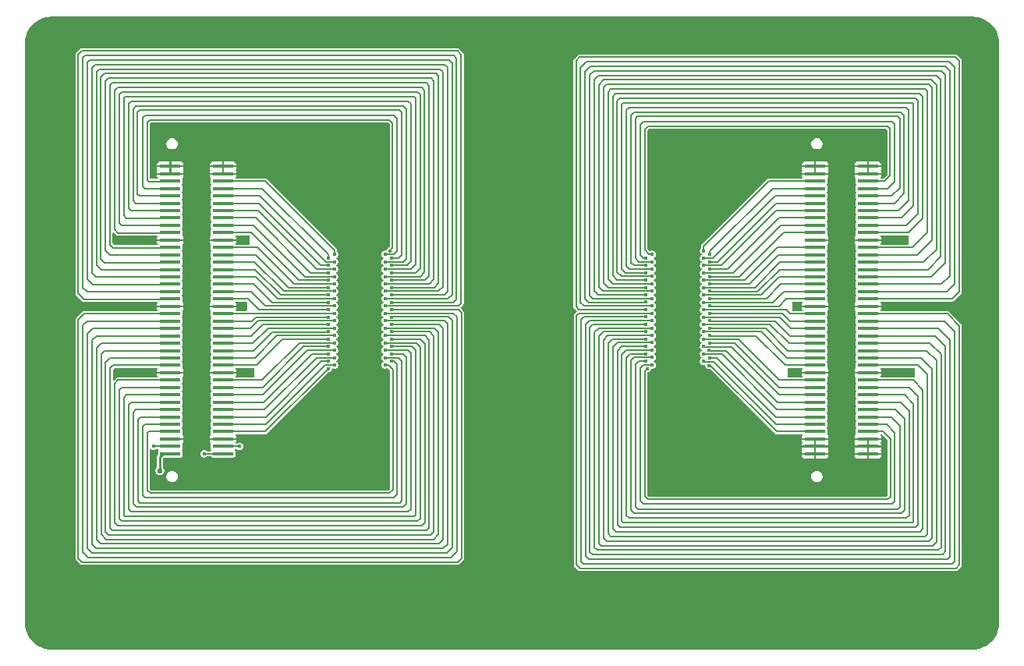
<source format=gbr>
G04 #@! TF.GenerationSoftware,KiCad,Pcbnew,9.0.0*
G04 #@! TF.CreationDate,2025-04-07T23:04:34+01:00*
G04 #@! TF.ProjectId,ephys-test-module-128,65706879-732d-4746-9573-742d6d6f6475,A*
G04 #@! TF.SameCoordinates,Original*
G04 #@! TF.FileFunction,Copper,L2,Bot*
G04 #@! TF.FilePolarity,Positive*
%FSLAX46Y46*%
G04 Gerber Fmt 4.6, Leading zero omitted, Abs format (unit mm)*
G04 Created by KiCad (PCBNEW 9.0.0) date 2025-04-07 23:04:34*
%MOMM*%
%LPD*%
G01*
G04 APERTURE LIST*
G04 #@! TA.AperFunction,SMDPad,CuDef*
%ADD10R,2.273000X0.410000*%
G04 #@! TD*
G04 #@! TA.AperFunction,ViaPad*
%ADD11C,0.400000*%
G04 #@! TD*
G04 #@! TA.AperFunction,ViaPad*
%ADD12C,0.550000*%
G04 #@! TD*
G04 #@! TA.AperFunction,Conductor*
%ADD13C,0.220000*%
G04 #@! TD*
G04 #@! TA.AperFunction,Conductor*
%ADD14C,0.150000*%
G04 #@! TD*
G04 APERTURE END LIST*
D10*
G04 #@! TO.P,J2,1,Pin_1*
G04 #@! TO.N,GND*
X123613500Y-84400000D03*
G04 #@! TO.P,J2,2,Pin_2*
X117886500Y-84400000D03*
G04 #@! TO.P,J2,3,Pin_3*
X123613500Y-85200000D03*
G04 #@! TO.P,J2,4,Pin_4*
X117886500Y-85200000D03*
G04 #@! TO.P,J2,5,Pin_5*
G04 #@! TO.N,/Headstage Interface/B4.E_{0}*
X123613500Y-86000000D03*
G04 #@! TO.P,J2,6,Pin_6*
G04 #@! TO.N,/Headstage Interface/B0.E_{0}*
X117886500Y-86000000D03*
G04 #@! TO.P,J2,7,Pin_7*
G04 #@! TO.N,/Headstage Interface/B4.E_{1}*
X123613500Y-86800000D03*
G04 #@! TO.P,J2,8,Pin_8*
G04 #@! TO.N,/Headstage Interface/B0.E_{1}*
X117886500Y-86800000D03*
G04 #@! TO.P,J2,9,Pin_9*
G04 #@! TO.N,/Headstage Interface/B4.E_{2}*
X123613500Y-87600000D03*
G04 #@! TO.P,J2,10,Pin_10*
G04 #@! TO.N,/Headstage Interface/B0.E_{2}*
X117886500Y-87600000D03*
G04 #@! TO.P,J2,11,Pin_11*
G04 #@! TO.N,/Headstage Interface/B4.E_{3}*
X123613500Y-88400000D03*
G04 #@! TO.P,J2,12,Pin_12*
G04 #@! TO.N,/Headstage Interface/B0.E_{3}*
X117886500Y-88400000D03*
G04 #@! TO.P,J2,13,Pin_13*
G04 #@! TO.N,/Headstage Interface/B4.E_{4}*
X123613500Y-89200000D03*
G04 #@! TO.P,J2,14,Pin_14*
G04 #@! TO.N,/Headstage Interface/B0.E_{4}*
X117886500Y-89200000D03*
G04 #@! TO.P,J2,15,Pin_15*
G04 #@! TO.N,/Headstage Interface/B4.E_{5}*
X123613500Y-90000000D03*
G04 #@! TO.P,J2,16,Pin_16*
G04 #@! TO.N,/Headstage Interface/B0.E_{5}*
X117886500Y-90000000D03*
G04 #@! TO.P,J2,17,Pin_17*
G04 #@! TO.N,/Headstage Interface/B4.E_{6}*
X123613500Y-90800000D03*
G04 #@! TO.P,J2,18,Pin_18*
G04 #@! TO.N,/Headstage Interface/B0.E_{6}*
X117886500Y-90800000D03*
G04 #@! TO.P,J2,19,Pin_19*
G04 #@! TO.N,/Headstage Interface/B4.E_{7}*
X123613500Y-91600000D03*
G04 #@! TO.P,J2,20,Pin_20*
G04 #@! TO.N,/Headstage Interface/B0.E_{7}*
X117886500Y-91600000D03*
G04 #@! TO.P,J2,21,Pin_21*
G04 #@! TO.N,GND*
X123613500Y-92400000D03*
G04 #@! TO.P,J2,22,Pin_22*
X117886500Y-92400000D03*
G04 #@! TO.P,J2,23,Pin_23*
G04 #@! TO.N,/Headstage Interface/B5.E_{0}*
X123613500Y-93200000D03*
G04 #@! TO.P,J2,24,Pin_24*
G04 #@! TO.N,/Headstage Interface/B1.E_{0}*
X117886500Y-93200000D03*
G04 #@! TO.P,J2,25,Pin_25*
G04 #@! TO.N,/Headstage Interface/B5.E_{1}*
X123613500Y-94000000D03*
G04 #@! TO.P,J2,26,Pin_26*
G04 #@! TO.N,/Headstage Interface/B1.E_{1}*
X117886500Y-94000000D03*
G04 #@! TO.P,J2,27,Pin_27*
G04 #@! TO.N,/Headstage Interface/B5.E_{2}*
X123613500Y-94800000D03*
G04 #@! TO.P,J2,28,Pin_28*
G04 #@! TO.N,/Headstage Interface/B1.E_{2}*
X117886500Y-94800000D03*
G04 #@! TO.P,J2,29,Pin_29*
G04 #@! TO.N,/Headstage Interface/B5.E_{3}*
X123613500Y-95600000D03*
G04 #@! TO.P,J2,30,Pin_30*
G04 #@! TO.N,/Headstage Interface/B1.E_{3}*
X117886500Y-95600000D03*
G04 #@! TO.P,J2,31,Pin_31*
G04 #@! TO.N,/Headstage Interface/B5.E_{4}*
X123613500Y-96400000D03*
G04 #@! TO.P,J2,32,Pin_32*
G04 #@! TO.N,/Headstage Interface/B1.E_{4}*
X117886500Y-96400000D03*
G04 #@! TO.P,J2,33,Pin_33*
G04 #@! TO.N,/Headstage Interface/B5.E_{5}*
X123613500Y-97200000D03*
G04 #@! TO.P,J2,34,Pin_34*
G04 #@! TO.N,/Headstage Interface/B1.E_{5}*
X117886500Y-97200000D03*
G04 #@! TO.P,J2,35,Pin_35*
G04 #@! TO.N,/Headstage Interface/B5.E_{6}*
X123613500Y-98000000D03*
G04 #@! TO.P,J2,36,Pin_36*
G04 #@! TO.N,/Headstage Interface/B1.E_{6}*
X117886500Y-98000000D03*
G04 #@! TO.P,J2,37,Pin_37*
G04 #@! TO.N,/Headstage Interface/B5.E_{7}*
X123613500Y-98800000D03*
G04 #@! TO.P,J2,38,Pin_38*
G04 #@! TO.N,/Headstage Interface/B1.E_{7}*
X117886500Y-98800000D03*
G04 #@! TO.P,J2,39,Pin_39*
G04 #@! TO.N,GND*
X123613500Y-99600000D03*
G04 #@! TO.P,J2,40,Pin_40*
X117886500Y-99600000D03*
G04 #@! TO.P,J2,41,Pin_41*
G04 #@! TO.N,/Headstage Interface/B6.E_{0}*
X123613500Y-100400000D03*
G04 #@! TO.P,J2,42,Pin_42*
G04 #@! TO.N,/Headstage Interface/B2.E_{0}*
X117886500Y-100400000D03*
G04 #@! TO.P,J2,43,Pin_43*
G04 #@! TO.N,/Headstage Interface/B6.E_{1}*
X123613500Y-101200000D03*
G04 #@! TO.P,J2,44,Pin_44*
G04 #@! TO.N,/Headstage Interface/B2.E_{1}*
X117886500Y-101200000D03*
G04 #@! TO.P,J2,45,Pin_45*
G04 #@! TO.N,/Headstage Interface/B6.E_{2}*
X123613500Y-102000000D03*
G04 #@! TO.P,J2,46,Pin_46*
G04 #@! TO.N,/Headstage Interface/B2.E_{2}*
X117886500Y-102000000D03*
G04 #@! TO.P,J2,47,Pin_47*
G04 #@! TO.N,/Headstage Interface/B6.E_{3}*
X123613500Y-102800000D03*
G04 #@! TO.P,J2,48,Pin_48*
G04 #@! TO.N,/Headstage Interface/B2.E_{3}*
X117886500Y-102800000D03*
G04 #@! TO.P,J2,49,Pin_49*
G04 #@! TO.N,/Headstage Interface/B6.E_{4}*
X123613500Y-103600000D03*
G04 #@! TO.P,J2,50,Pin_50*
G04 #@! TO.N,/Headstage Interface/B2.E_{4}*
X117886500Y-103600000D03*
G04 #@! TO.P,J2,51,Pin_51*
G04 #@! TO.N,/Headstage Interface/B6.E_{5}*
X123613500Y-104400000D03*
G04 #@! TO.P,J2,52,Pin_52*
G04 #@! TO.N,/Headstage Interface/B2.E_{5}*
X117886500Y-104400000D03*
G04 #@! TO.P,J2,53,Pin_53*
G04 #@! TO.N,/Headstage Interface/B6.E_{6}*
X123613500Y-105200000D03*
G04 #@! TO.P,J2,54,Pin_54*
G04 #@! TO.N,/Headstage Interface/B2.E_{6}*
X117886500Y-105200000D03*
G04 #@! TO.P,J2,55,Pin_55*
G04 #@! TO.N,/Headstage Interface/B6.E_{7}*
X123613500Y-106000000D03*
G04 #@! TO.P,J2,56,Pin_56*
G04 #@! TO.N,/Headstage Interface/B2.E_{7}*
X117886500Y-106000000D03*
G04 #@! TO.P,J2,57,Pin_57*
G04 #@! TO.N,GND*
X123613500Y-106800000D03*
G04 #@! TO.P,J2,58,Pin_58*
X117886500Y-106800000D03*
G04 #@! TO.P,J2,59,Pin_59*
G04 #@! TO.N,/Headstage Interface/B7.E_{0}*
X123613500Y-107600000D03*
G04 #@! TO.P,J2,60,Pin_60*
G04 #@! TO.N,/Headstage Interface/B3.E_{0}*
X117886500Y-107600000D03*
G04 #@! TO.P,J2,61,Pin_61*
G04 #@! TO.N,/Headstage Interface/B7.E_{1}*
X123613500Y-108400000D03*
G04 #@! TO.P,J2,62,Pin_62*
G04 #@! TO.N,/Headstage Interface/B3.E_{1}*
X117886500Y-108400000D03*
G04 #@! TO.P,J2,63,Pin_63*
G04 #@! TO.N,/Headstage Interface/B7.E_{2}*
X123613500Y-109200000D03*
G04 #@! TO.P,J2,64,Pin_64*
G04 #@! TO.N,/Headstage Interface/B3.E_{2}*
X117886500Y-109200000D03*
G04 #@! TO.P,J2,65,Pin_65*
G04 #@! TO.N,/Headstage Interface/B7.E_{3}*
X123613500Y-110000000D03*
G04 #@! TO.P,J2,66,Pin_66*
G04 #@! TO.N,/Headstage Interface/B3.E_{3}*
X117886500Y-110000000D03*
G04 #@! TO.P,J2,67,Pin_67*
G04 #@! TO.N,/Headstage Interface/B7.E_{4}*
X123613500Y-110800000D03*
G04 #@! TO.P,J2,68,Pin_68*
G04 #@! TO.N,/Headstage Interface/B3.E_{4}*
X117886500Y-110800000D03*
G04 #@! TO.P,J2,69,Pin_69*
G04 #@! TO.N,/Headstage Interface/B7.E_{5}*
X123613500Y-111600000D03*
G04 #@! TO.P,J2,70,Pin_70*
G04 #@! TO.N,/Headstage Interface/B3.E_{5}*
X117886500Y-111600000D03*
G04 #@! TO.P,J2,71,Pin_71*
G04 #@! TO.N,/Headstage Interface/B7.E_{6}*
X123613500Y-112400000D03*
G04 #@! TO.P,J2,72,Pin_72*
G04 #@! TO.N,/Headstage Interface/B3.E_{6}*
X117886500Y-112400000D03*
G04 #@! TO.P,J2,73,Pin_73*
G04 #@! TO.N,/Headstage Interface/B7.E_{7}*
X123613500Y-113200000D03*
G04 #@! TO.P,J2,74,Pin_74*
G04 #@! TO.N,/Headstage Interface/B3.E_{7}*
X117886500Y-113200000D03*
G04 #@! TO.P,J2,75,Pin_75*
G04 #@! TO.N,GND*
X123613500Y-114000000D03*
G04 #@! TO.P,J2,76,Pin_76*
X117886500Y-114000000D03*
G04 #@! TO.P,J2,77,Pin_77*
G04 #@! TO.N,/Test Signal Interface/SCL*
X123613500Y-114800000D03*
G04 #@! TO.P,J2,78,Pin_78*
G04 #@! TO.N,/Test Signal Interface/WP*
X117886500Y-114800000D03*
G04 #@! TO.P,J2,79,Pin_79*
G04 #@! TO.N,/Test Signal Interface/SDA*
X123613500Y-115600000D03*
G04 #@! TO.P,J2,80,Pin_80*
G04 #@! TO.N,VCC*
X117886500Y-115600000D03*
G04 #@! TD*
G04 #@! TO.P,J3,1,Pin_1*
G04 #@! TO.N,GND*
X193614250Y-84400000D03*
G04 #@! TO.P,J3,2,Pin_2*
X187887250Y-84400000D03*
G04 #@! TO.P,J3,3,Pin_3*
X193614250Y-85200000D03*
G04 #@! TO.P,J3,4,Pin_4*
X187887250Y-85200000D03*
G04 #@! TO.P,J3,5,Pin_5*
G04 #@! TO.N,/Headstage Interface/B12.E_{0}*
X193614250Y-86000000D03*
G04 #@! TO.P,J3,6,Pin_6*
G04 #@! TO.N,/Headstage Interface/B8.E_{0}*
X187887250Y-86000000D03*
G04 #@! TO.P,J3,7,Pin_7*
G04 #@! TO.N,/Headstage Interface/B12.E_{1}*
X193614250Y-86800000D03*
G04 #@! TO.P,J3,8,Pin_8*
G04 #@! TO.N,/Headstage Interface/B8.E_{1}*
X187887250Y-86800000D03*
G04 #@! TO.P,J3,9,Pin_9*
G04 #@! TO.N,/Headstage Interface/B12.E_{2}*
X193614250Y-87600000D03*
G04 #@! TO.P,J3,10,Pin_10*
G04 #@! TO.N,/Headstage Interface/B8.E_{2}*
X187887250Y-87600000D03*
G04 #@! TO.P,J3,11,Pin_11*
G04 #@! TO.N,/Headstage Interface/B12.E_{3}*
X193614250Y-88400000D03*
G04 #@! TO.P,J3,12,Pin_12*
G04 #@! TO.N,/Headstage Interface/B8.E_{3}*
X187887250Y-88400000D03*
G04 #@! TO.P,J3,13,Pin_13*
G04 #@! TO.N,/Headstage Interface/B12.E_{4}*
X193614250Y-89200000D03*
G04 #@! TO.P,J3,14,Pin_14*
G04 #@! TO.N,/Headstage Interface/B8.E_{4}*
X187887250Y-89200000D03*
G04 #@! TO.P,J3,15,Pin_15*
G04 #@! TO.N,/Headstage Interface/B12.E_{5}*
X193614250Y-90000000D03*
G04 #@! TO.P,J3,16,Pin_16*
G04 #@! TO.N,/Headstage Interface/B8.E_{5}*
X187887250Y-90000000D03*
G04 #@! TO.P,J3,17,Pin_17*
G04 #@! TO.N,/Headstage Interface/B12.E_{6}*
X193614250Y-90800000D03*
G04 #@! TO.P,J3,18,Pin_18*
G04 #@! TO.N,/Headstage Interface/B8.E_{6}*
X187887250Y-90800000D03*
G04 #@! TO.P,J3,19,Pin_19*
G04 #@! TO.N,/Headstage Interface/B12.E_{7}*
X193614250Y-91600000D03*
G04 #@! TO.P,J3,20,Pin_20*
G04 #@! TO.N,/Headstage Interface/B8.E_{7}*
X187887250Y-91600000D03*
G04 #@! TO.P,J3,21,Pin_21*
G04 #@! TO.N,GND*
X193614250Y-92400000D03*
G04 #@! TO.P,J3,22,Pin_22*
X187887250Y-92400000D03*
G04 #@! TO.P,J3,23,Pin_23*
G04 #@! TO.N,/Headstage Interface/B13.E_{0}*
X193614250Y-93200000D03*
G04 #@! TO.P,J3,24,Pin_24*
G04 #@! TO.N,/Headstage Interface/B9.E_{0}*
X187887250Y-93200000D03*
G04 #@! TO.P,J3,25,Pin_25*
G04 #@! TO.N,/Headstage Interface/B13.E_{1}*
X193614250Y-94000000D03*
G04 #@! TO.P,J3,26,Pin_26*
G04 #@! TO.N,/Headstage Interface/B9.E_{1}*
X187887250Y-94000000D03*
G04 #@! TO.P,J3,27,Pin_27*
G04 #@! TO.N,/Headstage Interface/B13.E_{2}*
X193614250Y-94800000D03*
G04 #@! TO.P,J3,28,Pin_28*
G04 #@! TO.N,/Headstage Interface/B9.E_{2}*
X187887250Y-94800000D03*
G04 #@! TO.P,J3,29,Pin_29*
G04 #@! TO.N,/Headstage Interface/B13.E_{3}*
X193614250Y-95600000D03*
G04 #@! TO.P,J3,30,Pin_30*
G04 #@! TO.N,/Headstage Interface/B9.E_{3}*
X187887250Y-95600000D03*
G04 #@! TO.P,J3,31,Pin_31*
G04 #@! TO.N,/Headstage Interface/B13.E_{4}*
X193614250Y-96400000D03*
G04 #@! TO.P,J3,32,Pin_32*
G04 #@! TO.N,/Headstage Interface/B9.E_{4}*
X187887250Y-96400000D03*
G04 #@! TO.P,J3,33,Pin_33*
G04 #@! TO.N,/Headstage Interface/B13.E_{5}*
X193614250Y-97200000D03*
G04 #@! TO.P,J3,34,Pin_34*
G04 #@! TO.N,/Headstage Interface/B9.E_{5}*
X187887250Y-97200000D03*
G04 #@! TO.P,J3,35,Pin_35*
G04 #@! TO.N,/Headstage Interface/B13.E_{6}*
X193614250Y-98000000D03*
G04 #@! TO.P,J3,36,Pin_36*
G04 #@! TO.N,/Headstage Interface/B9.E_{6}*
X187887250Y-98000000D03*
G04 #@! TO.P,J3,37,Pin_37*
G04 #@! TO.N,/Headstage Interface/B13.E_{7}*
X193614250Y-98800000D03*
G04 #@! TO.P,J3,38,Pin_38*
G04 #@! TO.N,/Headstage Interface/B9.E_{7}*
X187887250Y-98800000D03*
G04 #@! TO.P,J3,39,Pin_39*
G04 #@! TO.N,GND*
X193614250Y-99600000D03*
G04 #@! TO.P,J3,40,Pin_40*
X187887250Y-99600000D03*
G04 #@! TO.P,J3,41,Pin_41*
G04 #@! TO.N,/Headstage Interface/B14.E_{0}*
X193614250Y-100400000D03*
G04 #@! TO.P,J3,42,Pin_42*
G04 #@! TO.N,/Headstage Interface/B10.E_{0}*
X187887250Y-100400000D03*
G04 #@! TO.P,J3,43,Pin_43*
G04 #@! TO.N,/Headstage Interface/B14.E_{1}*
X193614250Y-101200000D03*
G04 #@! TO.P,J3,44,Pin_44*
G04 #@! TO.N,/Headstage Interface/B10.E_{1}*
X187887250Y-101200000D03*
G04 #@! TO.P,J3,45,Pin_45*
G04 #@! TO.N,/Headstage Interface/B14.E_{2}*
X193614250Y-102000000D03*
G04 #@! TO.P,J3,46,Pin_46*
G04 #@! TO.N,/Headstage Interface/B10.E_{2}*
X187887250Y-102000000D03*
G04 #@! TO.P,J3,47,Pin_47*
G04 #@! TO.N,/Headstage Interface/B14.E_{3}*
X193614250Y-102800000D03*
G04 #@! TO.P,J3,48,Pin_48*
G04 #@! TO.N,/Headstage Interface/B10.E_{3}*
X187887250Y-102800000D03*
G04 #@! TO.P,J3,49,Pin_49*
G04 #@! TO.N,/Headstage Interface/B14.E_{4}*
X193614250Y-103600000D03*
G04 #@! TO.P,J3,50,Pin_50*
G04 #@! TO.N,/Headstage Interface/B10.E_{4}*
X187887250Y-103600000D03*
G04 #@! TO.P,J3,51,Pin_51*
G04 #@! TO.N,/Headstage Interface/B14.E_{5}*
X193614250Y-104400000D03*
G04 #@! TO.P,J3,52,Pin_52*
G04 #@! TO.N,/Headstage Interface/B10.E_{5}*
X187887250Y-104400000D03*
G04 #@! TO.P,J3,53,Pin_53*
G04 #@! TO.N,/Headstage Interface/B14.E_{6}*
X193614250Y-105200000D03*
G04 #@! TO.P,J3,54,Pin_54*
G04 #@! TO.N,/Headstage Interface/B10.E_{6}*
X187887250Y-105200000D03*
G04 #@! TO.P,J3,55,Pin_55*
G04 #@! TO.N,/Headstage Interface/B14.E_{7}*
X193614250Y-106000000D03*
G04 #@! TO.P,J3,56,Pin_56*
G04 #@! TO.N,/Headstage Interface/B10.E_{7}*
X187887250Y-106000000D03*
G04 #@! TO.P,J3,57,Pin_57*
G04 #@! TO.N,GND*
X193614250Y-106800000D03*
G04 #@! TO.P,J3,58,Pin_58*
X187887250Y-106800000D03*
G04 #@! TO.P,J3,59,Pin_59*
G04 #@! TO.N,/Headstage Interface/B15.E_{0}*
X193614250Y-107600000D03*
G04 #@! TO.P,J3,60,Pin_60*
G04 #@! TO.N,/Headstage Interface/B11.E_{0}*
X187887250Y-107600000D03*
G04 #@! TO.P,J3,61,Pin_61*
G04 #@! TO.N,/Headstage Interface/B15.E_{1}*
X193614250Y-108400000D03*
G04 #@! TO.P,J3,62,Pin_62*
G04 #@! TO.N,/Headstage Interface/B11.E_{1}*
X187887250Y-108400000D03*
G04 #@! TO.P,J3,63,Pin_63*
G04 #@! TO.N,/Headstage Interface/B15.E_{2}*
X193614250Y-109200000D03*
G04 #@! TO.P,J3,64,Pin_64*
G04 #@! TO.N,/Headstage Interface/B11.E_{2}*
X187887250Y-109200000D03*
G04 #@! TO.P,J3,65,Pin_65*
G04 #@! TO.N,/Headstage Interface/B15.E_{3}*
X193614250Y-110000000D03*
G04 #@! TO.P,J3,66,Pin_66*
G04 #@! TO.N,/Headstage Interface/B11.E_{3}*
X187887250Y-110000000D03*
G04 #@! TO.P,J3,67,Pin_67*
G04 #@! TO.N,/Headstage Interface/B15.E_{4}*
X193614250Y-110800000D03*
G04 #@! TO.P,J3,68,Pin_68*
G04 #@! TO.N,/Headstage Interface/B11.E_{4}*
X187887250Y-110800000D03*
G04 #@! TO.P,J3,69,Pin_69*
G04 #@! TO.N,/Headstage Interface/B15.E_{5}*
X193614250Y-111600000D03*
G04 #@! TO.P,J3,70,Pin_70*
G04 #@! TO.N,/Headstage Interface/B11.E_{5}*
X187887250Y-111600000D03*
G04 #@! TO.P,J3,71,Pin_71*
G04 #@! TO.N,/Headstage Interface/B15.E_{6}*
X193614250Y-112400000D03*
G04 #@! TO.P,J3,72,Pin_72*
G04 #@! TO.N,/Headstage Interface/B11.E_{6}*
X187887250Y-112400000D03*
G04 #@! TO.P,J3,73,Pin_73*
G04 #@! TO.N,/Headstage Interface/B15.E_{7}*
X193614250Y-113200000D03*
G04 #@! TO.P,J3,74,Pin_74*
G04 #@! TO.N,/Headstage Interface/B11.E_{7}*
X187887250Y-113200000D03*
G04 #@! TO.P,J3,75,Pin_75*
G04 #@! TO.N,GND*
X193614250Y-114000000D03*
G04 #@! TO.P,J3,76,Pin_76*
X187887250Y-114000000D03*
G04 #@! TO.P,J3,77,Pin_77*
X193614250Y-114800000D03*
G04 #@! TO.P,J3,78,Pin_78*
X187887250Y-114800000D03*
G04 #@! TO.P,J3,79,Pin_79*
X193614250Y-115600000D03*
G04 #@! TO.P,J3,80,Pin_80*
X187887250Y-115600000D03*
G04 #@! TD*
D11*
G04 #@! TO.N,GND*
X173250750Y-92575000D03*
X185400750Y-106800000D03*
X195275750Y-83650000D03*
X115400000Y-99700000D03*
X177425750Y-114700000D03*
X190725750Y-115350000D03*
X186075750Y-119950000D03*
X170975750Y-119700000D03*
X190750750Y-99600000D03*
X120750000Y-84950000D03*
X116200000Y-80400000D03*
X170725750Y-81100000D03*
X115970000Y-131750000D03*
X176725750Y-107560000D03*
X190675750Y-92400000D03*
X179075750Y-83750000D03*
X135700000Y-107050000D03*
X170260000Y-113190000D03*
X126550000Y-119000000D03*
X118650000Y-119250000D03*
X138650000Y-92350000D03*
X120750000Y-92450000D03*
X160175750Y-95200000D03*
X160275750Y-81100000D03*
X185950750Y-99600000D03*
X191325750Y-80950000D03*
X196200750Y-99600000D03*
X140700000Y-107650000D03*
X147250000Y-70500000D03*
X190875750Y-106750000D03*
X125675000Y-99600000D03*
X150700000Y-75650000D03*
X123800000Y-119250000D03*
X124550000Y-127950000D03*
X140700000Y-119050000D03*
X151143982Y-126748325D03*
X175375750Y-92200000D03*
X194975750Y-119300000D03*
X150550000Y-89000000D03*
X121570000Y-129300000D03*
X154250000Y-134550000D03*
X120750000Y-106800000D03*
X185075750Y-115100000D03*
X170225750Y-92850000D03*
X173605750Y-107710000D03*
X120700000Y-114000000D03*
X190675750Y-84750000D03*
X138240000Y-106290000D03*
X125600000Y-113950000D03*
X197525750Y-92375000D03*
X132400000Y-84000000D03*
X126000000Y-84950000D03*
X120750000Y-99550000D03*
X151000000Y-105000000D03*
X198200750Y-106775000D03*
X173525750Y-87650000D03*
X170275750Y-107300000D03*
X116000000Y-84850000D03*
X125950000Y-92400000D03*
X105000000Y-133800000D03*
X126125000Y-106825000D03*
X113050000Y-106800000D03*
X131825000Y-110700000D03*
X112575000Y-92418304D03*
X140750000Y-80500000D03*
X133550000Y-115525000D03*
X160525750Y-116250000D03*
D12*
G04 #@! TO.N,VCC*
X116750000Y-117450000D03*
D11*
G04 #@! TO.N,/Headstage Interface/B7.E_{7}*
X135026500Y-106361500D03*
G04 #@! TO.N,/Headstage Interface/B5.E_{0}*
X135726500Y-97161500D03*
G04 #@! TO.N,/Headstage Interface/B5.E_{2}*
X135726500Y-97961500D03*
G04 #@! TO.N,/Headstage Interface/B7.E_{3}*
X135060000Y-104770000D03*
G04 #@! TO.N,/Headstage Interface/B7.E_{1}*
X135025000Y-103975000D03*
G04 #@! TO.N,/Headstage Interface/B5.E_{5}*
X135041004Y-99160053D03*
G04 #@! TO.N,/Headstage Interface/B4.E_{7}*
X135026500Y-96761500D03*
G04 #@! TO.N,/Headstage Interface/B4.E_{5}*
X135026500Y-95961500D03*
G04 #@! TO.N,/Headstage Interface/B4.E_{2}*
X135726500Y-94761500D03*
G04 #@! TO.N,/Headstage Interface/B6.E_{2}*
X135726500Y-101161500D03*
G04 #@! TO.N,/Headstage Interface/B4.E_{3}*
X135026500Y-95161500D03*
G04 #@! TO.N,/Headstage Interface/B7.E_{5}*
X135026500Y-105561500D03*
G04 #@! TO.N,/Headstage Interface/B7.E_{0}*
X135726500Y-103561500D03*
G04 #@! TO.N,/Headstage Interface/B7.E_{4}*
X135726500Y-105161500D03*
G04 #@! TO.N,/Headstage Interface/B4.E_{6}*
X135726500Y-96361500D03*
G04 #@! TO.N,/Headstage Interface/B6.E_{5}*
X135026500Y-102361500D03*
G04 #@! TO.N,/Headstage Interface/B7.E_{6}*
X135726500Y-105961500D03*
G04 #@! TO.N,/Headstage Interface/B7.E_{2}*
X135726500Y-104361500D03*
G04 #@! TO.N,/Headstage Interface/B5.E_{7}*
X135026500Y-99961500D03*
G04 #@! TO.N,/Headstage Interface/B6.E_{7}*
X135026500Y-103161500D03*
G04 #@! TO.N,/Headstage Interface/B6.E_{0}*
X135726500Y-100361500D03*
G04 #@! TO.N,/Headstage Interface/B5.E_{1}*
X135026500Y-97561500D03*
G04 #@! TO.N,/Headstage Interface/B4.E_{4}*
X135726500Y-95561500D03*
G04 #@! TO.N,/Headstage Interface/B4.E_{0}*
X135726500Y-93961500D03*
G04 #@! TO.N,/Headstage Interface/B6.E_{6}*
X135726500Y-102761500D03*
G04 #@! TO.N,/Headstage Interface/B6.E_{1}*
X135026500Y-100761500D03*
G04 #@! TO.N,/Headstage Interface/B5.E_{6}*
X135726500Y-99561500D03*
G04 #@! TO.N,/Headstage Interface/B6.E_{4}*
X135726500Y-101961500D03*
G04 #@! TO.N,/Headstage Interface/B5.E_{4}*
X135726500Y-98761500D03*
G04 #@! TO.N,/Headstage Interface/B5.E_{3}*
X135026500Y-98361500D03*
G04 #@! TO.N,/Headstage Interface/B4.E_{1}*
X135026500Y-94361500D03*
G04 #@! TO.N,/Headstage Interface/B6.E_{3}*
X135026500Y-101561500D03*
G04 #@! TO.N,/Headstage Interface/B1.E_{3}*
X141216500Y-97961500D03*
G04 #@! TO.N,/Headstage Interface/B1.E_{6}*
X141916500Y-99161500D03*
G04 #@! TO.N,/Headstage Interface/B1.E_{4}*
X141916500Y-98361500D03*
G04 #@! TO.N,/Headstage Interface/B0.E_{7}*
X141216500Y-96361500D03*
G04 #@! TO.N,/Headstage Interface/B0.E_{6}*
X141916500Y-95961500D03*
G04 #@! TO.N,/Headstage Interface/B0.E_{1}*
X141216500Y-93961500D03*
G04 #@! TO.N,/Headstage Interface/B3.E_{3}*
X141216500Y-104361500D03*
G04 #@! TO.N,/Headstage Interface/B1.E_{5}*
X141216500Y-98761500D03*
G04 #@! TO.N,/Headstage Interface/B0.E_{4}*
X141916500Y-95161500D03*
G04 #@! TO.N,/Headstage Interface/B2.E_{4}*
X141916500Y-101561500D03*
G04 #@! TO.N,/Headstage Interface/B0.E_{3}*
X141216500Y-94761500D03*
G04 #@! TO.N,/Headstage Interface/B0.E_{2}*
X141916500Y-94361500D03*
G04 #@! TO.N,/Headstage Interface/B2.E_{3}*
X141216500Y-101161500D03*
G04 #@! TO.N,/Headstage Interface/B3.E_{6}*
X141911500Y-105561500D03*
G04 #@! TO.N,/Headstage Interface/B3.E_{2}*
X141916500Y-103961500D03*
G04 #@! TO.N,/Headstage Interface/B2.E_{1}*
X141216500Y-100361500D03*
G04 #@! TO.N,/Headstage Interface/B3.E_{1}*
X141216500Y-103561500D03*
G04 #@! TO.N,/Headstage Interface/B3.E_{0}*
X141916500Y-103161500D03*
G04 #@! TO.N,/Headstage Interface/B2.E_{2}*
X141916500Y-100761500D03*
G04 #@! TO.N,/Headstage Interface/B1.E_{1}*
X141216500Y-97161500D03*
G04 #@! TO.N,/Headstage Interface/B2.E_{5}*
X141216500Y-101961500D03*
G04 #@! TO.N,/Headstage Interface/B3.E_{5}*
X141216500Y-105161500D03*
G04 #@! TO.N,/Headstage Interface/B0.E_{0}*
X141761500Y-93561500D03*
G04 #@! TO.N,/Headstage Interface/B1.E_{0}*
X141916500Y-96761500D03*
G04 #@! TO.N,/Headstage Interface/B3.E_{4}*
X141916500Y-104761500D03*
G04 #@! TO.N,/Headstage Interface/B2.E_{0}*
X141916500Y-99961500D03*
G04 #@! TO.N,/Headstage Interface/B1.E_{7}*
X141216500Y-99561500D03*
G04 #@! TO.N,/Headstage Interface/B2.E_{6}*
X141916500Y-102361500D03*
G04 #@! TO.N,/Headstage Interface/B2.E_{7}*
X141216500Y-102761500D03*
G04 #@! TO.N,/Headstage Interface/B3.E_{7}*
X141211500Y-105961500D03*
G04 #@! TO.N,/Headstage Interface/B1.E_{2}*
X141916500Y-97561500D03*
G04 #@! TO.N,/Headstage Interface/B0.E_{5}*
X141216500Y-95561500D03*
G04 #@! TO.N,/Headstage Interface/B8.E_{2}*
X175785750Y-94361500D03*
G04 #@! TO.N,/Test Signal Interface/SDA*
X121550000Y-115600000D03*
G04 #@! TO.N,/Headstage Interface/B10.E_{4}*
X175785750Y-101561500D03*
G04 #@! TO.N,/Headstage Interface/B8.E_{7}*
X176485750Y-96361500D03*
G04 #@! TO.N,/Test Signal Interface/SCL*
X125400000Y-114800000D03*
G04 #@! TO.N,/Headstage Interface/B8.E_{3}*
X176485750Y-94761500D03*
G04 #@! TO.N,/Headstage Interface/B11.E_{5}*
X176485750Y-105210000D03*
G04 #@! TO.N,/Headstage Interface/B8.E_{4}*
X175785750Y-95161500D03*
G04 #@! TO.N,/Headstage Interface/B9.E_{1}*
X176485750Y-97161500D03*
G04 #@! TO.N,/Headstage Interface/B8.E_{0}*
X175785750Y-93561500D03*
G04 #@! TO.N,/Headstage Interface/B9.E_{0}*
X175785750Y-96761500D03*
G04 #@! TO.N,/Headstage Interface/B9.E_{5}*
X176485750Y-98761500D03*
G04 #@! TO.N,/Headstage Interface/B10.E_{3}*
X176485750Y-101161500D03*
G04 #@! TO.N,/Headstage Interface/B11.E_{4}*
X175785750Y-104761500D03*
G04 #@! TO.N,/Headstage Interface/B10.E_{1}*
X176485750Y-100361500D03*
G04 #@! TO.N,/Headstage Interface/B10.E_{2}*
X175785750Y-100761500D03*
G04 #@! TO.N,/Headstage Interface/B10.E_{7}*
X176485750Y-102761500D03*
G04 #@! TO.N,/Headstage Interface/B9.E_{3}*
X176485750Y-97961500D03*
G04 #@! TO.N,/Headstage Interface/B9.E_{4}*
X175785750Y-98361500D03*
G04 #@! TO.N,/Headstage Interface/B11.E_{0}*
X175785750Y-103161500D03*
G04 #@! TO.N,/Headstage Interface/B11.E_{6}*
X175785750Y-105561500D03*
G04 #@! TO.N,/Headstage Interface/B9.E_{6}*
X175785750Y-99161500D03*
G04 #@! TO.N,/Headstage Interface/B8.E_{1}*
X176485750Y-93961500D03*
G04 #@! TO.N,/Headstage Interface/B11.E_{1}*
X176487250Y-103575000D03*
G04 #@! TO.N,/Headstage Interface/B8.E_{6}*
X175785750Y-95961500D03*
G04 #@! TO.N,/Headstage Interface/B11.E_{3}*
X176395750Y-104390000D03*
G04 #@! TO.N,/Headstage Interface/B9.E_{7}*
X176485750Y-99561500D03*
G04 #@! TO.N,/Headstage Interface/B9.E_{2}*
X175785750Y-97561500D03*
G04 #@! TO.N,/Headstage Interface/B8.E_{5}*
X176485750Y-95561500D03*
G04 #@! TO.N,/Headstage Interface/B11.E_{7}*
X176355750Y-106010000D03*
G04 #@! TO.N,/Headstage Interface/B10.E_{6}*
X175785750Y-102361500D03*
G04 #@! TO.N,/Headstage Interface/B10.E_{0}*
X175785750Y-99961500D03*
G04 #@! TO.N,/Headstage Interface/B10.E_{5}*
X176485750Y-101961500D03*
G04 #@! TO.N,/Headstage Interface/B11.E_{2}*
X175785750Y-103961500D03*
G04 #@! TO.N,/Test Signal Interface/WP*
X116050000Y-114800000D03*
G04 #@! TO.N,/Headstage Interface/B15.E_{2}*
X170200750Y-104348500D03*
G04 #@! TO.N,/Headstage Interface/B15.E_{0}*
X170200750Y-103548500D03*
G04 #@! TO.N,/Headstage Interface/B15.E_{3}*
X169500750Y-104748500D03*
G04 #@! TO.N,/Headstage Interface/B15.E_{1}*
X169500750Y-103948500D03*
G04 #@! TO.N,/Headstage Interface/B15.E_{4}*
X170200750Y-105148500D03*
G04 #@! TO.N,/Headstage Interface/B15.E_{7}*
X169655750Y-106348500D03*
G04 #@! TO.N,/Headstage Interface/B15.E_{5}*
X169500750Y-105548500D03*
G04 #@! TO.N,/Headstage Interface/B15.E_{6}*
X170200750Y-105948500D03*
G04 #@! TO.N,/Headstage Interface/B14.E_{6}*
X170200750Y-102748500D03*
G04 #@! TO.N,/Headstage Interface/B12.E_{1}*
X169505750Y-94348500D03*
G04 #@! TO.N,/Headstage Interface/B14.E_{7}*
X169500750Y-103148500D03*
G04 #@! TO.N,/Headstage Interface/B12.E_{0}*
X170205750Y-93948500D03*
G04 #@! TO.N,/Headstage Interface/B13.E_{5}*
X169500750Y-99148500D03*
G04 #@! TO.N,/Headstage Interface/B12.E_{2}*
X170200750Y-94748500D03*
G04 #@! TO.N,/Headstage Interface/B12.E_{4}*
X170215750Y-95550000D03*
G04 #@! TO.N,/Headstage Interface/B12.E_{6}*
X170200750Y-96348500D03*
G04 #@! TO.N,/Headstage Interface/B13.E_{7}*
X169500750Y-99948500D03*
G04 #@! TO.N,/Headstage Interface/B13.E_{6}*
X170200750Y-99548500D03*
G04 #@! TO.N,/Headstage Interface/B12.E_{5}*
X169500750Y-95948500D03*
G04 #@! TO.N,/Headstage Interface/B14.E_{3}*
X169500750Y-101548500D03*
G04 #@! TO.N,/Headstage Interface/B13.E_{1}*
X169500750Y-97548500D03*
G04 #@! TO.N,/Headstage Interface/B14.E_{0}*
X170200750Y-100348500D03*
G04 #@! TO.N,/Headstage Interface/B14.E_{4}*
X170200750Y-101948500D03*
G04 #@! TO.N,/Headstage Interface/B13.E_{3}*
X169500750Y-98348500D03*
G04 #@! TO.N,/Headstage Interface/B14.E_{2}*
X170200750Y-101148500D03*
G04 #@! TO.N,/Headstage Interface/B14.E_{1}*
X169500750Y-100748500D03*
G04 #@! TO.N,/Headstage Interface/B13.E_{4}*
X170200750Y-98748500D03*
G04 #@! TO.N,/Headstage Interface/B13.E_{0}*
X170200750Y-97148500D03*
G04 #@! TO.N,/Headstage Interface/B14.E_{5}*
X169500750Y-102348500D03*
G04 #@! TO.N,/Headstage Interface/B13.E_{2}*
X170200750Y-97948500D03*
G04 #@! TO.N,/Headstage Interface/B12.E_{3}*
X169500750Y-95148500D03*
G04 #@! TO.N,/Headstage Interface/B12.E_{7}*
X169500750Y-96748500D03*
G04 #@! TD*
D13*
G04 #@! TO.N,VCC*
X116750000Y-117450000D02*
X116750000Y-115950000D01*
X116750000Y-115950000D02*
X117100000Y-115600000D01*
X117100000Y-115600000D02*
X117886500Y-115600000D01*
D14*
G04 #@! TO.N,/Headstage Interface/B7.E_{7}*
X123613500Y-113200000D02*
X128188000Y-113200000D01*
X128188000Y-113200000D02*
X135026500Y-106361500D01*
G04 #@! TO.N,/Headstage Interface/B5.E_{0}*
X131286500Y-97161500D02*
X127325000Y-93200000D01*
X127325000Y-93200000D02*
X123613500Y-93200000D01*
X135726500Y-97161500D02*
X131286500Y-97161500D01*
G04 #@! TO.N,/Headstage Interface/B5.E_{2}*
X135726500Y-97961500D02*
X130186500Y-97961500D01*
X127025000Y-94800000D02*
X123613500Y-94800000D01*
X130186500Y-97961500D02*
X127025000Y-94800000D01*
G04 #@! TO.N,/Headstage Interface/B7.E_{3}*
X135030000Y-104800000D02*
X133250000Y-104800000D01*
X135060000Y-104770000D02*
X135030000Y-104800000D01*
X128050000Y-110000000D02*
X123613500Y-110000000D01*
X133250000Y-104800000D02*
X128050000Y-110000000D01*
G04 #@! TO.N,/Headstage Interface/B7.E_{1}*
X127925000Y-108400000D02*
X123613500Y-108400000D01*
X132350000Y-103975000D02*
X127925000Y-108400000D01*
X135013000Y-103975000D02*
X132350000Y-103975000D01*
G04 #@! TO.N,/Headstage Interface/B5.E_{5}*
X126950000Y-97200000D02*
X123613500Y-97200000D01*
X135027947Y-99160053D02*
X135013000Y-99175000D01*
X135041004Y-99160053D02*
X135027947Y-99160053D01*
X135013000Y-99175000D02*
X128925000Y-99175000D01*
X128925000Y-99175000D02*
X126950000Y-97200000D01*
G04 #@! TO.N,/Headstage Interface/B4.E_{7}*
X123613500Y-91600000D02*
X126650000Y-91600000D01*
X131811500Y-96761500D02*
X135026500Y-96761500D01*
X126650000Y-91600000D02*
X131811500Y-96761500D01*
G04 #@! TO.N,/Headstage Interface/B4.E_{5}*
X123613500Y-90000000D02*
X127175000Y-90000000D01*
X127175000Y-90000000D02*
X133136500Y-95961500D01*
X133136500Y-95961500D02*
X135026500Y-95961500D01*
G04 #@! TO.N,/Headstage Interface/B4.E_{2}*
X127600000Y-87600000D02*
X134761500Y-94761500D01*
X123613500Y-87600000D02*
X127600000Y-87600000D01*
X134761500Y-94761500D02*
X135726500Y-94761500D01*
G04 #@! TO.N,/Headstage Interface/B6.E_{2}*
X126600000Y-102000000D02*
X123613500Y-102000000D01*
X135726500Y-101161500D02*
X135725000Y-101160000D01*
X127440000Y-101160000D02*
X126600000Y-102000000D01*
X135725000Y-101160000D02*
X127440000Y-101160000D01*
G04 #@! TO.N,/Headstage Interface/B4.E_{3}*
X134236500Y-95161500D02*
X135026500Y-95161500D01*
X123613500Y-88400000D02*
X127475000Y-88400000D01*
X127475000Y-88400000D02*
X134236500Y-95161500D01*
G04 #@! TO.N,/Headstage Interface/B7.E_{5}*
X134275000Y-105575000D02*
X135013000Y-105575000D01*
X123613500Y-111600000D02*
X128250000Y-111600000D01*
X128250000Y-111600000D02*
X134275000Y-105575000D01*
G04 #@! TO.N,/Headstage Interface/B7.E_{0}*
X135713000Y-103575000D02*
X131900000Y-103575000D01*
X131900000Y-103575000D02*
X127875000Y-107600000D01*
X127875000Y-107600000D02*
X123613500Y-107600000D01*
X135726500Y-103561500D02*
X135713000Y-103575000D01*
G04 #@! TO.N,/Headstage Interface/B7.E_{4}*
X135726500Y-105161500D02*
X135722050Y-105165950D01*
X133759050Y-105165950D02*
X128125000Y-110800000D01*
X128125000Y-110800000D02*
X123613500Y-110800000D01*
X135722050Y-105165950D02*
X133759050Y-105165950D01*
G04 #@! TO.N,/Headstage Interface/B4.E_{6}*
X126950000Y-90800000D02*
X132511500Y-96361500D01*
X123613500Y-90800000D02*
X126950000Y-90800000D01*
X132511500Y-96361500D02*
X135726500Y-96361500D01*
G04 #@! TO.N,/Headstage Interface/B6.E_{5}*
X126950000Y-104400000D02*
X123613500Y-104400000D01*
X135013000Y-102375000D02*
X128975000Y-102375000D01*
X135026500Y-102361500D02*
X135013000Y-102375000D01*
X128975000Y-102375000D02*
X126950000Y-104400000D01*
G04 #@! TO.N,/Headstage Interface/B7.E_{6}*
X134713500Y-105961500D02*
X135726500Y-105961500D01*
X128275000Y-112400000D02*
X134713500Y-105961500D01*
X123613500Y-112400000D02*
X128275000Y-112400000D01*
G04 #@! TO.N,/Headstage Interface/B7.E_{2}*
X127900000Y-109200000D02*
X123613500Y-109200000D01*
X135713000Y-104375000D02*
X132725000Y-104375000D01*
X135726500Y-104361500D02*
X135713000Y-104375000D01*
X132725000Y-104375000D02*
X127900000Y-109200000D01*
G04 #@! TO.N,/Headstage Interface/B5.E_{7}*
X135013000Y-99975000D02*
X135026500Y-99961500D01*
X126350000Y-98800000D02*
X127525000Y-99975000D01*
X123613500Y-98800000D02*
X126350000Y-98800000D01*
X127525000Y-99975000D02*
X135013000Y-99975000D01*
G04 #@! TO.N,/Headstage Interface/B6.E_{7}*
X130075000Y-103175000D02*
X127250000Y-106000000D01*
X135026500Y-103161500D02*
X135013000Y-103175000D01*
X135013000Y-103175000D02*
X130075000Y-103175000D01*
X127250000Y-106000000D02*
X123613500Y-106000000D01*
G04 #@! TO.N,/Headstage Interface/B6.E_{0}*
X135726500Y-100361500D02*
X123652000Y-100361500D01*
X123652000Y-100361500D02*
X123613500Y-100400000D01*
G04 #@! TO.N,/Headstage Interface/B5.E_{1}*
X127200000Y-94000000D02*
X123613500Y-94000000D01*
X130761500Y-97561500D02*
X127200000Y-94000000D01*
X135026500Y-97561500D02*
X130761500Y-97561500D01*
G04 #@! TO.N,/Headstage Interface/B4.E_{4}*
X133811500Y-95561500D02*
X135726500Y-95561500D01*
X127450000Y-89200000D02*
X133811500Y-95561500D01*
X123613500Y-89200000D02*
X127450000Y-89200000D01*
G04 #@! TO.N,/Headstage Interface/B4.E_{0}*
X123613500Y-86000000D02*
X128225000Y-86000000D01*
X128225000Y-86000000D02*
X135726500Y-93501500D01*
X135726500Y-93501500D02*
X135726500Y-93961500D01*
G04 #@! TO.N,/Headstage Interface/B6.E_{6}*
X129488500Y-102761500D02*
X127050000Y-105200000D01*
X127050000Y-105200000D02*
X123613500Y-105200000D01*
X135726500Y-102761500D02*
X129488500Y-102761500D01*
G04 #@! TO.N,/Headstage Interface/B6.E_{1}*
X135013000Y-100775000D02*
X135026500Y-100761500D01*
X126750000Y-101200000D02*
X127175000Y-100775000D01*
X127175000Y-100775000D02*
X135013000Y-100775000D01*
X123613500Y-101200000D02*
X126750000Y-101200000D01*
G04 #@! TO.N,/Headstage Interface/B5.E_{6}*
X128211500Y-99561500D02*
X135726500Y-99561500D01*
X126650000Y-98000000D02*
X128211500Y-99561500D01*
X123613500Y-98000000D02*
X126650000Y-98000000D01*
G04 #@! TO.N,/Headstage Interface/B6.E_{4}*
X135726500Y-101961500D02*
X128488500Y-101961500D01*
X126850000Y-103600000D02*
X123613500Y-103600000D01*
X128488500Y-101961500D02*
X126850000Y-103600000D01*
G04 #@! TO.N,/Headstage Interface/B5.E_{4}*
X127150000Y-96400000D02*
X129515053Y-98765053D01*
X129515053Y-98765053D02*
X135722947Y-98765053D01*
X135722947Y-98765053D02*
X135726500Y-98761500D01*
X123613500Y-96400000D02*
X127150000Y-96400000D01*
G04 #@! TO.N,/Headstage Interface/B5.E_{3}*
X123613500Y-95600000D02*
X127100000Y-95600000D01*
X129861500Y-98361500D02*
X135026500Y-98361500D01*
X127100000Y-95600000D02*
X129861500Y-98361500D01*
G04 #@! TO.N,/Headstage Interface/B4.E_{1}*
X123613500Y-86800000D02*
X127850000Y-86800000D01*
X135026500Y-93976500D02*
X135026500Y-94361500D01*
X127850000Y-86800000D02*
X135026500Y-93976500D01*
G04 #@! TO.N,/Headstage Interface/B6.E_{3}*
X126700000Y-102800000D02*
X123613500Y-102800000D01*
X135013000Y-101575000D02*
X127925000Y-101575000D01*
X135026500Y-101561500D02*
X135013000Y-101575000D01*
X127925000Y-101575000D02*
X126700000Y-102800000D01*
G04 #@! TO.N,/Headstage Interface/B1.E_{3}*
X147480333Y-97499667D02*
X147018500Y-97961500D01*
X147018500Y-97961500D02*
X141216500Y-97961500D01*
X109861667Y-95111667D02*
X109861667Y-74158333D01*
X110383500Y-95633500D02*
X109861667Y-95111667D01*
X147175167Y-73845167D02*
X147480333Y-74150333D01*
X110174833Y-73845167D02*
X147175167Y-73845167D01*
X109861667Y-74158333D02*
X110174833Y-73845167D01*
X117870000Y-95633500D02*
X110383500Y-95633500D01*
X147480333Y-74150333D02*
X147480333Y-97499667D01*
G04 #@! TO.N,/Headstage Interface/B1.E_{6}*
X108371667Y-72648333D02*
X108664833Y-72355167D01*
X148628500Y-99161500D02*
X141916500Y-99161500D01*
X148970333Y-72650333D02*
X148970333Y-98819667D01*
X108664833Y-72355167D02*
X148675167Y-72355167D01*
X108371667Y-97560541D02*
X108371667Y-72648333D01*
X117870000Y-98033500D02*
X108844626Y-98033500D01*
X108844626Y-98033500D02*
X108371667Y-97560541D01*
X148675167Y-72355167D02*
X148970333Y-72650333D01*
X148970333Y-98819667D02*
X148628500Y-99161500D01*
G04 #@! TO.N,/Headstage Interface/B1.E_{4}*
X109841098Y-96433500D02*
X109365000Y-95957402D01*
X147977000Y-98033000D02*
X147648500Y-98361500D01*
X147977000Y-73657000D02*
X147977000Y-98033000D01*
X109691500Y-73348500D02*
X147668500Y-73348500D01*
X147648500Y-98361500D02*
X141916500Y-98361500D01*
X147668500Y-73348500D02*
X147977000Y-73657000D01*
X109365000Y-73675000D02*
X109691500Y-73348500D01*
X117870000Y-96433500D02*
X109841098Y-96433500D01*
X109365000Y-95957402D02*
X109365000Y-73675000D01*
G04 #@! TO.N,/Headstage Interface/B0.E_{7}*
X144998500Y-96361500D02*
X141216500Y-96361500D01*
X112208500Y-91633500D02*
X111848333Y-91273333D01*
X145168748Y-75831833D02*
X145493667Y-76156752D01*
X145493667Y-76156752D02*
X145493667Y-95866333D01*
X111848333Y-76131752D02*
X112148252Y-75831833D01*
X117870000Y-91633500D02*
X112208500Y-91633500D01*
X112148252Y-75831833D02*
X145168748Y-75831833D01*
X145493667Y-95866333D02*
X144998500Y-96361500D01*
X111848333Y-91273333D02*
X111848333Y-76131752D01*
G04 #@! TO.N,/Headstage Interface/B0.E_{6}*
X144528500Y-95961500D02*
X141916500Y-95961500D01*
X112605000Y-76328500D02*
X144712000Y-76328500D01*
X144712000Y-76328500D02*
X144997000Y-76613500D01*
X112345000Y-90570000D02*
X112345000Y-76588500D01*
X144997000Y-95493000D02*
X144528500Y-95961500D01*
X112345000Y-76588500D02*
X112605000Y-76328500D01*
X117870000Y-90833500D02*
X112608500Y-90833500D01*
X144997000Y-76613500D02*
X144997000Y-95493000D01*
X112608500Y-90833500D02*
X112345000Y-90570000D01*
G04 #@! TO.N,/Headstage Interface/B0.E_{1}*
X142513667Y-79213667D02*
X142158500Y-78858500D01*
X115158500Y-78858500D02*
X142158500Y-78858500D01*
X142188500Y-93961500D02*
X142513667Y-93636333D01*
X114875000Y-86600000D02*
X115108500Y-86833500D01*
X115108500Y-86833500D02*
X117870000Y-86833500D01*
X114875000Y-79142000D02*
X114875000Y-86600000D01*
X114883500Y-79133500D02*
X115158500Y-78858500D01*
X142513667Y-93636333D02*
X142513667Y-79213667D01*
X141216500Y-93961500D02*
X142188500Y-93961500D01*
G04 #@! TO.N,/Headstage Interface/B3.E_{3}*
X113600000Y-110000000D02*
X113354833Y-110245167D01*
X113354833Y-121629833D02*
X113636667Y-121911667D01*
X143705000Y-104360000D02*
X141210000Y-104360000D01*
X144020167Y-121604833D02*
X144020167Y-104675167D01*
X113354833Y-110245167D02*
X113354833Y-121629833D01*
X113636667Y-121911667D02*
X143713333Y-121911667D01*
X141210000Y-104360000D02*
X141200000Y-104350000D01*
X143713333Y-121911667D02*
X144020167Y-121604833D01*
X144020167Y-104675167D02*
X143705000Y-104360000D01*
X117886500Y-110000000D02*
X113600000Y-110000000D01*
G04 #@! TO.N,/Headstage Interface/B1.E_{5}*
X109108167Y-72851833D02*
X148131833Y-72851833D01*
X108868333Y-73091667D02*
X109108167Y-72851833D01*
X117870000Y-97233500D02*
X109483500Y-97233500D01*
X148028500Y-98761500D02*
X141216500Y-98761500D01*
X148473667Y-73193667D02*
X148473667Y-98316333D01*
X109483500Y-97233500D02*
X108868333Y-96618333D01*
X148473667Y-98316333D02*
X148028500Y-98761500D01*
X148131833Y-72851833D02*
X148473667Y-73193667D01*
X108868333Y-96618333D02*
X108868333Y-73091667D01*
G04 #@! TO.N,/Headstage Interface/B0.E_{4}*
X144003667Y-77628667D02*
X144003667Y-94726333D01*
X144003667Y-94726333D02*
X143568500Y-95161500D01*
X113338333Y-88988333D02*
X113338333Y-77603667D01*
X143568500Y-95161500D02*
X141916500Y-95161500D01*
X113338333Y-77603667D02*
X113620167Y-77321833D01*
X113620167Y-77321833D02*
X143696833Y-77321833D01*
X117870000Y-89233500D02*
X113583500Y-89233500D01*
X143696833Y-77321833D02*
X144003667Y-77628667D01*
X113583500Y-89233500D02*
X113338333Y-88988333D01*
G04 #@! TO.N,/Headstage Interface/B2.E_{4}*
X147496833Y-124928167D02*
X147496833Y-101976833D01*
X110400000Y-103600000D02*
X109878167Y-104121833D01*
X109878167Y-124953167D02*
X110313333Y-125388333D01*
X117886500Y-103600000D02*
X110400000Y-103600000D01*
X109878167Y-104121833D02*
X109878167Y-124953167D01*
X110313333Y-125388333D02*
X147036667Y-125388333D01*
X147496833Y-101976833D02*
X147070000Y-101550000D01*
X147070000Y-101550000D02*
X141900000Y-101550000D01*
X147036667Y-125388333D02*
X147496833Y-124928167D01*
G04 #@! TO.N,/Headstage Interface/B0.E_{3}*
X143168500Y-94761500D02*
X141216500Y-94761500D01*
X143143500Y-77818500D02*
X143507000Y-78182000D01*
X113835000Y-88139519D02*
X113835000Y-78157000D01*
X143507000Y-94423000D02*
X143168500Y-94761500D01*
X114128981Y-88433500D02*
X113835000Y-88139519D01*
X143507000Y-78182000D02*
X143507000Y-94423000D01*
X113835000Y-78157000D02*
X114173500Y-77818500D01*
X117870000Y-88433500D02*
X114128981Y-88433500D01*
X114173500Y-77818500D02*
X143143500Y-77818500D01*
G04 #@! TO.N,/Headstage Interface/B0.E_{2}*
X143010333Y-93989667D02*
X142638500Y-94361500D01*
X114526833Y-78315167D02*
X142790167Y-78315167D01*
X114331667Y-78510333D02*
X114526833Y-78315167D01*
X114331667Y-87381667D02*
X114331667Y-78510333D01*
X142638500Y-94361500D02*
X141916500Y-94361500D01*
X117870000Y-87633500D02*
X114583500Y-87633500D01*
X114583500Y-87633500D02*
X114331667Y-87381667D01*
X142790167Y-78315167D02*
X143010333Y-78535333D01*
X143010333Y-78535333D02*
X143010333Y-93989667D01*
G04 #@! TO.N,/Headstage Interface/B2.E_{3}*
X141214588Y-101164588D02*
X141200000Y-101150000D01*
X109381500Y-125431500D02*
X109835000Y-125885000D01*
X109381500Y-103276098D02*
X109381500Y-125431500D01*
X109835000Y-125885000D02*
X147515000Y-125885000D01*
X147993500Y-101473500D02*
X147684588Y-101164588D01*
X109857598Y-102800000D02*
X109381500Y-103276098D01*
X147993500Y-125406500D02*
X147993500Y-101473500D01*
X147515000Y-125885000D02*
X147993500Y-125406500D01*
X147684588Y-101164588D02*
X141214588Y-101164588D01*
X117886500Y-102800000D02*
X109857598Y-102800000D01*
G04 #@! TO.N,/Headstage Interface/B3.E_{6}*
X142530167Y-105905167D02*
X142186500Y-105561500D01*
X114891500Y-112633500D02*
X115125000Y-112400000D01*
X115125000Y-112400000D02*
X117886500Y-112400000D01*
X114891500Y-120091500D02*
X114891500Y-112633500D01*
X142186500Y-105561500D02*
X141911500Y-105561500D01*
X142530167Y-120019833D02*
X142175000Y-120375000D01*
X115175000Y-120375000D02*
X142175000Y-120375000D01*
X142530167Y-105905167D02*
X142530167Y-120019833D01*
X114900000Y-120100000D02*
X115175000Y-120375000D01*
G04 #@! TO.N,/Headstage Interface/B3.E_{2}*
X144366667Y-122408333D02*
X144516833Y-122258167D01*
X112858167Y-122283167D02*
X112983333Y-122408333D01*
X117886500Y-109200000D02*
X113150000Y-109200000D01*
X144516833Y-104321833D02*
X144145000Y-103950000D01*
X144516833Y-122258167D02*
X144516833Y-104321833D01*
X144145000Y-103950000D02*
X141900000Y-103950000D01*
X113150000Y-109200000D02*
X112858167Y-109491833D01*
X112983333Y-122408333D02*
X144366667Y-122408333D01*
X112858167Y-109491833D02*
X112858167Y-122283167D01*
G04 #@! TO.N,/Headstage Interface/B2.E_{1}*
X109003333Y-126878333D02*
X148346667Y-126878333D01*
X148610248Y-100365248D02*
X141215248Y-100365248D01*
X108861126Y-101200000D02*
X108388167Y-101672959D01*
X108388167Y-126263167D02*
X109003333Y-126878333D01*
X148986833Y-126238167D02*
X148986833Y-100741833D01*
X141215248Y-100365248D02*
X141200000Y-100350000D01*
X148986833Y-100741833D02*
X148610248Y-100365248D01*
X148346667Y-126878333D02*
X148986833Y-126238167D01*
X117886500Y-101200000D02*
X108861126Y-101200000D01*
X108388167Y-101672959D02*
X108388167Y-126263167D01*
G04 #@! TO.N,/Headstage Interface/B3.E_{1}*
X112621500Y-122905000D02*
X144728500Y-122905000D01*
X117886500Y-108400000D02*
X112625000Y-108400000D01*
X145013500Y-103993500D02*
X144576778Y-103556778D01*
X144728500Y-122905000D02*
X145013500Y-122620000D01*
X112361500Y-108663500D02*
X112361500Y-122645000D01*
X144576778Y-103556778D02*
X141206778Y-103556778D01*
X141206778Y-103556778D02*
X141200000Y-103550000D01*
X145013500Y-122620000D02*
X145013500Y-103993500D01*
X112625000Y-108400000D02*
X112361500Y-108663500D01*
X112361500Y-122645000D02*
X112621500Y-122905000D01*
G04 #@! TO.N,/Headstage Interface/B3.E_{0}*
X145020000Y-103150000D02*
X141900000Y-103150000D01*
X112225000Y-107600000D02*
X111864833Y-107960167D01*
X111864833Y-107960167D02*
X111864833Y-123101748D01*
X145185248Y-123401667D02*
X145510167Y-123076748D01*
X145510167Y-103640167D02*
X145020000Y-103150000D01*
X117886500Y-107600000D02*
X112225000Y-107600000D01*
X145510167Y-123076748D02*
X145510167Y-103640167D01*
X112164752Y-123401667D02*
X145185248Y-123401667D01*
X111864833Y-123101748D02*
X112164752Y-123401667D01*
G04 #@! TO.N,/Headstage Interface/B2.E_{2}*
X147918333Y-126381667D02*
X148490167Y-125809833D01*
X148490167Y-125809833D02*
X148490167Y-101120167D01*
X109431667Y-126381667D02*
X147918333Y-126381667D01*
X109500000Y-102000000D02*
X108884833Y-102615167D01*
X148490167Y-101120167D02*
X148120000Y-100750000D01*
X117886500Y-102000000D02*
X109500000Y-102000000D01*
X148120000Y-100750000D02*
X141900000Y-100750000D01*
X108884833Y-102615167D02*
X108884833Y-125834833D01*
X108884833Y-125834833D02*
X109431667Y-126381667D01*
G04 #@! TO.N,/Headstage Interface/B1.E_{1}*
X146022500Y-97157500D02*
X141220500Y-97157500D01*
X146487000Y-75147000D02*
X146487000Y-96693000D01*
X117870000Y-94033500D02*
X111358500Y-94033500D01*
X110855000Y-75151407D02*
X111167907Y-74838500D01*
X111167907Y-74838500D02*
X146178500Y-74838500D01*
X141220500Y-97157500D02*
X141216500Y-97161500D01*
X146178500Y-74838500D02*
X146487000Y-75147000D01*
X111358500Y-94033500D02*
X110855000Y-93530000D01*
X110855000Y-93530000D02*
X110855000Y-75151407D01*
X146487000Y-96693000D02*
X146022500Y-97157500D01*
G04 #@! TO.N,/Headstage Interface/B2.E_{5}*
X141210000Y-101960000D02*
X141200000Y-101950000D01*
X146555000Y-101960000D02*
X141210000Y-101960000D01*
X110891667Y-124891667D02*
X146458333Y-124891667D01*
X110374833Y-104800167D02*
X110374833Y-124374833D01*
X146458333Y-124891667D02*
X147000167Y-124349833D01*
X147000167Y-124349833D02*
X147000167Y-102405167D01*
X110775000Y-104400000D02*
X110374833Y-104800167D01*
X110374833Y-124374833D02*
X110891667Y-124891667D01*
X117886500Y-104400000D02*
X110775000Y-104400000D01*
X147000167Y-102405167D02*
X146555000Y-101960000D01*
G04 #@! TO.N,/Headstage Interface/B3.E_{5}*
X143026833Y-105506833D02*
X142681500Y-105161500D01*
X142806667Y-120918333D02*
X143026833Y-120698167D01*
X142681500Y-105161500D02*
X141216500Y-105161500D01*
X117886500Y-111600000D02*
X114600000Y-111600000D01*
X114543333Y-120918333D02*
X142806667Y-120918333D01*
X143026833Y-120698167D02*
X143026833Y-105506833D01*
X114348167Y-111851833D02*
X114348167Y-120723167D01*
X114600000Y-111600000D02*
X114348167Y-111851833D01*
X114348167Y-120723167D02*
X114543333Y-120918333D01*
G04 #@! TO.N,/Headstage Interface/B0.E_{0}*
X115370750Y-79671250D02*
X115370750Y-85870750D01*
X115370750Y-85870750D02*
X115533500Y-86033500D01*
X115533500Y-86033500D02*
X117870000Y-86033500D01*
X142017000Y-79742000D02*
X141629250Y-79354250D01*
X141629250Y-79354250D02*
X115687750Y-79354250D01*
X142017000Y-93306000D02*
X142017000Y-79742000D01*
X141761500Y-93561500D02*
X142017000Y-93306000D01*
X115687750Y-79354250D02*
X115370750Y-79671250D01*
G04 #@! TO.N,/Headstage Interface/B1.E_{0}*
X145990333Y-75615333D02*
X145990333Y-96329667D01*
X145558500Y-96761500D02*
X141916500Y-96761500D01*
X145990333Y-96329667D02*
X145558500Y-96761500D01*
X111351667Y-92890798D02*
X111351667Y-75590333D01*
X117870000Y-93233500D02*
X111694369Y-93233500D01*
X145710167Y-75335167D02*
X145990333Y-75615333D01*
X111694369Y-93233500D02*
X111351667Y-92890798D01*
X111606833Y-75335167D02*
X145710167Y-75335167D01*
X111351667Y-75590333D02*
X111606833Y-75335167D01*
G04 #@! TO.N,/Headstage Interface/B3.E_{4}*
X113851500Y-121076500D02*
X114190000Y-121415000D01*
X114145481Y-110800000D02*
X113851500Y-111093981D01*
X113851500Y-111093981D02*
X113851500Y-121076500D01*
X143523500Y-105078500D02*
X143195000Y-104750000D01*
X143160000Y-121415000D02*
X143523500Y-121051500D01*
X143523500Y-121051500D02*
X143523500Y-105078500D01*
X143195000Y-104750000D02*
X141900000Y-104750000D01*
X117886500Y-110800000D02*
X114145481Y-110800000D01*
X114190000Y-121415000D02*
X143160000Y-121415000D01*
G04 #@! TO.N,/Headstage Interface/B2.E_{0}*
X108275000Y-127375000D02*
X149075000Y-127375000D01*
X149483500Y-126966500D02*
X149483500Y-100263500D01*
X149075000Y-127375000D02*
X149483500Y-126966500D01*
X149170000Y-99950000D02*
X141900000Y-99950000D01*
X117886500Y-100400000D02*
X108525000Y-100400000D01*
X107891500Y-101033500D02*
X107891500Y-126991500D01*
X149483500Y-100263500D02*
X149170000Y-99950000D01*
X107891500Y-126991500D02*
X108275000Y-127375000D01*
X108525000Y-100400000D02*
X107891500Y-101033500D01*
G04 #@! TO.N,/Headstage Interface/B1.E_{7}*
X107875000Y-98200000D02*
X107875000Y-72242000D01*
X149188500Y-99561500D02*
X141216500Y-99561500D01*
X108508500Y-98833500D02*
X107875000Y-98200000D01*
X108258500Y-71858500D02*
X149058500Y-71858500D01*
X107875000Y-72242000D02*
X108258500Y-71858500D01*
X149467000Y-72267000D02*
X149467000Y-99283000D01*
X149467000Y-99283000D02*
X149188500Y-99561500D01*
X149058500Y-71858500D02*
X149467000Y-72267000D01*
X117870000Y-98833500D02*
X108508500Y-98833500D01*
G04 #@! TO.N,/Headstage Interface/B2.E_{6}*
X110871500Y-124082093D02*
X111184407Y-124395000D01*
X146503500Y-124057093D02*
X146503500Y-102833500D01*
X111375000Y-105200000D02*
X110871500Y-105703500D01*
X146020000Y-102350000D02*
X141900000Y-102350000D01*
X146165593Y-124395000D02*
X146503500Y-124057093D01*
X146503500Y-102833500D02*
X146020000Y-102350000D01*
X111184407Y-124395000D02*
X146165593Y-124395000D01*
X110871500Y-105703500D02*
X110871500Y-124082093D01*
X117886500Y-105200000D02*
X111375000Y-105200000D01*
G04 #@! TO.N,/Headstage Interface/B2.E_{7}*
X146006833Y-103261833D02*
X145504586Y-102759586D01*
X111368167Y-106342702D02*
X111368167Y-123643167D01*
X111623333Y-123898333D02*
X145726667Y-123898333D01*
X111710869Y-106000000D02*
X111368167Y-106342702D01*
X145504586Y-102759586D02*
X141209586Y-102759586D01*
X141209586Y-102759586D02*
X141200000Y-102750000D01*
X146006833Y-123618167D02*
X146006833Y-103261833D01*
X145726667Y-123898333D02*
X146006833Y-123618167D01*
X111368167Y-123643167D02*
X111623333Y-123898333D01*
X117886500Y-106000000D02*
X111710869Y-106000000D01*
G04 #@! TO.N,/Headstage Interface/B3.E_{7}*
X115550000Y-113200000D02*
X117886500Y-113200000D01*
X142033500Y-106433500D02*
X141586500Y-105986500D01*
X115387250Y-113362750D02*
X115550000Y-113200000D01*
X141586500Y-105986500D02*
X141236500Y-105986500D01*
X141236500Y-105986500D02*
X141211500Y-105961500D01*
X115387250Y-119562250D02*
X115387250Y-113362750D01*
X141645750Y-119879250D02*
X115704250Y-119879250D01*
X115704250Y-119879250D02*
X115387250Y-119562250D01*
X142033500Y-106433500D02*
X142033500Y-119491500D01*
X142033500Y-119491500D02*
X141645750Y-119879250D01*
G04 #@! TO.N,/Headstage Interface/B1.E_{2}*
X110358333Y-74721667D02*
X110738167Y-74341833D01*
X110758500Y-94833500D02*
X110358333Y-94433333D01*
X117870000Y-94833500D02*
X110758500Y-94833500D01*
X146983667Y-74593667D02*
X146983667Y-97116333D01*
X110738167Y-74341833D02*
X146731833Y-74341833D01*
X146731833Y-74341833D02*
X146983667Y-74593667D01*
X110358333Y-94433333D02*
X110358333Y-74721667D01*
X146525000Y-97575000D02*
X141900000Y-97575000D01*
X146983667Y-97116333D02*
X146525000Y-97575000D01*
G04 #@! TO.N,/Headstage Interface/B0.E_{5}*
X144350167Y-76825167D02*
X144500333Y-76975333D01*
X112841667Y-76950333D02*
X112966833Y-76825167D01*
X144500333Y-76975333D02*
X144500333Y-95079667D01*
X117870000Y-90033500D02*
X113133500Y-90033500D01*
X144018500Y-95561500D02*
X141216500Y-95561500D01*
X112966833Y-76825167D02*
X144350167Y-76825167D01*
X112841667Y-89741667D02*
X112841667Y-76950333D01*
X144500333Y-95079667D02*
X144018500Y-95561500D01*
X113133500Y-90033500D02*
X112841667Y-89741667D01*
G04 #@! TO.N,/Headstage Interface/B8.E_{2}*
X183532250Y-87600000D02*
X176772250Y-94360000D01*
X176772250Y-94360000D02*
X175807250Y-94360000D01*
X187518750Y-87600000D02*
X183532250Y-87600000D01*
X175807250Y-94360000D02*
X175785750Y-94381500D01*
G04 #@! TO.N,/Test Signal Interface/SDA*
X121550000Y-115600000D02*
X123613500Y-115600000D01*
G04 #@! TO.N,/Headstage Interface/B10.E_{4}*
X185042250Y-103600000D02*
X187518750Y-103600000D01*
X175807250Y-101560000D02*
X183002250Y-101560000D01*
X175785750Y-101581500D02*
X175807250Y-101560000D01*
X183002250Y-101560000D02*
X185042250Y-103600000D01*
G04 #@! TO.N,/Headstage Interface/B8.E_{7}*
X184482250Y-91600000D02*
X179700750Y-96381500D01*
X179700750Y-96381500D02*
X176485750Y-96381500D01*
X187518750Y-91600000D02*
X184482250Y-91600000D01*
G04 #@! TO.N,/Test Signal Interface/SCL*
X125400000Y-114800000D02*
X123613500Y-114800000D01*
G04 #@! TO.N,/Headstage Interface/B8.E_{3}*
X177275750Y-94781500D02*
X176485750Y-94781500D01*
X183657250Y-88400000D02*
X177275750Y-94781500D01*
X187518750Y-88400000D02*
X183657250Y-88400000D01*
G04 #@! TO.N,/Headstage Interface/B11.E_{5}*
X183642250Y-111600000D02*
X177237250Y-105195000D01*
X177237250Y-105195000D02*
X176499250Y-105195000D01*
X187518750Y-111600000D02*
X183642250Y-111600000D01*
G04 #@! TO.N,/Headstage Interface/B8.E_{4}*
X177722250Y-95160000D02*
X175807250Y-95160000D01*
X175807250Y-95160000D02*
X175785750Y-95181500D01*
X183682250Y-89200000D02*
X177722250Y-95160000D01*
X187518750Y-89200000D02*
X183682250Y-89200000D01*
G04 #@! TO.N,/Headstage Interface/B9.E_{1}*
X176485750Y-97181500D02*
X180750750Y-97181500D01*
X180750750Y-97181500D02*
X183932250Y-94000000D01*
X183932250Y-94000000D02*
X187518750Y-94000000D01*
G04 #@! TO.N,/Headstage Interface/B8.E_{0}*
X175785750Y-93121500D02*
X175785750Y-93581500D01*
X182907250Y-86000000D02*
X175785750Y-93121500D01*
X187518750Y-86000000D02*
X182907250Y-86000000D01*
G04 #@! TO.N,/Headstage Interface/B9.E_{0}*
X175807250Y-96760000D02*
X180247250Y-96760000D01*
X183807250Y-93200000D02*
X187518750Y-93200000D01*
X180247250Y-96760000D02*
X183807250Y-93200000D01*
X175785750Y-96781500D02*
X175807250Y-96760000D01*
G04 #@! TO.N,/Headstage Interface/B9.E_{5}*
X187518750Y-97200000D02*
X184182250Y-97200000D01*
X176499250Y-98795000D02*
X176485750Y-98781500D01*
X182587250Y-98795000D02*
X176499250Y-98795000D01*
X184182250Y-97200000D02*
X182587250Y-98795000D01*
G04 #@! TO.N,/Headstage Interface/B10.E_{3}*
X185192250Y-102800000D02*
X187518750Y-102800000D01*
X176485750Y-101181500D02*
X176499250Y-101195000D01*
X176499250Y-101195000D02*
X183587250Y-101195000D01*
X183587250Y-101195000D02*
X185192250Y-102800000D01*
G04 #@! TO.N,/Headstage Interface/B11.E_{4}*
X177762250Y-104795000D02*
X183767250Y-110800000D01*
X175785750Y-104781500D02*
X175799250Y-104795000D01*
X183767250Y-110800000D02*
X187518750Y-110800000D01*
X175799250Y-104795000D02*
X177762250Y-104795000D01*
G04 #@! TO.N,/Headstage Interface/B10.E_{1}*
X187518750Y-101200000D02*
X185142250Y-101200000D01*
X176499250Y-100395000D02*
X176485750Y-100381500D01*
X184337250Y-100395000D02*
X176499250Y-100395000D01*
X185142250Y-101200000D02*
X184337250Y-100395000D01*
G04 #@! TO.N,/Headstage Interface/B10.E_{2}*
X185292250Y-102000000D02*
X187518750Y-102000000D01*
X175807250Y-100760000D02*
X184052250Y-100760000D01*
X184052250Y-100760000D02*
X185292250Y-102000000D01*
X175785750Y-100781500D02*
X175807250Y-100760000D01*
G04 #@! TO.N,/Headstage Interface/B10.E_{7}*
X184642250Y-106000000D02*
X187887250Y-106000000D01*
X176485750Y-102781500D02*
X176499250Y-102795000D01*
X176499250Y-102795000D02*
X181437250Y-102795000D01*
X181437250Y-102795000D02*
X184642250Y-106000000D01*
G04 #@! TO.N,/Headstage Interface/B9.E_{3}*
X187518750Y-95600000D02*
X184032250Y-95600000D01*
X184032250Y-95600000D02*
X181650750Y-97981500D01*
X181650750Y-97981500D02*
X176485750Y-97981500D01*
G04 #@! TO.N,/Headstage Interface/B9.E_{4}*
X175807250Y-98360000D02*
X175785750Y-98381500D01*
X183982250Y-96400000D02*
X182022250Y-98360000D01*
X182022250Y-98360000D02*
X175807250Y-98360000D01*
X187518750Y-96400000D02*
X183982250Y-96400000D01*
G04 #@! TO.N,/Headstage Interface/B11.E_{0}*
X175785750Y-103181500D02*
X175807250Y-103160000D01*
X179577250Y-103160000D02*
X184017250Y-107600000D01*
X175807250Y-103160000D02*
X179577250Y-103160000D01*
X184017250Y-107600000D02*
X187518750Y-107600000D01*
G04 #@! TO.N,/Headstage Interface/B11.E_{6}*
X187518750Y-112400000D02*
X183617250Y-112400000D01*
X176827250Y-105610000D02*
X175814250Y-105610000D01*
X175814250Y-105610000D02*
X175785750Y-105581500D01*
X183617250Y-112400000D02*
X176827250Y-105610000D01*
G04 #@! TO.N,/Headstage Interface/B9.E_{6}*
X184482250Y-98000000D02*
X183322250Y-99160000D01*
X187518750Y-98000000D02*
X184482250Y-98000000D01*
X183322250Y-99160000D02*
X175807250Y-99160000D01*
X175807250Y-99160000D02*
X175785750Y-99181500D01*
G04 #@! TO.N,/Headstage Interface/B8.E_{1}*
X183282250Y-86800000D02*
X176485750Y-93596500D01*
X187518750Y-86800000D02*
X183282250Y-86800000D01*
X176485750Y-93596500D02*
X176485750Y-93981500D01*
G04 #@! TO.N,/Headstage Interface/B11.E_{1}*
X176499250Y-103595000D02*
X179162250Y-103595000D01*
X183967250Y-108400000D02*
X187518750Y-108400000D01*
X179162250Y-103595000D02*
X183967250Y-108400000D01*
G04 #@! TO.N,/Headstage Interface/B8.E_{6}*
X184182250Y-90800000D02*
X179022250Y-95960000D01*
X179022250Y-95960000D02*
X175807250Y-95960000D01*
X187518750Y-90800000D02*
X184182250Y-90800000D01*
X175807250Y-95960000D02*
X175785750Y-95981500D01*
G04 #@! TO.N,/Headstage Interface/B11.E_{3}*
X178262250Y-104420000D02*
X183842250Y-110000000D01*
X176437250Y-104420000D02*
X178262250Y-104420000D01*
X183842250Y-110000000D02*
X187518750Y-110000000D01*
G04 #@! TO.N,/Headstage Interface/B9.E_{7}*
X183987250Y-99595000D02*
X176499250Y-99595000D01*
X184782250Y-98800000D02*
X183987250Y-99595000D01*
X176499250Y-99595000D02*
X176485750Y-99581500D01*
X187518750Y-98800000D02*
X184782250Y-98800000D01*
G04 #@! TO.N,/Headstage Interface/B9.E_{2}*
X181347250Y-97560000D02*
X184107250Y-94800000D01*
X175807250Y-97560000D02*
X181347250Y-97560000D01*
X184107250Y-94800000D02*
X187518750Y-94800000D01*
X175785750Y-97581500D02*
X175807250Y-97560000D01*
G04 #@! TO.N,/Headstage Interface/B8.E_{5}*
X178375750Y-95581500D02*
X176485750Y-95581500D01*
X183957250Y-90000000D02*
X178375750Y-95581500D01*
X187518750Y-90000000D02*
X183957250Y-90000000D01*
G04 #@! TO.N,/Headstage Interface/B11.E_{7}*
X176355750Y-106010000D02*
X176514250Y-106010000D01*
X176514250Y-106010000D02*
X183704250Y-113200000D01*
X183704250Y-113200000D02*
X187518750Y-113200000D01*
G04 #@! TO.N,/Headstage Interface/B10.E_{6}*
X184842250Y-105200000D02*
X187518750Y-105200000D01*
X182002250Y-102360000D02*
X184842250Y-105200000D01*
X175785750Y-102381500D02*
X175807250Y-102360000D01*
X175807250Y-102360000D02*
X182002250Y-102360000D01*
G04 #@! TO.N,/Headstage Interface/B10.E_{0}*
X185195750Y-100400000D02*
X187887250Y-100400000D01*
X184755750Y-99960000D02*
X185195750Y-100400000D01*
X175785750Y-99981500D02*
X175807250Y-99960000D01*
X175807250Y-99960000D02*
X184755750Y-99960000D01*
G04 #@! TO.N,/Headstage Interface/B10.E_{5}*
X176485750Y-101981500D02*
X176499250Y-101995000D01*
X184942250Y-104400000D02*
X187518750Y-104400000D01*
X182537250Y-101995000D02*
X184942250Y-104400000D01*
X176499250Y-101995000D02*
X182537250Y-101995000D01*
G04 #@! TO.N,/Headstage Interface/B11.E_{2}*
X175799250Y-103995000D02*
X178787250Y-103995000D01*
X183992250Y-109200000D02*
X187518750Y-109200000D01*
X178787250Y-103995000D02*
X183992250Y-109200000D01*
X175785750Y-103981500D02*
X175799250Y-103995000D01*
G04 #@! TO.N,/Test Signal Interface/WP*
X116050000Y-114800000D02*
X117886500Y-114800000D01*
G04 #@! TO.N,/Headstage Interface/B15.E_{2}*
X170200750Y-104348500D02*
X167398750Y-104348500D01*
X198575583Y-122959667D02*
X198575583Y-110168333D01*
X167398750Y-104348500D02*
X166916917Y-104830333D01*
X166916917Y-104830333D02*
X166916917Y-122934667D01*
X167067083Y-123084833D02*
X198450417Y-123084833D01*
X198575583Y-110168333D02*
X197607250Y-109200000D01*
X197607250Y-109200000D02*
X193614250Y-109200000D01*
X166916917Y-122934667D02*
X167067083Y-123084833D01*
X198450417Y-123084833D02*
X198575583Y-122959667D01*
G04 #@! TO.N,/Headstage Interface/B15.E_{0}*
X166418750Y-103548500D02*
X165923583Y-104043667D01*
X199568917Y-108636667D02*
X198532250Y-107600000D01*
X199268998Y-124078167D02*
X199568917Y-123778248D01*
X170200750Y-103548500D02*
X166418750Y-103548500D01*
X198532250Y-107600000D02*
X193614250Y-107600000D01*
X165923583Y-104043667D02*
X165923583Y-123753248D01*
X166248502Y-124078167D02*
X199268998Y-124078167D01*
X199568917Y-123778248D02*
X199568917Y-108636667D01*
X165923583Y-123753248D02*
X166248502Y-124078167D01*
G04 #@! TO.N,/Headstage Interface/B15.E_{3}*
X197157250Y-110000000D02*
X193614250Y-110000000D01*
X197797083Y-122588167D02*
X198078917Y-122306333D01*
X169500750Y-104748500D02*
X167848750Y-104748500D01*
X198078917Y-110921667D02*
X197157250Y-110000000D01*
X198078917Y-122306333D02*
X198078917Y-110921667D01*
X167720417Y-122588167D02*
X197797083Y-122588167D01*
X167848750Y-104748500D02*
X167413583Y-105183667D01*
X167413583Y-105183667D02*
X167413583Y-122281333D01*
X167413583Y-122281333D02*
X167720417Y-122588167D01*
G04 #@! TO.N,/Headstage Interface/B15.E_{1}*
X199072250Y-123321500D02*
X199072250Y-109340000D01*
X198812250Y-123581500D02*
X199072250Y-123321500D01*
X166420250Y-123296500D02*
X166705250Y-123581500D01*
X166705250Y-123581500D02*
X198812250Y-123581500D01*
X199072250Y-109340000D02*
X198132250Y-108400000D01*
X166888750Y-103948500D02*
X166420250Y-104417000D01*
X169500750Y-103948500D02*
X166888750Y-103948500D01*
X166420250Y-104417000D02*
X166420250Y-123296500D01*
X198132250Y-108400000D02*
X193614250Y-108400000D01*
G04 #@! TO.N,/Headstage Interface/B15.E_{4}*
X197582250Y-111770481D02*
X196611769Y-110800000D01*
X196611769Y-110800000D02*
X193614250Y-110800000D01*
X197582250Y-121753000D02*
X197582250Y-111770481D01*
X167910250Y-121728000D02*
X168273750Y-122091500D01*
X168248750Y-105148500D02*
X167910250Y-105487000D01*
X170200750Y-105148500D02*
X168248750Y-105148500D01*
X167910250Y-105487000D02*
X167910250Y-121728000D01*
X168273750Y-122091500D02*
X197243750Y-122091500D01*
X197243750Y-122091500D02*
X197582250Y-121753000D01*
G04 #@! TO.N,/Headstage Interface/B15.E_{7}*
X195729500Y-120555750D02*
X196046500Y-120238750D01*
X169400250Y-120168000D02*
X169788000Y-120555750D01*
X169788000Y-120555750D02*
X195729500Y-120555750D01*
X195207250Y-113200000D02*
X193614250Y-113200000D01*
X196046500Y-120238750D02*
X196046500Y-114039250D01*
X169655750Y-106348500D02*
X169400250Y-106604000D01*
X196046500Y-114039250D02*
X195207250Y-113200000D01*
X169400250Y-106604000D02*
X169400250Y-120168000D01*
G04 #@! TO.N,/Headstage Interface/B15.E_{5}*
X196890417Y-121594833D02*
X197085583Y-121399667D01*
X168406917Y-105920333D02*
X168406917Y-121374667D01*
X168627083Y-121594833D02*
X196890417Y-121594833D01*
X168406917Y-121374667D02*
X168627083Y-121594833D01*
X197085583Y-121399667D02*
X197085583Y-112528333D01*
X196157250Y-111600000D02*
X193614250Y-111600000D01*
X168778750Y-105548500D02*
X168406917Y-105920333D01*
X169500750Y-105548500D02*
X168778750Y-105548500D01*
X197085583Y-112528333D02*
X196157250Y-111600000D01*
G04 #@! TO.N,/Headstage Interface/B15.E_{6}*
X196542250Y-120768000D02*
X196542250Y-113310000D01*
X196542250Y-113310000D02*
X195632250Y-112400000D01*
X168903583Y-120696333D02*
X169258750Y-121051500D01*
X196533750Y-120776500D02*
X196258750Y-121051500D01*
X196258750Y-121051500D02*
X169258750Y-121051500D01*
X169228750Y-105948500D02*
X168903583Y-106273667D01*
X170200750Y-105948500D02*
X169228750Y-105948500D01*
X195632250Y-112400000D02*
X193614250Y-112400000D01*
X168903583Y-106273667D02*
X168903583Y-120696333D01*
G04 #@! TO.N,/Headstage Interface/B14.E_{6}*
X200249343Y-125071500D02*
X165238750Y-125071500D01*
X200562250Y-106380000D02*
X200562250Y-124758593D01*
X164930250Y-124763000D02*
X164930250Y-103217000D01*
X193614250Y-105200000D02*
X199382250Y-105200000D01*
X199382250Y-105200000D02*
X200562250Y-106380000D01*
X200562250Y-124758593D02*
X200249343Y-125071500D01*
X170196750Y-102752500D02*
X170200750Y-102748500D01*
X164930250Y-103217000D02*
X165394750Y-102752500D01*
X165238750Y-125071500D02*
X164930250Y-124763000D01*
X165394750Y-102752500D02*
X170196750Y-102752500D01*
G04 #@! TO.N,/Headstage Interface/B12.E_{1}*
X168887083Y-79890167D02*
X168887083Y-94004833D01*
X168887083Y-79890167D02*
X169242250Y-79535000D01*
X196517250Y-79810000D02*
X196242250Y-79535000D01*
X169230750Y-94348500D02*
X169505750Y-94348500D01*
X195785750Y-86800000D02*
X193614250Y-86800000D01*
X196242250Y-79535000D02*
X169242250Y-79535000D01*
X196525750Y-86060000D02*
X195785750Y-86800000D01*
X196525750Y-79818500D02*
X196525750Y-86060000D01*
X168887083Y-94004833D02*
X169230750Y-94348500D01*
G04 #@! TO.N,/Headstage Interface/B14.E_{7}*
X165858750Y-103148500D02*
X165426917Y-103580333D01*
X165426917Y-103580333D02*
X165426917Y-124294667D01*
X199810417Y-124574833D02*
X200065583Y-124319667D01*
X199046381Y-106000000D02*
X193614250Y-106000000D01*
X165707083Y-124574833D02*
X199810417Y-124574833D01*
X200065583Y-124319667D02*
X200065583Y-107019202D01*
X200065583Y-107019202D02*
X199046381Y-106000000D01*
X165426917Y-124294667D02*
X165707083Y-124574833D01*
X169500750Y-103148500D02*
X165858750Y-103148500D01*
G04 #@! TO.N,/Headstage Interface/B12.E_{0}*
X170180750Y-93923500D02*
X169830750Y-93923500D01*
X169830750Y-93923500D02*
X169383750Y-93476500D01*
X196030000Y-85375750D02*
X195405750Y-86000000D01*
X196030000Y-80347750D02*
X196030000Y-85375750D01*
X170205750Y-93948500D02*
X170180750Y-93923500D01*
X169771500Y-80030750D02*
X195713000Y-80030750D01*
X169383750Y-80418500D02*
X169771500Y-80030750D01*
X195405750Y-86000000D02*
X193614250Y-86000000D01*
X195713000Y-80030750D02*
X196030000Y-80347750D01*
X169383750Y-93476500D02*
X169383750Y-80418500D01*
G04 #@! TO.N,/Headstage Interface/B13.E_{5}*
X163498917Y-73528333D02*
X162927083Y-74100167D01*
X201605750Y-97200000D02*
X202532417Y-96273333D01*
X201985583Y-73528333D02*
X163498917Y-73528333D01*
X202532417Y-96273333D02*
X202532417Y-74075167D01*
X162927083Y-98789833D02*
X163297250Y-99160000D01*
X162927083Y-74100167D02*
X162927083Y-98789833D01*
X193614250Y-97200000D02*
X201605750Y-97200000D01*
X163297250Y-99160000D02*
X169517250Y-99160000D01*
X202532417Y-74075167D02*
X201985583Y-73528333D01*
G04 #@! TO.N,/Headstage Interface/B12.E_{2}*
X197069083Y-79186833D02*
X196873917Y-78991667D01*
X168610583Y-78991667D02*
X168390417Y-79211833D01*
X196873917Y-78991667D02*
X168610583Y-78991667D01*
X168735750Y-94748500D02*
X170200750Y-94748500D01*
X197069083Y-86716667D02*
X197069083Y-79186833D01*
X168390417Y-79211833D02*
X168390417Y-94403167D01*
X168390417Y-94403167D02*
X168735750Y-94748500D01*
X193614250Y-87600000D02*
X196185750Y-87600000D01*
X196185750Y-87600000D02*
X197069083Y-86716667D01*
G04 #@! TO.N,/Headstage Interface/B12.E_{4}*
X170215750Y-95550000D02*
X167712250Y-95550000D01*
X167397083Y-95234833D02*
X167397083Y-78305167D01*
X196925750Y-89200000D02*
X193614250Y-89200000D01*
X197780583Y-77998333D02*
X198062417Y-78280167D01*
X167397083Y-78305167D02*
X167703917Y-77998333D01*
X198062417Y-78280167D02*
X198062417Y-88063333D01*
X167712250Y-95550000D02*
X167397083Y-95234833D01*
X198062417Y-88063333D02*
X196925750Y-89200000D01*
X167703917Y-77998333D02*
X197780583Y-77998333D01*
G04 #@! TO.N,/Headstage Interface/B12.E_{6}*
X166688750Y-77005000D02*
X166403750Y-77290000D01*
X193614250Y-90800000D02*
X197785750Y-90800000D01*
X166403750Y-77290000D02*
X166403750Y-95916500D01*
X199055750Y-89530000D02*
X199055750Y-77265000D01*
X170207250Y-96350000D02*
X170217250Y-96360000D01*
X197785750Y-90800000D02*
X199055750Y-89530000D01*
X166837250Y-96350000D02*
X170207250Y-96350000D01*
X166403750Y-95916500D02*
X166837250Y-96350000D01*
X199055750Y-77265000D02*
X198795750Y-77005000D01*
X198795750Y-77005000D02*
X166688750Y-77005000D01*
G04 #@! TO.N,/Headstage Interface/B13.E_{7}*
X162247250Y-99960000D02*
X169517250Y-99960000D01*
X203525750Y-72918500D02*
X203142250Y-72535000D01*
X162342250Y-72535000D02*
X161933750Y-72943500D01*
X161933750Y-99646500D02*
X162247250Y-99960000D01*
X202755750Y-98800000D02*
X203525750Y-98030000D01*
X203525750Y-98030000D02*
X203525750Y-72918500D01*
X193614250Y-98800000D02*
X202755750Y-98800000D01*
X203142250Y-72535000D02*
X162342250Y-72535000D01*
X161933750Y-72943500D02*
X161933750Y-99646500D01*
G04 #@! TO.N,/Headstage Interface/B13.E_{6}*
X203029083Y-97146667D02*
X203029083Y-73646833D01*
X170207250Y-99550000D02*
X170217250Y-99560000D01*
X202175750Y-98000000D02*
X203029083Y-97146667D01*
X162430417Y-99168167D02*
X162812250Y-99550000D01*
X162430417Y-73671833D02*
X162430417Y-99168167D01*
X203029083Y-73646833D02*
X202413917Y-73031667D01*
X202413917Y-73031667D02*
X163070583Y-73031667D01*
X163070583Y-73031667D02*
X162430417Y-73671833D01*
X162812250Y-99550000D02*
X170207250Y-99550000D01*
X193614250Y-98000000D02*
X202175750Y-98000000D01*
G04 #@! TO.N,/Headstage Interface/B12.E_{5}*
X167050583Y-77501667D02*
X166900417Y-77651833D01*
X197279279Y-90000000D02*
X198559083Y-88720196D01*
X166900417Y-95588167D02*
X167272250Y-95960000D01*
X198559083Y-77626833D02*
X198433917Y-77501667D01*
X198433917Y-77501667D02*
X167050583Y-77501667D01*
X193614250Y-90000000D02*
X197279279Y-90000000D01*
X198559083Y-88720196D02*
X198559083Y-77626833D01*
X167272250Y-95960000D02*
X169517250Y-95960000D01*
X166900417Y-77651833D02*
X166900417Y-95588167D01*
G04 #@! TO.N,/Headstage Interface/B14.E_{3}*
X201725750Y-126561500D02*
X202052250Y-126235000D01*
X169500750Y-101548500D02*
X163768750Y-101548500D01*
X163440250Y-101877000D02*
X163440250Y-126253000D01*
X200899652Y-102800000D02*
X193614250Y-102800000D01*
X163768750Y-101548500D02*
X163440250Y-101877000D01*
X163748750Y-126561500D02*
X201725750Y-126561500D01*
X202052250Y-126235000D02*
X202052250Y-103952598D01*
X163440250Y-126253000D02*
X163748750Y-126561500D01*
X202052250Y-103952598D02*
X200899652Y-102800000D01*
G04 #@! TO.N,/Headstage Interface/B13.E_{1}*
X164913750Y-75852907D02*
X164913750Y-97076500D01*
X193614250Y-94000000D02*
X198975750Y-94000000D01*
X200545750Y-75827907D02*
X200232843Y-75515000D01*
X198975750Y-94000000D02*
X200545750Y-92430000D01*
X165397250Y-97560000D02*
X169517250Y-97560000D01*
X164913750Y-97076500D02*
X165397250Y-97560000D01*
X200232843Y-75515000D02*
X165251657Y-75515000D01*
X165251657Y-75515000D02*
X164913750Y-75852907D01*
X200545750Y-92430000D02*
X200545750Y-75827907D01*
G04 #@! TO.N,/Headstage Interface/B14.E_{0}*
X161950250Y-100627000D02*
X161950250Y-127643000D01*
X162228750Y-100348500D02*
X161950250Y-100627000D01*
X202232250Y-100400000D02*
X193614250Y-100400000D01*
X170200750Y-100348500D02*
X162228750Y-100348500D01*
X203542250Y-101710000D02*
X202232250Y-100400000D01*
X162358750Y-128051500D02*
X203158750Y-128051500D01*
X203158750Y-128051500D02*
X203542250Y-127668000D01*
X203542250Y-127668000D02*
X203542250Y-101710000D01*
X161950250Y-127643000D02*
X162358750Y-128051500D01*
G04 #@! TO.N,/Headstage Interface/B14.E_{4}*
X200357250Y-103600000D02*
X193614250Y-103600000D01*
X170200750Y-101948500D02*
X164398750Y-101948500D01*
X163936917Y-102410333D02*
X163936917Y-125759667D01*
X201242417Y-126064833D02*
X201555583Y-125751667D01*
X164398750Y-101948500D02*
X163936917Y-102410333D01*
X201555583Y-104798333D02*
X200357250Y-103600000D01*
X163936917Y-125759667D02*
X164242083Y-126064833D01*
X201555583Y-125751667D02*
X201555583Y-104798333D01*
X164242083Y-126064833D02*
X201242417Y-126064833D01*
G04 #@! TO.N,/Headstage Interface/B13.E_{3}*
X164347250Y-98360000D02*
X169517250Y-98360000D01*
X164380583Y-74521667D02*
X163920417Y-74981833D01*
X163920417Y-74981833D02*
X163920417Y-97933167D01*
X201539083Y-74956833D02*
X201103917Y-74521667D01*
X201103917Y-74521667D02*
X164380583Y-74521667D01*
X201539083Y-94179065D02*
X201539083Y-74956833D01*
X200118148Y-95600000D02*
X201539083Y-94179065D01*
X193614250Y-95600000D02*
X200118148Y-95600000D01*
X163920417Y-97933167D02*
X164347250Y-98360000D01*
G04 #@! TO.N,/Headstage Interface/B14.E_{2}*
X202548917Y-103291667D02*
X201257250Y-102000000D01*
X162943583Y-101593667D02*
X162943583Y-126716333D01*
X202309083Y-127058167D02*
X202548917Y-126818333D01*
X201257250Y-102000000D02*
X193614250Y-102000000D01*
X163285417Y-127058167D02*
X202309083Y-127058167D01*
X163388750Y-101148500D02*
X162943583Y-101593667D01*
X202548917Y-126818333D02*
X202548917Y-103291667D01*
X162943583Y-126716333D02*
X163285417Y-127058167D01*
X170200750Y-101148500D02*
X163388750Y-101148500D01*
G04 #@! TO.N,/Headstage Interface/B14.E_{1}*
X169500750Y-100748500D02*
X162788750Y-100748500D01*
X203045583Y-127261667D02*
X203045583Y-102349459D01*
X162742083Y-127554833D02*
X202752417Y-127554833D01*
X201896124Y-101200000D02*
X193614250Y-101200000D01*
X203045583Y-102349459D02*
X201896124Y-101200000D01*
X162446917Y-101090333D02*
X162446917Y-127259667D01*
X202752417Y-127554833D02*
X203045583Y-127261667D01*
X162446917Y-127259667D02*
X162742083Y-127554833D01*
X162788750Y-100748500D02*
X162446917Y-101090333D01*
G04 #@! TO.N,/Headstage Interface/B13.E_{4}*
X193614250Y-96400000D02*
X200480433Y-96400000D01*
X200480433Y-96400000D02*
X202035750Y-94844683D01*
X163737250Y-98750000D02*
X170207250Y-98750000D01*
X170207250Y-98750000D02*
X170217250Y-98760000D01*
X163423750Y-74503500D02*
X163423750Y-98436500D01*
X202035750Y-94844683D02*
X202035750Y-74478500D01*
X201582250Y-74025000D02*
X163902250Y-74025000D01*
X163423750Y-98436500D02*
X163737250Y-98750000D01*
X202035750Y-74478500D02*
X201582250Y-74025000D01*
X163902250Y-74025000D02*
X163423750Y-74503500D01*
G04 #@! TO.N,/Headstage Interface/B13.E_{0}*
X198446677Y-93200000D02*
X200049083Y-91597594D01*
X165690583Y-76011667D02*
X165410417Y-76291833D01*
X165912250Y-97150000D02*
X170207250Y-97150000D01*
X199793917Y-76011667D02*
X165690583Y-76011667D01*
X165410417Y-96648167D02*
X165912250Y-97150000D01*
X170207250Y-97150000D02*
X170217250Y-97160000D01*
X200049083Y-76266833D02*
X199793917Y-76011667D01*
X200049083Y-91597594D02*
X200049083Y-76266833D01*
X165410417Y-76291833D02*
X165410417Y-96648167D01*
X193614250Y-93200000D02*
X198446677Y-93200000D01*
G04 #@! TO.N,/Headstage Interface/B14.E_{5}*
X199982250Y-104400000D02*
X193614250Y-104400000D01*
X200679083Y-125568167D02*
X201058917Y-125188333D01*
X164892250Y-102335000D02*
X164433583Y-102793667D01*
X201058917Y-105476667D02*
X199982250Y-104400000D01*
X164685417Y-125568167D02*
X200679083Y-125568167D01*
X201058917Y-125188333D02*
X201058917Y-105476667D01*
X169517250Y-102335000D02*
X164892250Y-102335000D01*
X164433583Y-125316333D02*
X164685417Y-125568167D01*
X164433583Y-102793667D02*
X164433583Y-125316333D01*
G04 #@! TO.N,/Headstage Interface/B13.E_{2}*
X170207250Y-97950000D02*
X170217250Y-97960000D01*
X164862250Y-97950000D02*
X170207250Y-97950000D01*
X200525583Y-75018333D02*
X164958917Y-75018333D01*
X164958917Y-75018333D02*
X164417083Y-75560167D01*
X201042417Y-93443333D02*
X201042417Y-75535167D01*
X164417083Y-75560167D02*
X164417083Y-97504833D01*
X193614250Y-94800000D02*
X199685750Y-94800000D01*
X199685750Y-94800000D02*
X201042417Y-93443333D01*
X201042417Y-75535167D02*
X200525583Y-75018333D01*
X164417083Y-97504833D02*
X164862250Y-97950000D01*
G04 #@! TO.N,/Headstage Interface/B12.E_{3}*
X197227250Y-78495000D02*
X168257250Y-78495000D01*
X167893750Y-78858500D02*
X167893750Y-94831500D01*
X197565750Y-78833500D02*
X197227250Y-78495000D01*
X167893750Y-94831500D02*
X168222250Y-95160000D01*
X193614250Y-88400000D02*
X196515750Y-88400000D01*
X196515750Y-88400000D02*
X197565750Y-87350000D01*
X168222250Y-95160000D02*
X169517250Y-95160000D01*
X168257250Y-78495000D02*
X167893750Y-78858500D01*
X197565750Y-87350000D02*
X197565750Y-78833500D01*
G04 #@! TO.N,/Headstage Interface/B12.E_{7}*
X165907083Y-76833252D02*
X165907083Y-96269833D01*
X193614250Y-91600000D02*
X198015750Y-91600000D01*
X199552417Y-76808252D02*
X199252498Y-76508333D01*
X165907083Y-96269833D02*
X166397250Y-96760000D01*
X166397250Y-96760000D02*
X169517250Y-96760000D01*
X199252498Y-76508333D02*
X166232002Y-76508333D01*
X166232002Y-76508333D02*
X165907083Y-76833252D01*
X199552417Y-90063333D02*
X199552417Y-76808252D01*
X198015750Y-91600000D02*
X199552417Y-90063333D01*
G04 #@! TD*
G04 #@! TA.AperFunction,Conductor*
G04 #@! TO.N,GND*
G36*
X205002065Y-68150615D02*
G01*
X205314905Y-68168184D01*
X205323141Y-68169113D01*
X205629975Y-68221246D01*
X205638058Y-68223091D01*
X205937147Y-68309256D01*
X205944960Y-68311990D01*
X206232511Y-68431098D01*
X206239987Y-68434698D01*
X206512398Y-68585254D01*
X206519412Y-68589662D01*
X206772451Y-68769203D01*
X206773239Y-68769762D01*
X206779726Y-68774934D01*
X207011807Y-68982334D01*
X207017665Y-68988192D01*
X207209391Y-69202734D01*
X207225064Y-69220272D01*
X207230237Y-69226760D01*
X207410333Y-69480581D01*
X207414749Y-69487608D01*
X207565301Y-69760012D01*
X207568901Y-69767488D01*
X207688005Y-70055029D01*
X207690746Y-70062862D01*
X207776907Y-70361937D01*
X207778753Y-70370027D01*
X207830885Y-70676852D01*
X207831815Y-70685099D01*
X207849384Y-70997934D01*
X207849500Y-71002083D01*
X207849500Y-133997916D01*
X207849384Y-134002065D01*
X207831815Y-134314900D01*
X207830885Y-134323147D01*
X207778753Y-134629972D01*
X207776907Y-134638062D01*
X207690746Y-134937137D01*
X207688005Y-134944970D01*
X207568901Y-135232511D01*
X207565301Y-135239987D01*
X207414749Y-135512391D01*
X207410333Y-135519418D01*
X207230237Y-135773239D01*
X207225064Y-135779727D01*
X207017670Y-136011802D01*
X207011802Y-136017670D01*
X206779727Y-136225064D01*
X206773239Y-136230237D01*
X206519418Y-136410333D01*
X206512391Y-136414749D01*
X206239987Y-136565301D01*
X206232511Y-136568901D01*
X205944970Y-136688005D01*
X205937137Y-136690746D01*
X205638062Y-136776907D01*
X205629972Y-136778753D01*
X205323147Y-136830885D01*
X205314900Y-136831815D01*
X205002066Y-136849384D01*
X204997917Y-136849500D01*
X104973383Y-136849500D01*
X104969234Y-136849384D01*
X104656399Y-136831815D01*
X104648152Y-136830885D01*
X104341327Y-136778753D01*
X104333237Y-136776907D01*
X104034162Y-136690746D01*
X104026329Y-136688005D01*
X103738788Y-136568901D01*
X103731312Y-136565301D01*
X103458908Y-136414749D01*
X103451881Y-136410333D01*
X103198060Y-136230237D01*
X103191572Y-136225064D01*
X103174034Y-136209391D01*
X102959492Y-136017665D01*
X102953634Y-136011807D01*
X102746234Y-135779726D01*
X102741062Y-135773239D01*
X102560966Y-135519418D01*
X102556554Y-135512398D01*
X102405998Y-135239987D01*
X102402398Y-135232511D01*
X102360180Y-135130588D01*
X102283290Y-134944960D01*
X102280556Y-134937147D01*
X102194391Y-134638058D01*
X102192546Y-134629972D01*
X102140414Y-134323147D01*
X102139484Y-134314900D01*
X102121916Y-134002065D01*
X102121800Y-133997916D01*
X102121800Y-72187200D01*
X107599500Y-72187200D01*
X107599500Y-98254800D01*
X107638748Y-98349552D01*
X107641443Y-98356058D01*
X108352441Y-99067057D01*
X108372825Y-99075500D01*
X108453700Y-99109000D01*
X116435589Y-99109000D01*
X116487915Y-99130674D01*
X116509589Y-99183000D01*
X116499496Y-99215592D01*
X116500983Y-99216249D01*
X116452910Y-99325124D01*
X116450000Y-99350210D01*
X116450000Y-99500000D01*
X119322999Y-99500000D01*
X119322999Y-99350207D01*
X119320091Y-99325131D01*
X119320089Y-99325125D01*
X119274786Y-99222521D01*
X119224219Y-99171954D01*
X119202545Y-99119628D01*
X119211275Y-99090874D01*
X119209078Y-99089964D01*
X119211866Y-99083232D01*
X119211865Y-99083232D01*
X119211867Y-99083231D01*
X119223500Y-99024748D01*
X119223500Y-98575252D01*
X119211867Y-98516769D01*
X119211411Y-98516087D01*
X119163503Y-98444389D01*
X119165569Y-98443008D01*
X119147755Y-98400000D01*
X119165569Y-98356991D01*
X119163503Y-98355611D01*
X119172366Y-98342348D01*
X119211867Y-98283231D01*
X119223500Y-98224748D01*
X119223500Y-97775252D01*
X119211867Y-97716769D01*
X119211411Y-97716087D01*
X119163503Y-97644389D01*
X119165569Y-97643008D01*
X119147755Y-97600000D01*
X119165569Y-97556991D01*
X119163503Y-97555611D01*
X119172366Y-97542348D01*
X119211867Y-97483231D01*
X119223500Y-97424748D01*
X119223500Y-96975252D01*
X119211867Y-96916769D01*
X119211411Y-96916087D01*
X119163503Y-96844389D01*
X119165569Y-96843008D01*
X119147755Y-96800000D01*
X119165569Y-96756991D01*
X119163503Y-96755611D01*
X119172366Y-96742348D01*
X119211867Y-96683231D01*
X119223500Y-96624748D01*
X119223500Y-96175252D01*
X119211867Y-96116769D01*
X119211411Y-96116087D01*
X119176825Y-96064326D01*
X119167552Y-96050448D01*
X119167551Y-96050447D01*
X119163503Y-96044389D01*
X119165569Y-96043008D01*
X119147755Y-96000000D01*
X119165569Y-95956991D01*
X119163503Y-95955611D01*
X119172366Y-95942348D01*
X119211867Y-95883231D01*
X119223500Y-95824748D01*
X119223500Y-95375252D01*
X119211867Y-95316769D01*
X119211411Y-95316087D01*
X119183623Y-95274500D01*
X119167552Y-95250448D01*
X119167551Y-95250447D01*
X119163503Y-95244389D01*
X119165569Y-95243008D01*
X119147755Y-95200000D01*
X119165569Y-95156991D01*
X119163503Y-95155611D01*
X119167587Y-95149500D01*
X119211867Y-95083231D01*
X119223500Y-95024748D01*
X119223500Y-94575252D01*
X119211867Y-94516769D01*
X119211411Y-94516087D01*
X119177819Y-94465813D01*
X119167552Y-94450448D01*
X119167551Y-94450447D01*
X119163503Y-94444389D01*
X119165569Y-94443008D01*
X119147755Y-94400000D01*
X119165569Y-94356991D01*
X119163503Y-94355611D01*
X119167921Y-94349000D01*
X119211867Y-94283231D01*
X119223500Y-94224748D01*
X119223500Y-93775252D01*
X119211867Y-93716769D01*
X119211411Y-93716087D01*
X119163503Y-93644389D01*
X119165569Y-93643008D01*
X119147755Y-93600000D01*
X119165569Y-93556991D01*
X119163503Y-93555611D01*
X119172799Y-93541700D01*
X119211867Y-93483231D01*
X119223500Y-93424748D01*
X119223500Y-92975252D01*
X119211867Y-92916769D01*
X119211866Y-92916767D01*
X119211866Y-92916766D01*
X119209077Y-92910032D01*
X119212457Y-92908631D01*
X119203971Y-92865920D01*
X119224221Y-92828044D01*
X119274785Y-92777480D01*
X119320089Y-92674875D01*
X119323000Y-92649789D01*
X119323000Y-92500000D01*
X116450001Y-92500000D01*
X116450001Y-92649792D01*
X116452908Y-92674868D01*
X116452910Y-92674874D01*
X116498213Y-92777478D01*
X116548780Y-92828045D01*
X116555461Y-92844174D01*
X116566812Y-92857441D01*
X116565350Y-92868049D01*
X116570454Y-92880371D01*
X116563395Y-92909828D01*
X116563918Y-92910045D01*
X116562972Y-92912328D01*
X116562741Y-92912558D01*
X116562418Y-92913908D01*
X116560573Y-92917537D01*
X116558260Y-92919515D01*
X116557991Y-92921472D01*
X116557092Y-92922818D01*
X116555580Y-92921808D01*
X116541071Y-92934222D01*
X116522919Y-92952371D01*
X116518935Y-92953163D01*
X116517539Y-92954358D01*
X116514223Y-92954099D01*
X116494609Y-92958000D01*
X111839136Y-92958000D01*
X111786810Y-92936326D01*
X111648841Y-92798357D01*
X111627167Y-92746031D01*
X111627167Y-91620434D01*
X111648841Y-91568108D01*
X111701167Y-91546434D01*
X111753492Y-91568107D01*
X112052441Y-91867057D01*
X112072825Y-91875500D01*
X112153700Y-91909000D01*
X116435589Y-91909000D01*
X116487915Y-91930674D01*
X116509589Y-91983000D01*
X116499496Y-92015592D01*
X116500983Y-92016249D01*
X116452910Y-92125124D01*
X116450000Y-92150210D01*
X116450000Y-92300000D01*
X119322999Y-92300000D01*
X119322999Y-92150210D01*
X122177000Y-92150210D01*
X122177000Y-92300000D01*
X125049999Y-92300000D01*
X125049999Y-92150207D01*
X125047091Y-92125131D01*
X125047089Y-92125125D01*
X125001786Y-92022521D01*
X124981091Y-92001826D01*
X124959417Y-91949500D01*
X124981091Y-91897174D01*
X125033417Y-91875500D01*
X126401000Y-91875500D01*
X126453326Y-91897174D01*
X126475000Y-91949500D01*
X126475000Y-92850500D01*
X126453326Y-92902826D01*
X126401000Y-92924500D01*
X125033417Y-92924500D01*
X124981091Y-92902826D01*
X124959417Y-92850500D01*
X124981091Y-92798174D01*
X125001786Y-92777478D01*
X125047089Y-92674875D01*
X125050000Y-92649789D01*
X125050000Y-92500000D01*
X122177001Y-92500000D01*
X122177001Y-92649792D01*
X122179908Y-92674868D01*
X122179910Y-92674874D01*
X122225213Y-92777478D01*
X122275780Y-92828045D01*
X122297454Y-92880371D01*
X122288733Y-92909128D01*
X122290922Y-92910035D01*
X122288133Y-92916767D01*
X122281051Y-92952371D01*
X122276500Y-92975252D01*
X122276500Y-93424748D01*
X122279622Y-93440442D01*
X122288133Y-93483232D01*
X122305932Y-93509869D01*
X122327201Y-93541700D01*
X122336497Y-93555611D01*
X122334430Y-93556991D01*
X122352245Y-93600000D01*
X122334430Y-93643008D01*
X122336497Y-93644389D01*
X122288133Y-93716767D01*
X122284886Y-93733093D01*
X122276500Y-93775252D01*
X122276500Y-94224748D01*
X122278937Y-94237000D01*
X122288133Y-94283232D01*
X122317309Y-94326895D01*
X122327634Y-94342348D01*
X122336497Y-94355611D01*
X122334430Y-94356991D01*
X122352245Y-94400000D01*
X122334430Y-94443008D01*
X122336497Y-94444389D01*
X122332448Y-94450447D01*
X122332448Y-94450448D01*
X122324528Y-94462299D01*
X122288133Y-94516767D01*
X122286851Y-94523214D01*
X122276500Y-94575252D01*
X122276500Y-95024748D01*
X122278937Y-95037000D01*
X122288133Y-95083232D01*
X122317309Y-95126895D01*
X122332413Y-95149500D01*
X122336497Y-95155611D01*
X122334430Y-95156991D01*
X122352245Y-95200000D01*
X122334430Y-95243008D01*
X122336497Y-95244389D01*
X122332448Y-95250447D01*
X122332448Y-95250448D01*
X122324528Y-95262299D01*
X122288133Y-95316767D01*
X122286851Y-95323214D01*
X122276500Y-95375252D01*
X122276500Y-95824748D01*
X122284221Y-95863562D01*
X122288133Y-95883232D01*
X122317309Y-95926895D01*
X122327634Y-95942348D01*
X122336497Y-95955611D01*
X122334430Y-95956991D01*
X122352245Y-96000000D01*
X122334430Y-96043008D01*
X122336497Y-96044389D01*
X122332448Y-96050447D01*
X122332448Y-96050448D01*
X122324528Y-96062299D01*
X122288133Y-96116767D01*
X122285786Y-96128566D01*
X122276500Y-96175252D01*
X122276500Y-96624748D01*
X122278937Y-96637000D01*
X122288133Y-96683232D01*
X122317309Y-96726895D01*
X122327634Y-96742348D01*
X122336497Y-96755611D01*
X122334430Y-96756991D01*
X122352245Y-96800000D01*
X122334430Y-96843008D01*
X122336497Y-96844389D01*
X122288133Y-96916767D01*
X122286851Y-96923214D01*
X122276500Y-96975252D01*
X122276500Y-97424748D01*
X122278937Y-97437000D01*
X122288133Y-97483232D01*
X122317309Y-97526895D01*
X122327634Y-97542348D01*
X122336497Y-97555611D01*
X122334430Y-97556991D01*
X122352245Y-97600000D01*
X122334430Y-97643008D01*
X122336497Y-97644389D01*
X122288133Y-97716767D01*
X122286851Y-97723214D01*
X122276500Y-97775252D01*
X122276500Y-98224748D01*
X122278937Y-98237000D01*
X122288133Y-98283232D01*
X122317309Y-98326895D01*
X122327634Y-98342348D01*
X122336497Y-98355611D01*
X122334430Y-98356991D01*
X122352245Y-98400000D01*
X122334430Y-98443008D01*
X122336497Y-98444389D01*
X122288133Y-98516767D01*
X122287295Y-98520981D01*
X122278253Y-98566442D01*
X122276500Y-98575253D01*
X122276500Y-99024746D01*
X122288133Y-99083233D01*
X122290923Y-99089968D01*
X122287543Y-99091367D01*
X122296026Y-99134092D01*
X122275779Y-99171954D01*
X122225214Y-99222519D01*
X122179910Y-99325124D01*
X122177000Y-99350210D01*
X122177000Y-99500000D01*
X125049999Y-99500000D01*
X125049999Y-99350207D01*
X125047091Y-99325131D01*
X125047089Y-99325125D01*
X125001786Y-99222521D01*
X124981091Y-99201826D01*
X124959417Y-99149500D01*
X124981091Y-99097174D01*
X125033417Y-99075500D01*
X126126000Y-99075500D01*
X126178326Y-99097174D01*
X126200000Y-99149500D01*
X126200000Y-100012000D01*
X126178326Y-100064326D01*
X126126000Y-100086000D01*
X125067437Y-100086000D01*
X125015111Y-100064326D01*
X124993437Y-100012000D01*
X124999742Y-99982110D01*
X125047089Y-99874875D01*
X125050000Y-99849789D01*
X125050000Y-99700000D01*
X122177001Y-99700000D01*
X122177001Y-99849792D01*
X122179908Y-99874868D01*
X122179910Y-99874874D01*
X122225213Y-99977478D01*
X122275780Y-100028045D01*
X122297454Y-100080371D01*
X122288733Y-100109128D01*
X122290922Y-100110035D01*
X122288133Y-100116767D01*
X122288133Y-100116769D01*
X122276500Y-100175252D01*
X122276500Y-100624748D01*
X122278937Y-100637000D01*
X122288133Y-100683232D01*
X122317309Y-100726895D01*
X122332413Y-100749500D01*
X122336497Y-100755611D01*
X122334430Y-100756991D01*
X122352245Y-100800000D01*
X122334430Y-100843008D01*
X122336497Y-100844389D01*
X122288133Y-100916767D01*
X122286851Y-100923214D01*
X122276500Y-100975252D01*
X122276500Y-101424748D01*
X122284255Y-101463736D01*
X122288133Y-101483232D01*
X122317309Y-101526895D01*
X122332413Y-101549500D01*
X122336497Y-101555611D01*
X122334430Y-101556991D01*
X122352245Y-101600000D01*
X122334430Y-101643008D01*
X122336497Y-101644389D01*
X122288133Y-101716767D01*
X122286851Y-101723214D01*
X122276500Y-101775252D01*
X122276500Y-102224748D01*
X122278639Y-102235500D01*
X122288133Y-102283232D01*
X122317309Y-102326895D01*
X122332413Y-102349500D01*
X122336497Y-102355611D01*
X122334430Y-102356991D01*
X122352245Y-102400000D01*
X122334430Y-102443008D01*
X122336497Y-102444389D01*
X122288133Y-102516767D01*
X122286595Y-102524500D01*
X122276500Y-102575252D01*
X122276500Y-103024748D01*
X122282551Y-103055170D01*
X122288133Y-103083232D01*
X122317309Y-103126895D01*
X122329072Y-103144500D01*
X122336497Y-103155611D01*
X122334430Y-103156991D01*
X122352245Y-103200000D01*
X122334430Y-103243008D01*
X122336497Y-103244389D01*
X122288133Y-103316767D01*
X122286851Y-103323214D01*
X122276500Y-103375252D01*
X122276500Y-103824748D01*
X122284255Y-103863736D01*
X122288133Y-103883232D01*
X122317309Y-103926895D01*
X122332413Y-103949500D01*
X122336497Y-103955611D01*
X122334430Y-103956991D01*
X122352245Y-104000000D01*
X122334430Y-104043008D01*
X122336497Y-104044389D01*
X122288133Y-104116767D01*
X122286851Y-104123214D01*
X122276500Y-104175252D01*
X122276500Y-104624748D01*
X122283887Y-104661885D01*
X122288133Y-104683232D01*
X122317309Y-104726895D01*
X122332413Y-104749500D01*
X122336497Y-104755611D01*
X122334430Y-104756991D01*
X122352245Y-104800000D01*
X122334430Y-104843008D01*
X122336497Y-104844389D01*
X122288133Y-104916767D01*
X122286851Y-104923214D01*
X122276500Y-104975252D01*
X122276500Y-105424748D01*
X122278253Y-105433559D01*
X122288133Y-105483232D01*
X122317309Y-105526895D01*
X122332413Y-105549500D01*
X122336497Y-105555611D01*
X122334430Y-105556991D01*
X122352245Y-105600000D01*
X122334430Y-105643008D01*
X122336497Y-105644389D01*
X122288133Y-105716767D01*
X122286851Y-105723214D01*
X122278253Y-105766442D01*
X122276500Y-105775253D01*
X122276500Y-106224746D01*
X122288133Y-106283233D01*
X122290923Y-106289968D01*
X122287543Y-106291367D01*
X122296026Y-106334092D01*
X122275779Y-106371954D01*
X122225214Y-106422519D01*
X122179910Y-106525124D01*
X122177000Y-106550210D01*
X122177000Y-106700000D01*
X125049999Y-106700000D01*
X125049999Y-106550207D01*
X125047091Y-106525131D01*
X125047089Y-106525125D01*
X125001786Y-106422521D01*
X124981091Y-106401826D01*
X124959417Y-106349500D01*
X124981091Y-106297174D01*
X125033417Y-106275500D01*
X126951000Y-106275500D01*
X127003326Y-106297174D01*
X127025000Y-106349500D01*
X127025000Y-107250500D01*
X127003326Y-107302826D01*
X126951000Y-107324500D01*
X125033417Y-107324500D01*
X124981091Y-107302826D01*
X124959417Y-107250500D01*
X124981091Y-107198174D01*
X125001786Y-107177478D01*
X125047089Y-107074875D01*
X125050000Y-107049789D01*
X125050000Y-106900000D01*
X122177001Y-106900000D01*
X122177001Y-107049792D01*
X122179908Y-107074868D01*
X122179910Y-107074874D01*
X122225213Y-107177478D01*
X122275780Y-107228045D01*
X122297454Y-107280371D01*
X122288733Y-107309128D01*
X122290922Y-107310035D01*
X122288133Y-107316767D01*
X122282477Y-107345202D01*
X122276500Y-107375252D01*
X122276500Y-107824748D01*
X122280696Y-107845841D01*
X122288133Y-107883232D01*
X122304942Y-107908387D01*
X122332413Y-107949500D01*
X122336497Y-107955611D01*
X122334430Y-107956991D01*
X122352245Y-108000000D01*
X122334430Y-108043008D01*
X122336497Y-108044389D01*
X122288133Y-108116767D01*
X122286851Y-108123214D01*
X122276500Y-108175252D01*
X122276500Y-108624748D01*
X122280696Y-108645841D01*
X122288133Y-108683232D01*
X122304942Y-108708387D01*
X122332413Y-108749500D01*
X122336497Y-108755611D01*
X122334430Y-108756991D01*
X122352245Y-108800000D01*
X122334430Y-108843008D01*
X122336497Y-108844389D01*
X122288133Y-108916767D01*
X122286851Y-108923214D01*
X122276500Y-108975252D01*
X122276500Y-109424748D01*
X122282551Y-109455170D01*
X122288133Y-109483232D01*
X122336497Y-109555611D01*
X122334430Y-109556991D01*
X122352245Y-109600000D01*
X122334430Y-109643008D01*
X122336497Y-109644389D01*
X122288133Y-109716767D01*
X122286851Y-109723214D01*
X122276500Y-109775252D01*
X122276500Y-110224748D01*
X122283666Y-110260774D01*
X122288133Y-110283232D01*
X122304942Y-110308387D01*
X122332413Y-110349500D01*
X122336497Y-110355611D01*
X122334430Y-110356991D01*
X122352245Y-110400000D01*
X122334430Y-110443008D01*
X122336497Y-110444389D01*
X122288133Y-110516767D01*
X122286851Y-110523214D01*
X122276500Y-110575252D01*
X122276500Y-111024748D01*
X122278695Y-111035782D01*
X122288133Y-111083232D01*
X122336497Y-111155611D01*
X122334430Y-111156991D01*
X122352245Y-111200000D01*
X122334430Y-111243008D01*
X122336497Y-111244389D01*
X122288133Y-111316767D01*
X122286851Y-111323214D01*
X122276500Y-111375252D01*
X122276500Y-111824748D01*
X122284093Y-111862922D01*
X122288133Y-111883232D01*
X122304942Y-111908387D01*
X122332413Y-111949500D01*
X122336497Y-111955611D01*
X122334430Y-111956991D01*
X122352245Y-112000000D01*
X122334430Y-112043008D01*
X122336497Y-112044389D01*
X122288133Y-112116767D01*
X122286851Y-112123214D01*
X122278253Y-112166442D01*
X122276500Y-112175253D01*
X122276500Y-112624746D01*
X122288133Y-112683232D01*
X122304942Y-112708387D01*
X122332413Y-112749500D01*
X122336497Y-112755611D01*
X122334430Y-112756991D01*
X122352245Y-112800000D01*
X122334430Y-112843008D01*
X122336497Y-112844389D01*
X122288133Y-112916767D01*
X122288133Y-112916769D01*
X122276500Y-112975252D01*
X122276500Y-113424748D01*
X122278253Y-113433559D01*
X122288133Y-113483233D01*
X122290923Y-113489968D01*
X122287543Y-113491367D01*
X122296026Y-113534092D01*
X122275779Y-113571954D01*
X122225214Y-113622519D01*
X122179910Y-113725124D01*
X122177000Y-113750210D01*
X122177000Y-113900000D01*
X125049999Y-113900000D01*
X125049999Y-113750207D01*
X125047091Y-113725131D01*
X125047089Y-113725125D01*
X125001786Y-113622521D01*
X124981091Y-113601826D01*
X124959417Y-113549500D01*
X124981091Y-113497174D01*
X125033417Y-113475500D01*
X128242798Y-113475500D01*
X128242800Y-113475500D01*
X128344058Y-113433557D01*
X128421557Y-113356058D01*
X128421556Y-113356058D01*
X128456517Y-113321097D01*
X128456516Y-113321097D01*
X134993942Y-106783674D01*
X135046268Y-106762000D01*
X135079229Y-106762000D01*
X135079229Y-106761999D01*
X135181087Y-106734707D01*
X135272413Y-106681980D01*
X135346980Y-106607413D01*
X135399707Y-106516087D01*
X135426999Y-106414229D01*
X135427000Y-106414229D01*
X135427000Y-106379213D01*
X135448674Y-106326887D01*
X135501000Y-106305213D01*
X135537997Y-106315126D01*
X135571913Y-106334707D01*
X135673770Y-106361999D01*
X135673771Y-106362000D01*
X135673773Y-106362000D01*
X135779229Y-106362000D01*
X135779229Y-106361999D01*
X135881087Y-106334707D01*
X135972413Y-106281980D01*
X136046980Y-106207413D01*
X136099707Y-106116087D01*
X136126999Y-106014229D01*
X136127000Y-106014229D01*
X136127000Y-105908771D01*
X136126999Y-105908770D01*
X136119820Y-105881979D01*
X136099707Y-105806913D01*
X136046980Y-105715587D01*
X135972413Y-105641020D01*
X135945679Y-105625585D01*
X135911202Y-105580653D01*
X135918594Y-105524500D01*
X135945680Y-105497414D01*
X135946096Y-105497174D01*
X135972413Y-105481980D01*
X136046980Y-105407413D01*
X136099707Y-105316087D01*
X136126999Y-105214229D01*
X136127000Y-105214229D01*
X136127000Y-105108771D01*
X136126999Y-105108770D01*
X136118084Y-105075500D01*
X136099707Y-105006913D01*
X136046980Y-104915587D01*
X135972413Y-104841020D01*
X135945679Y-104825585D01*
X135911202Y-104780653D01*
X135918594Y-104724500D01*
X135945680Y-104697414D01*
X135946096Y-104697174D01*
X135972413Y-104681980D01*
X136046980Y-104607413D01*
X136099707Y-104516087D01*
X136126999Y-104414229D01*
X136127000Y-104414229D01*
X136127000Y-104308771D01*
X136126999Y-104308770D01*
X136099708Y-104206917D01*
X136099707Y-104206913D01*
X136046980Y-104115587D01*
X135972413Y-104041020D01*
X135945679Y-104025585D01*
X135911202Y-103980653D01*
X135918594Y-103924500D01*
X135945680Y-103897414D01*
X135946096Y-103897174D01*
X135972413Y-103881980D01*
X136046980Y-103807413D01*
X136099707Y-103716087D01*
X136126999Y-103614229D01*
X136127000Y-103614229D01*
X136127000Y-103508771D01*
X136126999Y-103508770D01*
X136099708Y-103406917D01*
X136099707Y-103406913D01*
X136046980Y-103315587D01*
X135972413Y-103241020D01*
X135945679Y-103225585D01*
X135911202Y-103180653D01*
X135918594Y-103124500D01*
X135945680Y-103097414D01*
X135946096Y-103097174D01*
X135972413Y-103081980D01*
X136046980Y-103007413D01*
X136099707Y-102916087D01*
X136126999Y-102814229D01*
X136127000Y-102814229D01*
X136127000Y-102708771D01*
X136126999Y-102708770D01*
X136099708Y-102606917D01*
X136099707Y-102606913D01*
X136046980Y-102515587D01*
X135972413Y-102441020D01*
X135945679Y-102425585D01*
X135911202Y-102380653D01*
X135918594Y-102324500D01*
X135945680Y-102297414D01*
X135946096Y-102297174D01*
X135972413Y-102281980D01*
X136046980Y-102207413D01*
X136099707Y-102116087D01*
X136126999Y-102014229D01*
X136127000Y-102014229D01*
X136127000Y-101908771D01*
X136126999Y-101908770D01*
X136099708Y-101806917D01*
X136099707Y-101806913D01*
X136046980Y-101715587D01*
X135972413Y-101641020D01*
X135945679Y-101625585D01*
X135911202Y-101580653D01*
X135918594Y-101524500D01*
X135945680Y-101497414D01*
X135946096Y-101497174D01*
X135972413Y-101481980D01*
X136046980Y-101407413D01*
X136099707Y-101316087D01*
X136126999Y-101214229D01*
X136127000Y-101214229D01*
X136127000Y-101108771D01*
X136126999Y-101108770D01*
X136099708Y-101006917D01*
X136099707Y-101006913D01*
X136046980Y-100915587D01*
X135972413Y-100841020D01*
X135945679Y-100825585D01*
X135911202Y-100780653D01*
X135918594Y-100724500D01*
X135945680Y-100697414D01*
X135946096Y-100697174D01*
X135972413Y-100681980D01*
X136046980Y-100607413D01*
X136099707Y-100516087D01*
X136126999Y-100414229D01*
X136127000Y-100414229D01*
X136127000Y-100308771D01*
X136126999Y-100308770D01*
X136099708Y-100206917D01*
X136099707Y-100206913D01*
X136046980Y-100115587D01*
X135972413Y-100041020D01*
X135945679Y-100025585D01*
X135911202Y-99980653D01*
X135918594Y-99924500D01*
X135945680Y-99897414D01*
X135972413Y-99881980D01*
X136046980Y-99807413D01*
X136099707Y-99716087D01*
X136126999Y-99614229D01*
X136127000Y-99614229D01*
X136127000Y-99508771D01*
X136126999Y-99508770D01*
X136108319Y-99439056D01*
X136099707Y-99406913D01*
X136046980Y-99315587D01*
X135972413Y-99241020D01*
X135945679Y-99225585D01*
X135911202Y-99180653D01*
X135918594Y-99124500D01*
X135945680Y-99097414D01*
X135946096Y-99097174D01*
X135972413Y-99081980D01*
X136046980Y-99007413D01*
X136099707Y-98916087D01*
X136126999Y-98814229D01*
X136127000Y-98814229D01*
X136127000Y-98708771D01*
X136126999Y-98708770D01*
X136099708Y-98606917D01*
X136099707Y-98606913D01*
X136046980Y-98515587D01*
X135972413Y-98441020D01*
X135945679Y-98425585D01*
X135911202Y-98380653D01*
X135918594Y-98324500D01*
X135945680Y-98297414D01*
X135946096Y-98297174D01*
X135972413Y-98281980D01*
X136046980Y-98207413D01*
X136099707Y-98116087D01*
X136126999Y-98014229D01*
X136127000Y-98014229D01*
X136127000Y-97908771D01*
X136126999Y-97908770D01*
X136126696Y-97907641D01*
X136099707Y-97806913D01*
X136046980Y-97715587D01*
X135972413Y-97641020D01*
X135945679Y-97625585D01*
X135911202Y-97580653D01*
X135918594Y-97524500D01*
X135945680Y-97497414D01*
X135946096Y-97497174D01*
X135972413Y-97481980D01*
X136046980Y-97407413D01*
X136099707Y-97316087D01*
X136126999Y-97214229D01*
X136127000Y-97214229D01*
X136127000Y-97108771D01*
X136126999Y-97108770D01*
X136099708Y-97006917D01*
X136099707Y-97006913D01*
X136046980Y-96915587D01*
X135972413Y-96841020D01*
X135945679Y-96825585D01*
X135911202Y-96780653D01*
X135918594Y-96724500D01*
X135945680Y-96697414D01*
X135946096Y-96697174D01*
X135972413Y-96681980D01*
X136046980Y-96607413D01*
X136099707Y-96516087D01*
X136126999Y-96414229D01*
X136127000Y-96414229D01*
X136127000Y-96308771D01*
X136126999Y-96308770D01*
X136125855Y-96304502D01*
X136099707Y-96206913D01*
X136046980Y-96115587D01*
X135972413Y-96041020D01*
X135945679Y-96025585D01*
X135911202Y-95980653D01*
X135918594Y-95924500D01*
X135945680Y-95897414D01*
X135946096Y-95897174D01*
X135972413Y-95881980D01*
X136046980Y-95807413D01*
X136099707Y-95716087D01*
X136126999Y-95614229D01*
X136127000Y-95614229D01*
X136127000Y-95508771D01*
X136126999Y-95508770D01*
X136123918Y-95497273D01*
X136099707Y-95406913D01*
X136046980Y-95315587D01*
X135972413Y-95241020D01*
X135945679Y-95225585D01*
X135911202Y-95180653D01*
X135918594Y-95124500D01*
X135945680Y-95097414D01*
X135946096Y-95097174D01*
X135972413Y-95081980D01*
X136046980Y-95007413D01*
X136099707Y-94916087D01*
X136126999Y-94814229D01*
X136127000Y-94814229D01*
X136127000Y-94708771D01*
X136126999Y-94708770D01*
X136124626Y-94699915D01*
X136099707Y-94606913D01*
X136046980Y-94515587D01*
X135972413Y-94441020D01*
X135945679Y-94425585D01*
X135911202Y-94380653D01*
X135918594Y-94324500D01*
X135945680Y-94297414D01*
X135946096Y-94297174D01*
X135972413Y-94281980D01*
X136046980Y-94207413D01*
X136099707Y-94116087D01*
X136126999Y-94014229D01*
X136127000Y-94014229D01*
X136127000Y-93908771D01*
X136126999Y-93908770D01*
X136099708Y-93806917D01*
X136099707Y-93806913D01*
X136046980Y-93715587D01*
X136023674Y-93692281D01*
X136002000Y-93639955D01*
X136002000Y-93446700D01*
X135967306Y-93362943D01*
X135960057Y-93345442D01*
X135882558Y-93267943D01*
X128381058Y-85766443D01*
X128360675Y-85758000D01*
X128279800Y-85724500D01*
X128279799Y-85724500D01*
X125033417Y-85724500D01*
X124981091Y-85702826D01*
X124959417Y-85650500D01*
X124981091Y-85598174D01*
X125001786Y-85577478D01*
X125047089Y-85474875D01*
X125050000Y-85449789D01*
X125050000Y-85300000D01*
X122177001Y-85300000D01*
X122177001Y-85449792D01*
X122179908Y-85474868D01*
X122179910Y-85474874D01*
X122225213Y-85577478D01*
X122275780Y-85628045D01*
X122297454Y-85680371D01*
X122288733Y-85709128D01*
X122290922Y-85710035D01*
X122288133Y-85716767D01*
X122286741Y-85723767D01*
X122276500Y-85775252D01*
X122276500Y-86224748D01*
X122284255Y-86263736D01*
X122288133Y-86283232D01*
X122305932Y-86309869D01*
X122325588Y-86339286D01*
X122336497Y-86355611D01*
X122334430Y-86356991D01*
X122352245Y-86400000D01*
X122334430Y-86443008D01*
X122336497Y-86444389D01*
X122288133Y-86516767D01*
X122286851Y-86523214D01*
X122276500Y-86575252D01*
X122276500Y-87024748D01*
X122284255Y-87063736D01*
X122288133Y-87083232D01*
X122305932Y-87109869D01*
X122325588Y-87139286D01*
X122336497Y-87155611D01*
X122334430Y-87156991D01*
X122352245Y-87200000D01*
X122334430Y-87243008D01*
X122336497Y-87244389D01*
X122288133Y-87316767D01*
X122286851Y-87323214D01*
X122276500Y-87375252D01*
X122276500Y-87824748D01*
X122284255Y-87863736D01*
X122288133Y-87883232D01*
X122305932Y-87909869D01*
X122325588Y-87939286D01*
X122336497Y-87955611D01*
X122334430Y-87956991D01*
X122352245Y-88000000D01*
X122334430Y-88043008D01*
X122336497Y-88044389D01*
X122288133Y-88116767D01*
X122284243Y-88136326D01*
X122276500Y-88175252D01*
X122276500Y-88624748D01*
X122284255Y-88663736D01*
X122288133Y-88683232D01*
X122305932Y-88709869D01*
X122325588Y-88739286D01*
X122336497Y-88755611D01*
X122334430Y-88756991D01*
X122352245Y-88800000D01*
X122334430Y-88843008D01*
X122336497Y-88844389D01*
X122332448Y-88850447D01*
X122332448Y-88850448D01*
X122324528Y-88862299D01*
X122288133Y-88916767D01*
X122288133Y-88916769D01*
X122276500Y-88975252D01*
X122276500Y-89424748D01*
X122279048Y-89437558D01*
X122288133Y-89483232D01*
X122305932Y-89509869D01*
X122325588Y-89539286D01*
X122336497Y-89555611D01*
X122334430Y-89556991D01*
X122352245Y-89600000D01*
X122334430Y-89643008D01*
X122336497Y-89644389D01*
X122288133Y-89716767D01*
X122286851Y-89723214D01*
X122276500Y-89775252D01*
X122276500Y-90224748D01*
X122284221Y-90263562D01*
X122288133Y-90283232D01*
X122305932Y-90309869D01*
X122325588Y-90339286D01*
X122336497Y-90355611D01*
X122334430Y-90356991D01*
X122352245Y-90400000D01*
X122334430Y-90443008D01*
X122336497Y-90444389D01*
X122288133Y-90516767D01*
X122286851Y-90523214D01*
X122276500Y-90575252D01*
X122276500Y-91024748D01*
X122284255Y-91063736D01*
X122288133Y-91083232D01*
X122305932Y-91109869D01*
X122325588Y-91139286D01*
X122336497Y-91155611D01*
X122334430Y-91156991D01*
X122352245Y-91200000D01*
X122334430Y-91243008D01*
X122336497Y-91244389D01*
X122288133Y-91316767D01*
X122286851Y-91323214D01*
X122278253Y-91366442D01*
X122276500Y-91375253D01*
X122276500Y-91824746D01*
X122288133Y-91883233D01*
X122290923Y-91889968D01*
X122287543Y-91891367D01*
X122296026Y-91934092D01*
X122275779Y-91971954D01*
X122225214Y-92022519D01*
X122179910Y-92125124D01*
X122177000Y-92150210D01*
X119322999Y-92150210D01*
X119322999Y-92150207D01*
X119320091Y-92125131D01*
X119320089Y-92125125D01*
X119274786Y-92022521D01*
X119224219Y-91971954D01*
X119202545Y-91919628D01*
X119211275Y-91890874D01*
X119209078Y-91889964D01*
X119211866Y-91883232D01*
X119211865Y-91883232D01*
X119211867Y-91883231D01*
X119223500Y-91824748D01*
X119223500Y-91375252D01*
X119211867Y-91316769D01*
X119205760Y-91307630D01*
X119163503Y-91244389D01*
X119165569Y-91243008D01*
X119147755Y-91200000D01*
X119165569Y-91156991D01*
X119163503Y-91155611D01*
X119174412Y-91139286D01*
X119211867Y-91083231D01*
X119223500Y-91024748D01*
X119223500Y-90575252D01*
X119211867Y-90516769D01*
X119205760Y-90507630D01*
X119163503Y-90444389D01*
X119165569Y-90443008D01*
X119147755Y-90400000D01*
X119165569Y-90356991D01*
X119163503Y-90355611D01*
X119174412Y-90339286D01*
X119211867Y-90283231D01*
X119223500Y-90224748D01*
X119223500Y-89775252D01*
X119211867Y-89716769D01*
X119205760Y-89707630D01*
X119163503Y-89644389D01*
X119165569Y-89643008D01*
X119147755Y-89600000D01*
X119165569Y-89556991D01*
X119163503Y-89555611D01*
X119174412Y-89539286D01*
X119211867Y-89483231D01*
X119223500Y-89424748D01*
X119223500Y-88975252D01*
X119211867Y-88916769D01*
X119202550Y-88902826D01*
X119183434Y-88874217D01*
X119167552Y-88850448D01*
X119167551Y-88850447D01*
X119163503Y-88844389D01*
X119165569Y-88843008D01*
X119147755Y-88800000D01*
X119165569Y-88756991D01*
X119163503Y-88755611D01*
X119174412Y-88739286D01*
X119211867Y-88683231D01*
X119223500Y-88624748D01*
X119223500Y-88175252D01*
X119211867Y-88116769D01*
X119205760Y-88107630D01*
X119163503Y-88044389D01*
X119165569Y-88043008D01*
X119147755Y-88000000D01*
X119165569Y-87956991D01*
X119163503Y-87955611D01*
X119174412Y-87939286D01*
X119211867Y-87883231D01*
X119223500Y-87824748D01*
X119223500Y-87375252D01*
X119211867Y-87316769D01*
X119205760Y-87307630D01*
X119163503Y-87244389D01*
X119165569Y-87243008D01*
X119147755Y-87200000D01*
X119165569Y-87156991D01*
X119163503Y-87155611D01*
X119174412Y-87139286D01*
X119211867Y-87083231D01*
X119223500Y-87024748D01*
X119223500Y-86575252D01*
X119211867Y-86516769D01*
X119205760Y-86507630D01*
X119163503Y-86444389D01*
X119165569Y-86443008D01*
X119147755Y-86400000D01*
X119165569Y-86356991D01*
X119163503Y-86355611D01*
X119174412Y-86339286D01*
X119211867Y-86283231D01*
X119223500Y-86224748D01*
X119223500Y-85775252D01*
X119211867Y-85716769D01*
X119211866Y-85716767D01*
X119211866Y-85716766D01*
X119209077Y-85710032D01*
X119212457Y-85708631D01*
X119203971Y-85665920D01*
X119224221Y-85628044D01*
X119274785Y-85577480D01*
X119320089Y-85474875D01*
X119323000Y-85449789D01*
X119323000Y-85300000D01*
X116450001Y-85300000D01*
X116450001Y-85449792D01*
X116452908Y-85474868D01*
X116452910Y-85474874D01*
X116498213Y-85577478D01*
X116548780Y-85628045D01*
X116555461Y-85644174D01*
X116566812Y-85657441D01*
X116565350Y-85668049D01*
X116570454Y-85680371D01*
X116563395Y-85709828D01*
X116563918Y-85710045D01*
X116562972Y-85712328D01*
X116562741Y-85712558D01*
X116562418Y-85713908D01*
X116560573Y-85717537D01*
X116558260Y-85719515D01*
X116557991Y-85721472D01*
X116557092Y-85722818D01*
X116555580Y-85721808D01*
X116541071Y-85734222D01*
X116522919Y-85752371D01*
X116518935Y-85753163D01*
X116517539Y-85754358D01*
X116514223Y-85754099D01*
X116494609Y-85758000D01*
X115720250Y-85758000D01*
X115667924Y-85736326D01*
X115646250Y-85684000D01*
X115646250Y-84950210D01*
X116450000Y-84950210D01*
X116450000Y-85100000D01*
X117786500Y-85100000D01*
X117986500Y-85100000D01*
X119322999Y-85100000D01*
X119322999Y-84950210D01*
X122177000Y-84950210D01*
X122177000Y-85100000D01*
X123513500Y-85100000D01*
X123713500Y-85100000D01*
X125049999Y-85100000D01*
X125049999Y-84950207D01*
X125047091Y-84925131D01*
X125047089Y-84925126D01*
X125005039Y-84829890D01*
X125003731Y-84773268D01*
X125005039Y-84770110D01*
X125047089Y-84674875D01*
X125050000Y-84649789D01*
X125050000Y-84500000D01*
X123713500Y-84500000D01*
X123713500Y-85100000D01*
X123513500Y-85100000D01*
X123513500Y-84500000D01*
X122177001Y-84500000D01*
X122177001Y-84649792D01*
X122179908Y-84674868D01*
X122179910Y-84674874D01*
X122221960Y-84770109D01*
X122223268Y-84826731D01*
X122221960Y-84829889D01*
X122179910Y-84925123D01*
X122177000Y-84950210D01*
X119322999Y-84950210D01*
X119322999Y-84950207D01*
X119320091Y-84925131D01*
X119320089Y-84925126D01*
X119278039Y-84829890D01*
X119276731Y-84773268D01*
X119278039Y-84770110D01*
X119320089Y-84674875D01*
X119323000Y-84649789D01*
X119323000Y-84500000D01*
X117986500Y-84500000D01*
X117986500Y-85100000D01*
X117786500Y-85100000D01*
X117786500Y-84500000D01*
X116450001Y-84500000D01*
X116450001Y-84649792D01*
X116452908Y-84674868D01*
X116452910Y-84674874D01*
X116494960Y-84770109D01*
X116496268Y-84826731D01*
X116494960Y-84829889D01*
X116452910Y-84925123D01*
X116450000Y-84950210D01*
X115646250Y-84950210D01*
X115646250Y-84150210D01*
X116450000Y-84150210D01*
X116450000Y-84300000D01*
X117786500Y-84300000D01*
X117986500Y-84300000D01*
X119322999Y-84300000D01*
X119322999Y-84150210D01*
X122177000Y-84150210D01*
X122177000Y-84300000D01*
X123513500Y-84300000D01*
X123713500Y-84300000D01*
X125049999Y-84300000D01*
X125049999Y-84150207D01*
X125047091Y-84125131D01*
X125047089Y-84125125D01*
X125001786Y-84022521D01*
X124922478Y-83943213D01*
X124819875Y-83897910D01*
X124819876Y-83897910D01*
X124794789Y-83895000D01*
X123713500Y-83895000D01*
X123713500Y-84300000D01*
X123513500Y-84300000D01*
X123513500Y-83895000D01*
X122432207Y-83895000D01*
X122407131Y-83897908D01*
X122407125Y-83897910D01*
X122304521Y-83943213D01*
X122225213Y-84022521D01*
X122179910Y-84125124D01*
X122177000Y-84150210D01*
X119322999Y-84150210D01*
X119322999Y-84150207D01*
X119320091Y-84125131D01*
X119320089Y-84125125D01*
X119274786Y-84022521D01*
X119195478Y-83943213D01*
X119092875Y-83897910D01*
X119092876Y-83897910D01*
X119067789Y-83895000D01*
X117986500Y-83895000D01*
X117986500Y-84300000D01*
X117786500Y-84300000D01*
X117786500Y-83895000D01*
X116705207Y-83895000D01*
X116680131Y-83897908D01*
X116680125Y-83897910D01*
X116577521Y-83943213D01*
X116498213Y-84022521D01*
X116452910Y-84125124D01*
X116450000Y-84150210D01*
X115646250Y-84150210D01*
X115646250Y-81874871D01*
X117469500Y-81874871D01*
X117469500Y-81995128D01*
X117492959Y-82113069D01*
X117492961Y-82113076D01*
X117538981Y-82224179D01*
X117538982Y-82224180D01*
X117605794Y-82324171D01*
X117690829Y-82409206D01*
X117790820Y-82476018D01*
X117901924Y-82522039D01*
X118019871Y-82545500D01*
X118019872Y-82545500D01*
X118140128Y-82545500D01*
X118140129Y-82545500D01*
X118258076Y-82522039D01*
X118369180Y-82476018D01*
X118469171Y-82409206D01*
X118554206Y-82324171D01*
X118621018Y-82224180D01*
X118667039Y-82113076D01*
X118690500Y-81995129D01*
X118690500Y-81874871D01*
X118667039Y-81756924D01*
X118621018Y-81645820D01*
X118554206Y-81545829D01*
X118469171Y-81460794D01*
X118369180Y-81393982D01*
X118369181Y-81393982D01*
X118369179Y-81393981D01*
X118258076Y-81347961D01*
X118258069Y-81347959D01*
X118169215Y-81330285D01*
X118140129Y-81324500D01*
X118019871Y-81324500D01*
X117996538Y-81329141D01*
X117901930Y-81347959D01*
X117901923Y-81347961D01*
X117790820Y-81393981D01*
X117690832Y-81460791D01*
X117605791Y-81545832D01*
X117538981Y-81645820D01*
X117492961Y-81756923D01*
X117492959Y-81756930D01*
X117469500Y-81874871D01*
X115646250Y-81874871D01*
X115646250Y-79816017D01*
X115667924Y-79763691D01*
X115780192Y-79651424D01*
X115832518Y-79629750D01*
X141484483Y-79629750D01*
X141536809Y-79651424D01*
X141719826Y-79834441D01*
X141741500Y-79886767D01*
X141741500Y-93095448D01*
X141719826Y-93147774D01*
X141686653Y-93166926D01*
X141606917Y-93188291D01*
X141606908Y-93188295D01*
X141515586Y-93241020D01*
X141441020Y-93315586D01*
X141388295Y-93406908D01*
X141388291Y-93406917D01*
X141360947Y-93508966D01*
X141326468Y-93553899D01*
X141274147Y-93560789D01*
X141274036Y-93561633D01*
X141270887Y-93561218D01*
X141270321Y-93561293D01*
X141269227Y-93561000D01*
X141163773Y-93561000D01*
X141163771Y-93561000D01*
X141061917Y-93588291D01*
X141061908Y-93588295D01*
X140970586Y-93641020D01*
X140896020Y-93715586D01*
X140843295Y-93806908D01*
X140843291Y-93806917D01*
X140816000Y-93908770D01*
X140816000Y-94014229D01*
X140843291Y-94116082D01*
X140843295Y-94116091D01*
X140866370Y-94156058D01*
X140896020Y-94207413D01*
X140970587Y-94281980D01*
X140996904Y-94297174D01*
X140997320Y-94297414D01*
X141031798Y-94342348D01*
X141024405Y-94398501D01*
X140997320Y-94425586D01*
X140970585Y-94441021D01*
X140896020Y-94515586D01*
X140843295Y-94606908D01*
X140843291Y-94606917D01*
X140816000Y-94708770D01*
X140816000Y-94814229D01*
X140843291Y-94916082D01*
X140843292Y-94916085D01*
X140843293Y-94916087D01*
X140896020Y-95007413D01*
X140970587Y-95081980D01*
X140996904Y-95097174D01*
X140997320Y-95097414D01*
X141031798Y-95142348D01*
X141024405Y-95198501D01*
X140997320Y-95225585D01*
X140990506Y-95229520D01*
X140970585Y-95241021D01*
X140896020Y-95315586D01*
X140843295Y-95406908D01*
X140843291Y-95406917D01*
X140816000Y-95508770D01*
X140816000Y-95614229D01*
X140843291Y-95716082D01*
X140843295Y-95716091D01*
X140895728Y-95806908D01*
X140896020Y-95807413D01*
X140970587Y-95881980D01*
X140996904Y-95897174D01*
X140997320Y-95897414D01*
X141031798Y-95942348D01*
X141024405Y-95998501D01*
X140997320Y-96025586D01*
X140970585Y-96041021D01*
X140896020Y-96115586D01*
X140843295Y-96206908D01*
X140843291Y-96206917D01*
X140816000Y-96308770D01*
X140816000Y-96414229D01*
X140843291Y-96516082D01*
X140843295Y-96516091D01*
X140848953Y-96525891D01*
X140896020Y-96607413D01*
X140970587Y-96681980D01*
X140996904Y-96697174D01*
X140997320Y-96697414D01*
X141031798Y-96742348D01*
X141024405Y-96798501D01*
X140997320Y-96825586D01*
X140970585Y-96841021D01*
X140896020Y-96915586D01*
X140843295Y-97006908D01*
X140843291Y-97006917D01*
X140816000Y-97108770D01*
X140816000Y-97214229D01*
X140843291Y-97316082D01*
X140843292Y-97316085D01*
X140843293Y-97316087D01*
X140896020Y-97407413D01*
X140970587Y-97481980D01*
X140996904Y-97497174D01*
X140997320Y-97497414D01*
X141031798Y-97542348D01*
X141024405Y-97598501D01*
X140997320Y-97625586D01*
X140970585Y-97641021D01*
X140896020Y-97715586D01*
X140843295Y-97806908D01*
X140843291Y-97806917D01*
X140816000Y-97908770D01*
X140816000Y-98014229D01*
X140843291Y-98116082D01*
X140843295Y-98116091D01*
X140883691Y-98186059D01*
X140896020Y-98207413D01*
X140970587Y-98281980D01*
X140996904Y-98297174D01*
X140997320Y-98297414D01*
X141031798Y-98342348D01*
X141024405Y-98398501D01*
X140997320Y-98425586D01*
X140970585Y-98441021D01*
X140896020Y-98515586D01*
X140843295Y-98606908D01*
X140843291Y-98606917D01*
X140816000Y-98708770D01*
X140816000Y-98814229D01*
X140843291Y-98916082D01*
X140843295Y-98916091D01*
X140866370Y-98956058D01*
X140896020Y-99007413D01*
X140970587Y-99081980D01*
X140996904Y-99097174D01*
X140997320Y-99097414D01*
X141031798Y-99142348D01*
X141024405Y-99198501D01*
X140997320Y-99225586D01*
X140970585Y-99241021D01*
X140896020Y-99315586D01*
X140843295Y-99406908D01*
X140843291Y-99406917D01*
X140816000Y-99508770D01*
X140816000Y-99614229D01*
X140843291Y-99716082D01*
X140843295Y-99716091D01*
X140871533Y-99765000D01*
X140896020Y-99807413D01*
X140970587Y-99881980D01*
X140997320Y-99897414D01*
X141031798Y-99942348D01*
X141024405Y-99998501D01*
X140997320Y-100025585D01*
X140989773Y-100029943D01*
X140970585Y-100041021D01*
X140896020Y-100115586D01*
X140843295Y-100206908D01*
X140843291Y-100206917D01*
X140816000Y-100308770D01*
X140816000Y-100414229D01*
X140843291Y-100516082D01*
X140843292Y-100516085D01*
X140843293Y-100516087D01*
X140896020Y-100607413D01*
X140970587Y-100681980D01*
X140996904Y-100697174D01*
X140997320Y-100697414D01*
X141031798Y-100742348D01*
X141024405Y-100798501D01*
X140997320Y-100825586D01*
X140970585Y-100841021D01*
X140896020Y-100915586D01*
X140843295Y-101006908D01*
X140843291Y-101006917D01*
X140816000Y-101108770D01*
X140816000Y-101214229D01*
X140843291Y-101316082D01*
X140843295Y-101316091D01*
X140879145Y-101378185D01*
X140896020Y-101407413D01*
X140970587Y-101481980D01*
X140996904Y-101497174D01*
X140997320Y-101497414D01*
X141031798Y-101542348D01*
X141024405Y-101598501D01*
X140997320Y-101625586D01*
X140970585Y-101641021D01*
X140896020Y-101715586D01*
X140843295Y-101806908D01*
X140843291Y-101806917D01*
X140816000Y-101908770D01*
X140816000Y-102014229D01*
X140843291Y-102116082D01*
X140843292Y-102116085D01*
X140843293Y-102116087D01*
X140896020Y-102207413D01*
X140970587Y-102281980D01*
X140996904Y-102297174D01*
X140997320Y-102297414D01*
X141031798Y-102342348D01*
X141024405Y-102398501D01*
X140997320Y-102425586D01*
X140970585Y-102441021D01*
X140896020Y-102515586D01*
X140843295Y-102606908D01*
X140843291Y-102606917D01*
X140816000Y-102708770D01*
X140816000Y-102814229D01*
X140843291Y-102916082D01*
X140843295Y-102916091D01*
X140882181Y-102983443D01*
X140896020Y-103007413D01*
X140970587Y-103081980D01*
X140996904Y-103097174D01*
X140997320Y-103097414D01*
X141031798Y-103142348D01*
X141024405Y-103198501D01*
X140997320Y-103225586D01*
X140970585Y-103241021D01*
X140896020Y-103315586D01*
X140843295Y-103406908D01*
X140843291Y-103406917D01*
X140816000Y-103508770D01*
X140816000Y-103614229D01*
X140843291Y-103716082D01*
X140843295Y-103716091D01*
X140888514Y-103794413D01*
X140896020Y-103807413D01*
X140970587Y-103881980D01*
X140996904Y-103897174D01*
X140997320Y-103897414D01*
X141031798Y-103942348D01*
X141024405Y-103998501D01*
X140997320Y-104025585D01*
X140993104Y-104028020D01*
X140970585Y-104041021D01*
X140896020Y-104115586D01*
X140843295Y-104206908D01*
X140843291Y-104206917D01*
X140816000Y-104308770D01*
X140816000Y-104414229D01*
X140843291Y-104516082D01*
X140843292Y-104516085D01*
X140843293Y-104516087D01*
X140896020Y-104607413D01*
X140970587Y-104681980D01*
X140996904Y-104697174D01*
X140997320Y-104697414D01*
X141031798Y-104742348D01*
X141024405Y-104798501D01*
X140997320Y-104825586D01*
X140970585Y-104841021D01*
X140896020Y-104915586D01*
X140843295Y-105006908D01*
X140843291Y-105006917D01*
X140816000Y-105108770D01*
X140816000Y-105214229D01*
X140843291Y-105316082D01*
X140843295Y-105316091D01*
X140856166Y-105338384D01*
X140896020Y-105407413D01*
X140970587Y-105481980D01*
X140994819Y-105495970D01*
X141029297Y-105540903D01*
X141021905Y-105597056D01*
X140994820Y-105624141D01*
X140965588Y-105641019D01*
X140891020Y-105715586D01*
X140838295Y-105806908D01*
X140838291Y-105806917D01*
X140811000Y-105908770D01*
X140811000Y-106014229D01*
X140838291Y-106116082D01*
X140838295Y-106116091D01*
X140866294Y-106164587D01*
X140891020Y-106207413D01*
X140965587Y-106281980D01*
X141056913Y-106334707D01*
X141158770Y-106361999D01*
X141158771Y-106362000D01*
X141158773Y-106362000D01*
X141264229Y-106362000D01*
X141264229Y-106361999D01*
X141366087Y-106334707D01*
X141430396Y-106297577D01*
X141486548Y-106290185D01*
X141519722Y-106309338D01*
X141736326Y-106525941D01*
X141758000Y-106578267D01*
X141758000Y-119346732D01*
X141736326Y-119399058D01*
X141553309Y-119582076D01*
X141500983Y-119603750D01*
X115849018Y-119603750D01*
X115796692Y-119582076D01*
X115684424Y-119469808D01*
X115662750Y-119417482D01*
X115662750Y-118004871D01*
X117469500Y-118004871D01*
X117469500Y-118125128D01*
X117492959Y-118243069D01*
X117492961Y-118243076D01*
X117538981Y-118354179D01*
X117538982Y-118354180D01*
X117605794Y-118454171D01*
X117690829Y-118539206D01*
X117790820Y-118606018D01*
X117901924Y-118652039D01*
X118019871Y-118675500D01*
X118019872Y-118675500D01*
X118140128Y-118675500D01*
X118140129Y-118675500D01*
X118258076Y-118652039D01*
X118369180Y-118606018D01*
X118469171Y-118539206D01*
X118554206Y-118454171D01*
X118621018Y-118354180D01*
X118667039Y-118243076D01*
X118690500Y-118125129D01*
X118690500Y-118004871D01*
X118667039Y-117886924D01*
X118621018Y-117775820D01*
X118554206Y-117675829D01*
X118469171Y-117590794D01*
X118369180Y-117523982D01*
X118369181Y-117523982D01*
X118369179Y-117523981D01*
X118258076Y-117477961D01*
X118258069Y-117477959D01*
X118169215Y-117460285D01*
X118140129Y-117454500D01*
X118019871Y-117454500D01*
X117996538Y-117459141D01*
X117901930Y-117477959D01*
X117901923Y-117477961D01*
X117790820Y-117523981D01*
X117690832Y-117590791D01*
X117605791Y-117675832D01*
X117538981Y-117775820D01*
X117492961Y-117886923D01*
X117492959Y-117886930D01*
X117469500Y-118004871D01*
X115662750Y-118004871D01*
X115662750Y-115157795D01*
X115684424Y-115105469D01*
X115736750Y-115083795D01*
X115789076Y-115105469D01*
X115804087Y-115120480D01*
X115895413Y-115173207D01*
X115997270Y-115200499D01*
X115997271Y-115200500D01*
X115997273Y-115200500D01*
X116102729Y-115200500D01*
X116102729Y-115200499D01*
X116204587Y-115173207D01*
X116295913Y-115120480D01*
X116319219Y-115097174D01*
X116371545Y-115075500D01*
X116516414Y-115075500D01*
X116568740Y-115097174D01*
X116577941Y-115108386D01*
X116586022Y-115120480D01*
X116609497Y-115155611D01*
X116607430Y-115156991D01*
X116625245Y-115200000D01*
X116607430Y-115243008D01*
X116609497Y-115244389D01*
X116561133Y-115316767D01*
X116549500Y-115375253D01*
X116549500Y-115680734D01*
X116527826Y-115733060D01*
X116501538Y-115759347D01*
X116460660Y-115830150D01*
X116460660Y-115830151D01*
X116444801Y-115889340D01*
X116442702Y-115897174D01*
X116439500Y-115909122D01*
X116439500Y-117057389D01*
X116417826Y-117109715D01*
X116369504Y-117158036D01*
X116306904Y-117266464D01*
X116274500Y-117387396D01*
X116274500Y-117512603D01*
X116306904Y-117633535D01*
X116331323Y-117675829D01*
X116369505Y-117741964D01*
X116458036Y-117830495D01*
X116566464Y-117893095D01*
X116566463Y-117893095D01*
X116636286Y-117911804D01*
X116687396Y-117925499D01*
X116687397Y-117925500D01*
X116687399Y-117925500D01*
X116812603Y-117925500D01*
X116812603Y-117925499D01*
X116933536Y-117893095D01*
X117041964Y-117830495D01*
X117130495Y-117741964D01*
X117193095Y-117633536D01*
X117225499Y-117512603D01*
X117225500Y-117512603D01*
X117225500Y-117387397D01*
X117225499Y-117387396D01*
X117193095Y-117266464D01*
X117130495Y-117158036D01*
X117082174Y-117109715D01*
X117060500Y-117057389D01*
X117060500Y-116109265D01*
X117062165Y-116105246D01*
X117074900Y-116074500D01*
X117082174Y-116056939D01*
X117082175Y-116056938D01*
X117111941Y-116027173D01*
X117117296Y-116024955D01*
X117164266Y-116005500D01*
X119042746Y-116005500D01*
X119042748Y-116005500D01*
X119101231Y-115993867D01*
X119167552Y-115949552D01*
X119211867Y-115883231D01*
X119223500Y-115824748D01*
X119223500Y-115547270D01*
X121149500Y-115547270D01*
X121149500Y-115652729D01*
X121176791Y-115754582D01*
X121176795Y-115754591D01*
X121217299Y-115824746D01*
X121229520Y-115845913D01*
X121304087Y-115920480D01*
X121395413Y-115973207D01*
X121497270Y-116000499D01*
X121497271Y-116000500D01*
X121497273Y-116000500D01*
X121602729Y-116000500D01*
X121602729Y-116000499D01*
X121704587Y-115973207D01*
X121795913Y-115920480D01*
X121819219Y-115897174D01*
X121871545Y-115875500D01*
X122243414Y-115875500D01*
X122295740Y-115897174D01*
X122304941Y-115908386D01*
X122332448Y-115949552D01*
X122367845Y-115973204D01*
X122398767Y-115993866D01*
X122398768Y-115993866D01*
X122398769Y-115993867D01*
X122457252Y-116005500D01*
X122457254Y-116005500D01*
X124769746Y-116005500D01*
X124769748Y-116005500D01*
X124828231Y-115993867D01*
X124894552Y-115949552D01*
X124938867Y-115883231D01*
X124950500Y-115824748D01*
X124950500Y-115375252D01*
X124938867Y-115316769D01*
X124932760Y-115307630D01*
X124890503Y-115244389D01*
X124892569Y-115243008D01*
X124874755Y-115200000D01*
X124887839Y-115157985D01*
X124892889Y-115150663D01*
X124894552Y-115149552D01*
X124922373Y-115107915D01*
X124922670Y-115107485D01*
X124946030Y-115092369D01*
X124969150Y-115076922D01*
X124970039Y-115076834D01*
X124970221Y-115076717D01*
X124970539Y-115076785D01*
X124983586Y-115075500D01*
X125078455Y-115075500D01*
X125130781Y-115097174D01*
X125154087Y-115120480D01*
X125245413Y-115173207D01*
X125347270Y-115200499D01*
X125347271Y-115200500D01*
X125347273Y-115200500D01*
X125452729Y-115200500D01*
X125452729Y-115200499D01*
X125554587Y-115173207D01*
X125645913Y-115120480D01*
X125720480Y-115045913D01*
X125773207Y-114954587D01*
X125800499Y-114852729D01*
X125800500Y-114852729D01*
X125800500Y-114747271D01*
X125800499Y-114747270D01*
X125773208Y-114645417D01*
X125773207Y-114645413D01*
X125720480Y-114554087D01*
X125645913Y-114479520D01*
X125595559Y-114450448D01*
X125554591Y-114426795D01*
X125554582Y-114426791D01*
X125452729Y-114399500D01*
X125452727Y-114399500D01*
X125347273Y-114399500D01*
X125347271Y-114399500D01*
X125245417Y-114426791D01*
X125245408Y-114426795D01*
X125154086Y-114479520D01*
X125130781Y-114502826D01*
X125078455Y-114524500D01*
X125033417Y-114524500D01*
X124981091Y-114502826D01*
X124959417Y-114450500D01*
X124981091Y-114398174D01*
X125001786Y-114377478D01*
X125047089Y-114274875D01*
X125050000Y-114249789D01*
X125050000Y-114100000D01*
X122177001Y-114100000D01*
X122177001Y-114249792D01*
X122179908Y-114274868D01*
X122179910Y-114274874D01*
X122225213Y-114377478D01*
X122275780Y-114428045D01*
X122297454Y-114480371D01*
X122288733Y-114509128D01*
X122290922Y-114510035D01*
X122288133Y-114516767D01*
X122276500Y-114575253D01*
X122276500Y-115024746D01*
X122288133Y-115083232D01*
X122336497Y-115155611D01*
X122334430Y-115156991D01*
X122352245Y-115200000D01*
X122339161Y-115242015D01*
X122334110Y-115249336D01*
X122332448Y-115250448D01*
X122304626Y-115292084D01*
X122304330Y-115292515D01*
X122280969Y-115307630D01*
X122257850Y-115323078D01*
X122256960Y-115323165D01*
X122256779Y-115323283D01*
X122256460Y-115323214D01*
X122243414Y-115324500D01*
X121871545Y-115324500D01*
X121819219Y-115302826D01*
X121795913Y-115279520D01*
X121704591Y-115226795D01*
X121704582Y-115226791D01*
X121602729Y-115199500D01*
X121602727Y-115199500D01*
X121497273Y-115199500D01*
X121497271Y-115199500D01*
X121395417Y-115226791D01*
X121395408Y-115226795D01*
X121304086Y-115279520D01*
X121229520Y-115354086D01*
X121176795Y-115445408D01*
X121176791Y-115445417D01*
X121149500Y-115547270D01*
X119223500Y-115547270D01*
X119223500Y-115375252D01*
X119211867Y-115316769D01*
X119205760Y-115307630D01*
X119163503Y-115244389D01*
X119165569Y-115243008D01*
X119147755Y-115200000D01*
X119165569Y-115156991D01*
X119163503Y-115155611D01*
X119186978Y-115120480D01*
X119211867Y-115083231D01*
X119223500Y-115024748D01*
X119223500Y-114575252D01*
X119211867Y-114516769D01*
X119211866Y-114516767D01*
X119211866Y-114516766D01*
X119209077Y-114510032D01*
X119212457Y-114508631D01*
X119203971Y-114465920D01*
X119224221Y-114428044D01*
X119274785Y-114377480D01*
X119320089Y-114274875D01*
X119323000Y-114249789D01*
X119323000Y-114100000D01*
X117960500Y-114100000D01*
X117908174Y-114078326D01*
X117886500Y-114026000D01*
X117886500Y-113974000D01*
X117908174Y-113921674D01*
X117960500Y-113900000D01*
X119322999Y-113900000D01*
X119322999Y-113750207D01*
X119320091Y-113725131D01*
X119320089Y-113725125D01*
X119274786Y-113622521D01*
X119224219Y-113571954D01*
X119202545Y-113519628D01*
X119211275Y-113490874D01*
X119209078Y-113489964D01*
X119211866Y-113483232D01*
X119211865Y-113483232D01*
X119211867Y-113483231D01*
X119223500Y-113424748D01*
X119223500Y-112975252D01*
X119211867Y-112916769D01*
X119202550Y-112902826D01*
X119163503Y-112844389D01*
X119165569Y-112843008D01*
X119147755Y-112800000D01*
X119165569Y-112756991D01*
X119163503Y-112755611D01*
X119167587Y-112749500D01*
X119211867Y-112683231D01*
X119223500Y-112624748D01*
X119223500Y-112175252D01*
X119211867Y-112116769D01*
X119205760Y-112107630D01*
X119163503Y-112044389D01*
X119165569Y-112043008D01*
X119147755Y-112000000D01*
X119165569Y-111956991D01*
X119163503Y-111955611D01*
X119167587Y-111949500D01*
X119211867Y-111883231D01*
X119223500Y-111824748D01*
X119223500Y-111375252D01*
X119211867Y-111316769D01*
X119205760Y-111307630D01*
X119163503Y-111244389D01*
X119165569Y-111243008D01*
X119147755Y-111200000D01*
X119165569Y-111156991D01*
X119163503Y-111155611D01*
X119192046Y-111112895D01*
X119211867Y-111083231D01*
X119223500Y-111024748D01*
X119223500Y-110575252D01*
X119211867Y-110516769D01*
X119205760Y-110507630D01*
X119163503Y-110444389D01*
X119165569Y-110443008D01*
X119147755Y-110400000D01*
X119165569Y-110356991D01*
X119163503Y-110355611D01*
X119167587Y-110349500D01*
X119211867Y-110283231D01*
X119223500Y-110224748D01*
X119223500Y-109775252D01*
X119211867Y-109716769D01*
X119205760Y-109707630D01*
X119163503Y-109644389D01*
X119165569Y-109643008D01*
X119147755Y-109600000D01*
X119165569Y-109556991D01*
X119163503Y-109555611D01*
X119195661Y-109507485D01*
X119211867Y-109483231D01*
X119223500Y-109424748D01*
X119223500Y-108975252D01*
X119211867Y-108916769D01*
X119205760Y-108907630D01*
X119163503Y-108844389D01*
X119165569Y-108843008D01*
X119147755Y-108800000D01*
X119165569Y-108756991D01*
X119163503Y-108755611D01*
X119167587Y-108749500D01*
X119211867Y-108683231D01*
X119223500Y-108624748D01*
X119223500Y-108175252D01*
X119211867Y-108116769D01*
X119205760Y-108107630D01*
X119163503Y-108044389D01*
X119165569Y-108043008D01*
X119147755Y-108000000D01*
X119165569Y-107956991D01*
X119163503Y-107955611D01*
X119167587Y-107949500D01*
X119211867Y-107883231D01*
X119223500Y-107824748D01*
X119223500Y-107375252D01*
X119211867Y-107316769D01*
X119211866Y-107316767D01*
X119211866Y-107316766D01*
X119209077Y-107310032D01*
X119212457Y-107308631D01*
X119203971Y-107265920D01*
X119224221Y-107228044D01*
X119274785Y-107177480D01*
X119320089Y-107074875D01*
X119323000Y-107049789D01*
X119323000Y-106900000D01*
X116450001Y-106900000D01*
X116450001Y-107049792D01*
X116452908Y-107074868D01*
X116452910Y-107074874D01*
X116498213Y-107177478D01*
X116518909Y-107198174D01*
X116540583Y-107250500D01*
X116518909Y-107302826D01*
X116466583Y-107324500D01*
X112170200Y-107324500D01*
X112098598Y-107354158D01*
X112068945Y-107366440D01*
X112068942Y-107366442D01*
X111769993Y-107665392D01*
X111717667Y-107687066D01*
X111665341Y-107665392D01*
X111643667Y-107613066D01*
X111643667Y-106487469D01*
X111665341Y-106435143D01*
X111803310Y-106297174D01*
X111855636Y-106275500D01*
X116466583Y-106275500D01*
X116518909Y-106297174D01*
X116540583Y-106349500D01*
X116518909Y-106401826D01*
X116498213Y-106422521D01*
X116452910Y-106525124D01*
X116450000Y-106550210D01*
X116450000Y-106700000D01*
X119322999Y-106700000D01*
X119322999Y-106550207D01*
X119320091Y-106525131D01*
X119320089Y-106525125D01*
X119274786Y-106422521D01*
X119224219Y-106371954D01*
X119202545Y-106319628D01*
X119211275Y-106290874D01*
X119209078Y-106289964D01*
X119211866Y-106283232D01*
X119211865Y-106283232D01*
X119211867Y-106283231D01*
X119223500Y-106224748D01*
X119223500Y-105775252D01*
X119211867Y-105716769D01*
X119211411Y-105716087D01*
X119163503Y-105644389D01*
X119165569Y-105643008D01*
X119147755Y-105600000D01*
X119165569Y-105556991D01*
X119163503Y-105555611D01*
X119167587Y-105549500D01*
X119211867Y-105483231D01*
X119223500Y-105424748D01*
X119223500Y-104975252D01*
X119211867Y-104916769D01*
X119211411Y-104916087D01*
X119163503Y-104844389D01*
X119165569Y-104843008D01*
X119147755Y-104800000D01*
X119165569Y-104756991D01*
X119163503Y-104755611D01*
X119167587Y-104749500D01*
X119211867Y-104683231D01*
X119223500Y-104624748D01*
X119223500Y-104175252D01*
X119211867Y-104116769D01*
X119211411Y-104116087D01*
X119163503Y-104044389D01*
X119165569Y-104043008D01*
X119147755Y-104000000D01*
X119165569Y-103956991D01*
X119163503Y-103955611D01*
X119167587Y-103949500D01*
X119211867Y-103883231D01*
X119223500Y-103824748D01*
X119223500Y-103375252D01*
X119211867Y-103316769D01*
X119211411Y-103316087D01*
X119163503Y-103244389D01*
X119165569Y-103243008D01*
X119147755Y-103200000D01*
X119165569Y-103156991D01*
X119163503Y-103155611D01*
X119170928Y-103144500D01*
X119211867Y-103083231D01*
X119223500Y-103024748D01*
X119223500Y-102575252D01*
X119211867Y-102516769D01*
X119211411Y-102516087D01*
X119185294Y-102477000D01*
X119167552Y-102450448D01*
X119167551Y-102450447D01*
X119163503Y-102444389D01*
X119165569Y-102443008D01*
X119147755Y-102400000D01*
X119165569Y-102356991D01*
X119163503Y-102355611D01*
X119167587Y-102349500D01*
X119211867Y-102283231D01*
X119223500Y-102224748D01*
X119223500Y-101775252D01*
X119211867Y-101716769D01*
X119211411Y-101716087D01*
X119163503Y-101644389D01*
X119165569Y-101643008D01*
X119147755Y-101600000D01*
X119165569Y-101556991D01*
X119163503Y-101555611D01*
X119167587Y-101549500D01*
X119211867Y-101483231D01*
X119223500Y-101424748D01*
X119223500Y-100975252D01*
X119211867Y-100916769D01*
X119211411Y-100916087D01*
X119163503Y-100844389D01*
X119165569Y-100843008D01*
X119147755Y-100800000D01*
X119165569Y-100756991D01*
X119163503Y-100755611D01*
X119167587Y-100749500D01*
X119211867Y-100683231D01*
X119223500Y-100624748D01*
X119223500Y-100175252D01*
X119211867Y-100116769D01*
X119211866Y-100116767D01*
X119211866Y-100116766D01*
X119209077Y-100110032D01*
X119212457Y-100108631D01*
X119203971Y-100065920D01*
X119224221Y-100028044D01*
X119274785Y-99977480D01*
X119320089Y-99874875D01*
X119323000Y-99849789D01*
X119323000Y-99700000D01*
X116450001Y-99700000D01*
X116450001Y-99849792D01*
X116452908Y-99874868D01*
X116452910Y-99874874D01*
X116498213Y-99977478D01*
X116518909Y-99998174D01*
X116540583Y-100050500D01*
X116518909Y-100102826D01*
X116466583Y-100124500D01*
X108470200Y-100124500D01*
X108398598Y-100154158D01*
X108368945Y-100166440D01*
X108368942Y-100166442D01*
X107735442Y-100799943D01*
X107657942Y-100877443D01*
X107616000Y-100978700D01*
X107616000Y-127046299D01*
X107640567Y-127105609D01*
X107647587Y-127122558D01*
X107657943Y-127147558D01*
X108041443Y-127531058D01*
X108118942Y-127608557D01*
X108220200Y-127650500D01*
X108220201Y-127650500D01*
X149129798Y-127650500D01*
X149129800Y-127650500D01*
X149231058Y-127608557D01*
X149308557Y-127531058D01*
X149308556Y-127531058D01*
X149343517Y-127496097D01*
X149343516Y-127496097D01*
X149717057Y-127122559D01*
X149729341Y-127092900D01*
X149759000Y-127021300D01*
X149759000Y-100208700D01*
X149717057Y-100107442D01*
X149639558Y-100029943D01*
X149426941Y-99817326D01*
X149412754Y-99783076D01*
X149405267Y-99765002D01*
X149405267Y-99765000D01*
X149426939Y-99712676D01*
X149440114Y-99699500D01*
X149700557Y-99439059D01*
X149719404Y-99393557D01*
X149742500Y-99337800D01*
X149742500Y-72888700D01*
X161658250Y-72888700D01*
X161658250Y-99701300D01*
X161669820Y-99729232D01*
X161696465Y-99793557D01*
X161696466Y-99793560D01*
X161700192Y-99802557D01*
X161990308Y-100092673D01*
X162011982Y-100144999D01*
X161990308Y-100197325D01*
X161794192Y-100393443D01*
X161716692Y-100470943D01*
X161698200Y-100515587D01*
X161674750Y-100572200D01*
X161674750Y-127697800D01*
X161707142Y-127776000D01*
X161716692Y-127799056D01*
X161716694Y-127799059D01*
X162202691Y-128285057D01*
X162202690Y-128285057D01*
X162232349Y-128297341D01*
X162303950Y-128327000D01*
X203213548Y-128327000D01*
X203213550Y-128327000D01*
X203314808Y-128285057D01*
X203392307Y-128207558D01*
X203775807Y-127824058D01*
X203790581Y-127788390D01*
X203817750Y-127722800D01*
X203817750Y-101655200D01*
X203812880Y-101643443D01*
X203811876Y-101641020D01*
X203775809Y-101553944D01*
X203775807Y-101553941D01*
X202388309Y-100166444D01*
X202388307Y-100166442D01*
X202328992Y-100141873D01*
X202287050Y-100124500D01*
X202287049Y-100124500D01*
X195034167Y-100124500D01*
X194981841Y-100102826D01*
X194960167Y-100050500D01*
X194981841Y-99998174D01*
X195002536Y-99977478D01*
X195047839Y-99874875D01*
X195050750Y-99849789D01*
X195050750Y-99700000D01*
X192177751Y-99700000D01*
X192177751Y-99849792D01*
X192180658Y-99874868D01*
X192180660Y-99874874D01*
X192225963Y-99977478D01*
X192276530Y-100028045D01*
X192298204Y-100080371D01*
X192289483Y-100109128D01*
X192291672Y-100110035D01*
X192288883Y-100116767D01*
X192288883Y-100116769D01*
X192277250Y-100175252D01*
X192277250Y-100624748D01*
X192279687Y-100637000D01*
X192288883Y-100683232D01*
X192318059Y-100726895D01*
X192333163Y-100749500D01*
X192337247Y-100755611D01*
X192335180Y-100756991D01*
X192352995Y-100800000D01*
X192335180Y-100843008D01*
X192337247Y-100844389D01*
X192288883Y-100916767D01*
X192287601Y-100923214D01*
X192277250Y-100975252D01*
X192277250Y-101424748D01*
X192285005Y-101463736D01*
X192288883Y-101483232D01*
X192318059Y-101526895D01*
X192333163Y-101549500D01*
X192337247Y-101555611D01*
X192335180Y-101556991D01*
X192352995Y-101600000D01*
X192335180Y-101643008D01*
X192337247Y-101644389D01*
X192288883Y-101716767D01*
X192287601Y-101723214D01*
X192277250Y-101775252D01*
X192277250Y-102224748D01*
X192279389Y-102235500D01*
X192288883Y-102283232D01*
X192318059Y-102326895D01*
X192333163Y-102349500D01*
X192337247Y-102355611D01*
X192335180Y-102356991D01*
X192352995Y-102400000D01*
X192335180Y-102443008D01*
X192337247Y-102444389D01*
X192288883Y-102516767D01*
X192287345Y-102524500D01*
X192277250Y-102575252D01*
X192277250Y-103024748D01*
X192283301Y-103055170D01*
X192288883Y-103083232D01*
X192318059Y-103126895D01*
X192329822Y-103144500D01*
X192337247Y-103155611D01*
X192335180Y-103156991D01*
X192352995Y-103200000D01*
X192335180Y-103243008D01*
X192337247Y-103244389D01*
X192288883Y-103316767D01*
X192287601Y-103323214D01*
X192277250Y-103375252D01*
X192277250Y-103824748D01*
X192285005Y-103863736D01*
X192288883Y-103883232D01*
X192318059Y-103926895D01*
X192333163Y-103949500D01*
X192337247Y-103955611D01*
X192335180Y-103956991D01*
X192352995Y-104000000D01*
X192335180Y-104043008D01*
X192337247Y-104044389D01*
X192288883Y-104116767D01*
X192287601Y-104123214D01*
X192277250Y-104175252D01*
X192277250Y-104624748D01*
X192284637Y-104661885D01*
X192288883Y-104683232D01*
X192318059Y-104726895D01*
X192333163Y-104749500D01*
X192337247Y-104755611D01*
X192335180Y-104756991D01*
X192352995Y-104800000D01*
X192335180Y-104843008D01*
X192337247Y-104844389D01*
X192288883Y-104916767D01*
X192287601Y-104923214D01*
X192277250Y-104975252D01*
X192277250Y-105424748D01*
X192279003Y-105433559D01*
X192288883Y-105483232D01*
X192318059Y-105526895D01*
X192333163Y-105549500D01*
X192337247Y-105555611D01*
X192335180Y-105556991D01*
X192352995Y-105600000D01*
X192335180Y-105643008D01*
X192337247Y-105644389D01*
X192288883Y-105716767D01*
X192287601Y-105723214D01*
X192279003Y-105766442D01*
X192277250Y-105775253D01*
X192277250Y-106224746D01*
X192288883Y-106283233D01*
X192291673Y-106289968D01*
X192288293Y-106291367D01*
X192296776Y-106334092D01*
X192276529Y-106371954D01*
X192225964Y-106422519D01*
X192180660Y-106525124D01*
X192177750Y-106550210D01*
X192177750Y-106700000D01*
X195050749Y-106700000D01*
X195050749Y-106550207D01*
X195047841Y-106525131D01*
X195047839Y-106525125D01*
X195002536Y-106422521D01*
X194981841Y-106401826D01*
X194960167Y-106349500D01*
X194981841Y-106297174D01*
X195034167Y-106275500D01*
X198651750Y-106275500D01*
X198704076Y-106297174D01*
X198725750Y-106349500D01*
X198725750Y-107271202D01*
X198704076Y-107323528D01*
X198651750Y-107345202D01*
X198623433Y-107339570D01*
X198602936Y-107331080D01*
X198587050Y-107324500D01*
X198587049Y-107324500D01*
X195034167Y-107324500D01*
X194981841Y-107302826D01*
X194960167Y-107250500D01*
X194981841Y-107198174D01*
X195002536Y-107177478D01*
X195047839Y-107074875D01*
X195050750Y-107049789D01*
X195050750Y-106900000D01*
X192177751Y-106900000D01*
X192177751Y-107049792D01*
X192180658Y-107074868D01*
X192180660Y-107074874D01*
X192225963Y-107177478D01*
X192276530Y-107228045D01*
X192298204Y-107280371D01*
X192289483Y-107309128D01*
X192291672Y-107310035D01*
X192288883Y-107316767D01*
X192283227Y-107345202D01*
X192277250Y-107375252D01*
X192277250Y-107824748D01*
X192281446Y-107845841D01*
X192288883Y-107883232D01*
X192305692Y-107908387D01*
X192333163Y-107949500D01*
X192337247Y-107955611D01*
X192335180Y-107956991D01*
X192352995Y-108000000D01*
X192335180Y-108043008D01*
X192337247Y-108044389D01*
X192288883Y-108116767D01*
X192287601Y-108123214D01*
X192277250Y-108175252D01*
X192277250Y-108624748D01*
X192281446Y-108645841D01*
X192288883Y-108683232D01*
X192305692Y-108708387D01*
X192333163Y-108749500D01*
X192337247Y-108755611D01*
X192335180Y-108756991D01*
X192352995Y-108800000D01*
X192335180Y-108843008D01*
X192337247Y-108844389D01*
X192288883Y-108916767D01*
X192287601Y-108923214D01*
X192277250Y-108975252D01*
X192277250Y-109424748D01*
X192283301Y-109455170D01*
X192288883Y-109483232D01*
X192337247Y-109555611D01*
X192335180Y-109556991D01*
X192352995Y-109600000D01*
X192335180Y-109643008D01*
X192337247Y-109644389D01*
X192288883Y-109716767D01*
X192287601Y-109723214D01*
X192277250Y-109775252D01*
X192277250Y-110224748D01*
X192284416Y-110260774D01*
X192288883Y-110283232D01*
X192305692Y-110308387D01*
X192333163Y-110349500D01*
X192337247Y-110355611D01*
X192335180Y-110356991D01*
X192352995Y-110400000D01*
X192335180Y-110443008D01*
X192337247Y-110444389D01*
X192288883Y-110516767D01*
X192287601Y-110523214D01*
X192277250Y-110575252D01*
X192277250Y-111024748D01*
X192279445Y-111035782D01*
X192288883Y-111083232D01*
X192337247Y-111155611D01*
X192335180Y-111156991D01*
X192352995Y-111200000D01*
X192335180Y-111243008D01*
X192337247Y-111244389D01*
X192288883Y-111316767D01*
X192287601Y-111323214D01*
X192277250Y-111375252D01*
X192277250Y-111824748D01*
X192284843Y-111862922D01*
X192288883Y-111883232D01*
X192305692Y-111908387D01*
X192333163Y-111949500D01*
X192337247Y-111955611D01*
X192335180Y-111956991D01*
X192352995Y-112000000D01*
X192335180Y-112043008D01*
X192337247Y-112044389D01*
X192288883Y-112116767D01*
X192287601Y-112123214D01*
X192279003Y-112166442D01*
X192277250Y-112175253D01*
X192277250Y-112624746D01*
X192288883Y-112683232D01*
X192305692Y-112708387D01*
X192333163Y-112749500D01*
X192337247Y-112755611D01*
X192335180Y-112756991D01*
X192352995Y-112800000D01*
X192335180Y-112843008D01*
X192337247Y-112844389D01*
X192288883Y-112916767D01*
X192288883Y-112916769D01*
X192277250Y-112975252D01*
X192277250Y-113424748D01*
X192279003Y-113433559D01*
X192288883Y-113483233D01*
X192291673Y-113489968D01*
X192288293Y-113491367D01*
X192296776Y-113534092D01*
X192276529Y-113571954D01*
X192225964Y-113622519D01*
X192180660Y-113725124D01*
X192177750Y-113750210D01*
X192177750Y-113900000D01*
X195050749Y-113900000D01*
X195050749Y-113750207D01*
X195047841Y-113725131D01*
X195047839Y-113725125D01*
X195002536Y-113622521D01*
X194981841Y-113601826D01*
X194960167Y-113549500D01*
X194981841Y-113497174D01*
X195034167Y-113475500D01*
X195062483Y-113475500D01*
X195114809Y-113497174D01*
X195749326Y-114131691D01*
X195771000Y-114184017D01*
X195771000Y-120093982D01*
X195749326Y-120146308D01*
X195637059Y-120258576D01*
X195584733Y-120280250D01*
X169932768Y-120280250D01*
X169880442Y-120258576D01*
X169697424Y-120075558D01*
X169675750Y-120023232D01*
X169675750Y-118004871D01*
X187470250Y-118004871D01*
X187470250Y-118125128D01*
X187493709Y-118243069D01*
X187493711Y-118243076D01*
X187539731Y-118354179D01*
X187539732Y-118354180D01*
X187606544Y-118454171D01*
X187691579Y-118539206D01*
X187791570Y-118606018D01*
X187902674Y-118652039D01*
X188020621Y-118675500D01*
X188020622Y-118675500D01*
X188140878Y-118675500D01*
X188140879Y-118675500D01*
X188258826Y-118652039D01*
X188369930Y-118606018D01*
X188469921Y-118539206D01*
X188554956Y-118454171D01*
X188621768Y-118354180D01*
X188667789Y-118243076D01*
X188691250Y-118125129D01*
X188691250Y-118004871D01*
X188667789Y-117886924D01*
X188621768Y-117775820D01*
X188554956Y-117675829D01*
X188469921Y-117590794D01*
X188369930Y-117523982D01*
X188369931Y-117523982D01*
X188369929Y-117523981D01*
X188258826Y-117477961D01*
X188258819Y-117477959D01*
X188169965Y-117460285D01*
X188140879Y-117454500D01*
X188020621Y-117454500D01*
X187997288Y-117459141D01*
X187902680Y-117477959D01*
X187902673Y-117477961D01*
X187791570Y-117523981D01*
X187691582Y-117590791D01*
X187606541Y-117675832D01*
X187539731Y-117775820D01*
X187493711Y-117886923D01*
X187493709Y-117886930D01*
X187470250Y-118004871D01*
X169675750Y-118004871D01*
X169675750Y-115849792D01*
X186450751Y-115849792D01*
X186453658Y-115874868D01*
X186453660Y-115874874D01*
X186498963Y-115977478D01*
X186578271Y-116056786D01*
X186680874Y-116102089D01*
X186680873Y-116102089D01*
X186705960Y-116104999D01*
X187787250Y-116104999D01*
X187987250Y-116104999D01*
X189068542Y-116104999D01*
X189093618Y-116102091D01*
X189093624Y-116102089D01*
X189196228Y-116056786D01*
X189275536Y-115977478D01*
X189320839Y-115874875D01*
X189323750Y-115849792D01*
X192177751Y-115849792D01*
X192180658Y-115874868D01*
X192180660Y-115874874D01*
X192225963Y-115977478D01*
X192305271Y-116056786D01*
X192407874Y-116102089D01*
X192407873Y-116102089D01*
X192432960Y-116104999D01*
X193514250Y-116104999D01*
X193714250Y-116104999D01*
X194795542Y-116104999D01*
X194820618Y-116102091D01*
X194820624Y-116102089D01*
X194923228Y-116056786D01*
X195002536Y-115977478D01*
X195047839Y-115874875D01*
X195050750Y-115849789D01*
X195050750Y-115700000D01*
X193714250Y-115700000D01*
X193714250Y-116104999D01*
X193514250Y-116104999D01*
X193514250Y-115700000D01*
X192177751Y-115700000D01*
X192177751Y-115849792D01*
X189323750Y-115849792D01*
X189323750Y-115849789D01*
X189323750Y-115700000D01*
X187987250Y-115700000D01*
X187987250Y-116104999D01*
X187787250Y-116104999D01*
X187787250Y-115700000D01*
X186450751Y-115700000D01*
X186450751Y-115849792D01*
X169675750Y-115849792D01*
X169675750Y-115350210D01*
X186450750Y-115350210D01*
X186450750Y-115500000D01*
X187787250Y-115500000D01*
X187987250Y-115500000D01*
X189323749Y-115500000D01*
X189323749Y-115350210D01*
X192177750Y-115350210D01*
X192177750Y-115500000D01*
X193514250Y-115500000D01*
X193714250Y-115500000D01*
X195050749Y-115500000D01*
X195050749Y-115350207D01*
X195047841Y-115325131D01*
X195047839Y-115325126D01*
X195005789Y-115229890D01*
X195004481Y-115173268D01*
X195005789Y-115170110D01*
X195047839Y-115074875D01*
X195050750Y-115049789D01*
X195050750Y-114900000D01*
X193714250Y-114900000D01*
X193714250Y-115500000D01*
X193514250Y-115500000D01*
X193514250Y-114900000D01*
X192177751Y-114900000D01*
X192177751Y-115049792D01*
X192180658Y-115074868D01*
X192180660Y-115074874D01*
X192222710Y-115170109D01*
X192224018Y-115226731D01*
X192222710Y-115229889D01*
X192180660Y-115325123D01*
X192177750Y-115350210D01*
X189323749Y-115350210D01*
X189323749Y-115350207D01*
X189320841Y-115325131D01*
X189320839Y-115325126D01*
X189278789Y-115229890D01*
X189277481Y-115173268D01*
X189278789Y-115170110D01*
X189320839Y-115074875D01*
X189323750Y-115049789D01*
X189323750Y-114900000D01*
X187987250Y-114900000D01*
X187987250Y-115500000D01*
X187787250Y-115500000D01*
X187787250Y-114900000D01*
X186450751Y-114900000D01*
X186450751Y-115049792D01*
X186453658Y-115074868D01*
X186453660Y-115074874D01*
X186495710Y-115170109D01*
X186497018Y-115226731D01*
X186495710Y-115229889D01*
X186453660Y-115325123D01*
X186450750Y-115350210D01*
X169675750Y-115350210D01*
X169675750Y-114550210D01*
X186450750Y-114550210D01*
X186450750Y-114700000D01*
X187787250Y-114700000D01*
X187987250Y-114700000D01*
X189323749Y-114700000D01*
X189323749Y-114550210D01*
X192177750Y-114550210D01*
X192177750Y-114700000D01*
X193514250Y-114700000D01*
X193714250Y-114700000D01*
X195050749Y-114700000D01*
X195050749Y-114550207D01*
X195047841Y-114525131D01*
X195047839Y-114525126D01*
X195005789Y-114429890D01*
X195004481Y-114373268D01*
X195005789Y-114370110D01*
X195047839Y-114274875D01*
X195050750Y-114249789D01*
X195050750Y-114100000D01*
X193714250Y-114100000D01*
X193714250Y-114700000D01*
X193514250Y-114700000D01*
X193514250Y-114100000D01*
X192177751Y-114100000D01*
X192177751Y-114249792D01*
X192180658Y-114274868D01*
X192180660Y-114274874D01*
X192222710Y-114370109D01*
X192224018Y-114426731D01*
X192222710Y-114429889D01*
X192180660Y-114525123D01*
X192177750Y-114550210D01*
X189323749Y-114550210D01*
X189323749Y-114550207D01*
X189320841Y-114525131D01*
X189320839Y-114525126D01*
X189278789Y-114429890D01*
X189277481Y-114373268D01*
X189278789Y-114370110D01*
X189320839Y-114274875D01*
X189323750Y-114249789D01*
X189323750Y-114100000D01*
X187987250Y-114100000D01*
X187987250Y-114700000D01*
X187787250Y-114700000D01*
X187787250Y-114100000D01*
X186450751Y-114100000D01*
X186450751Y-114249792D01*
X186453658Y-114274868D01*
X186453660Y-114274874D01*
X186495710Y-114370109D01*
X186497018Y-114426731D01*
X186495710Y-114429889D01*
X186453660Y-114525123D01*
X186450750Y-114550210D01*
X169675750Y-114550210D01*
X169675750Y-106814551D01*
X169697424Y-106762225D01*
X169730595Y-106743073D01*
X169810337Y-106721707D01*
X169901663Y-106668980D01*
X169976230Y-106594413D01*
X170028957Y-106503087D01*
X170056250Y-106401227D01*
X170056250Y-106401224D01*
X170056301Y-106401034D01*
X170090780Y-106356100D01*
X170143100Y-106349211D01*
X170143212Y-106348367D01*
X170146363Y-106348781D01*
X170146930Y-106348707D01*
X170148023Y-106349000D01*
X170148025Y-106349000D01*
X170253479Y-106349000D01*
X170253479Y-106348999D01*
X170355337Y-106321707D01*
X170446663Y-106268980D01*
X170521230Y-106194413D01*
X170573957Y-106103087D01*
X170601249Y-106001229D01*
X170601250Y-106001229D01*
X170601250Y-105895771D01*
X170601249Y-105895770D01*
X170573958Y-105793917D01*
X170573957Y-105793913D01*
X170521230Y-105702587D01*
X170446663Y-105628020D01*
X170419929Y-105612585D01*
X170385452Y-105567653D01*
X170392844Y-105511500D01*
X170419930Y-105484414D01*
X170446663Y-105468980D01*
X170521230Y-105394413D01*
X170573957Y-105303087D01*
X170601249Y-105201229D01*
X170601250Y-105201229D01*
X170601250Y-105095771D01*
X170601249Y-105095770D01*
X170579665Y-105015218D01*
X170573957Y-104993913D01*
X170521230Y-104902587D01*
X170446663Y-104828020D01*
X170419929Y-104812585D01*
X170385452Y-104767653D01*
X170392844Y-104711500D01*
X170419930Y-104684414D01*
X170446663Y-104668980D01*
X170521230Y-104594413D01*
X170573957Y-104503087D01*
X170601249Y-104401229D01*
X170601250Y-104401229D01*
X170601250Y-104295771D01*
X170601249Y-104295770D01*
X170573958Y-104193917D01*
X170573957Y-104193913D01*
X170521230Y-104102587D01*
X170446663Y-104028020D01*
X170419929Y-104012585D01*
X170385452Y-103967653D01*
X170392844Y-103911500D01*
X170419930Y-103884414D01*
X170446663Y-103868980D01*
X170521230Y-103794413D01*
X170573957Y-103703087D01*
X170601249Y-103601229D01*
X170601250Y-103601229D01*
X170601250Y-103495771D01*
X170601249Y-103495770D01*
X170594804Y-103471718D01*
X170573957Y-103393913D01*
X170521230Y-103302587D01*
X170446663Y-103228020D01*
X170419929Y-103212585D01*
X170385452Y-103167653D01*
X170392844Y-103111500D01*
X170419930Y-103084414D01*
X170446663Y-103068980D01*
X170521230Y-102994413D01*
X170573957Y-102903087D01*
X170601249Y-102801229D01*
X170601250Y-102801229D01*
X170601250Y-102695771D01*
X170601249Y-102695770D01*
X170590907Y-102657174D01*
X170573957Y-102593913D01*
X170521230Y-102502587D01*
X170446663Y-102428020D01*
X170419929Y-102412585D01*
X170385452Y-102367653D01*
X170392844Y-102311500D01*
X170419930Y-102284414D01*
X170446663Y-102268980D01*
X170521230Y-102194413D01*
X170573957Y-102103087D01*
X170601249Y-102001229D01*
X170601250Y-102001229D01*
X170601250Y-101895771D01*
X170601249Y-101895770D01*
X170590262Y-101854767D01*
X170573957Y-101793913D01*
X170521230Y-101702587D01*
X170446663Y-101628020D01*
X170419929Y-101612585D01*
X170385452Y-101567653D01*
X170392844Y-101511500D01*
X170419930Y-101484414D01*
X170446663Y-101468980D01*
X170521230Y-101394413D01*
X170573957Y-101303087D01*
X170601249Y-101201229D01*
X170601250Y-101201229D01*
X170601250Y-101095771D01*
X170601249Y-101095770D01*
X170573958Y-100993917D01*
X170573957Y-100993913D01*
X170521230Y-100902587D01*
X170446663Y-100828020D01*
X170419929Y-100812585D01*
X170385452Y-100767653D01*
X170392844Y-100711500D01*
X170419930Y-100684414D01*
X170446663Y-100668980D01*
X170521230Y-100594413D01*
X170573957Y-100503087D01*
X170601249Y-100401229D01*
X170601250Y-100401229D01*
X170601250Y-100295771D01*
X170601249Y-100295770D01*
X170573958Y-100193917D01*
X170573957Y-100193913D01*
X170521230Y-100102587D01*
X170446663Y-100028020D01*
X170419929Y-100012585D01*
X170385452Y-99967653D01*
X170392844Y-99911500D01*
X170419930Y-99884414D01*
X170424146Y-99881980D01*
X170446663Y-99868980D01*
X170521230Y-99794413D01*
X170573957Y-99703087D01*
X170601249Y-99601229D01*
X170601250Y-99601229D01*
X170601250Y-99495771D01*
X170601249Y-99495770D01*
X170573958Y-99393917D01*
X170573957Y-99393913D01*
X170521230Y-99302587D01*
X170446663Y-99228020D01*
X170419929Y-99212585D01*
X170385452Y-99167653D01*
X170392844Y-99111500D01*
X170419930Y-99084414D01*
X170446663Y-99068980D01*
X170521230Y-98994413D01*
X170573957Y-98903087D01*
X170601249Y-98801229D01*
X170601250Y-98801229D01*
X170601250Y-98695771D01*
X170601249Y-98695770D01*
X170573958Y-98593917D01*
X170573957Y-98593913D01*
X170521230Y-98502587D01*
X170446663Y-98428020D01*
X170419929Y-98412585D01*
X170385452Y-98367653D01*
X170392844Y-98311500D01*
X170419930Y-98284414D01*
X170446663Y-98268980D01*
X170521230Y-98194413D01*
X170573957Y-98103087D01*
X170601249Y-98001229D01*
X170601250Y-98001229D01*
X170601250Y-97895771D01*
X170601249Y-97895770D01*
X170598425Y-97885232D01*
X170573957Y-97793913D01*
X170521230Y-97702587D01*
X170446663Y-97628020D01*
X170419929Y-97612585D01*
X170385452Y-97567653D01*
X170392844Y-97511500D01*
X170419930Y-97484414D01*
X170446663Y-97468980D01*
X170521230Y-97394413D01*
X170573957Y-97303087D01*
X170601249Y-97201229D01*
X170601250Y-97201229D01*
X170601250Y-97095771D01*
X170601249Y-97095770D01*
X170573958Y-96993917D01*
X170573957Y-96993913D01*
X170521230Y-96902587D01*
X170446663Y-96828020D01*
X170419929Y-96812585D01*
X170385452Y-96767653D01*
X170392844Y-96711500D01*
X170419930Y-96684414D01*
X170446663Y-96668980D01*
X170521230Y-96594413D01*
X170573957Y-96503087D01*
X170601249Y-96401229D01*
X170601250Y-96401229D01*
X170601250Y-96295771D01*
X170601249Y-96295770D01*
X170573958Y-96193917D01*
X170573957Y-96193913D01*
X170521230Y-96102587D01*
X170446663Y-96028020D01*
X170428728Y-96017665D01*
X170394251Y-95972733D01*
X170401643Y-95916580D01*
X170428728Y-95889494D01*
X170461663Y-95870480D01*
X170536230Y-95795913D01*
X170588957Y-95704587D01*
X170616249Y-95602729D01*
X170616250Y-95602729D01*
X170616250Y-95497271D01*
X170616249Y-95497270D01*
X170588958Y-95395417D01*
X170588957Y-95395413D01*
X170536230Y-95304087D01*
X170461663Y-95229520D01*
X170461662Y-95229519D01*
X170426130Y-95209004D01*
X170391652Y-95164071D01*
X170399046Y-95107918D01*
X170426130Y-95080834D01*
X170446663Y-95068980D01*
X170521230Y-94994413D01*
X170573957Y-94903087D01*
X170601249Y-94801229D01*
X170601250Y-94801229D01*
X170601250Y-94695771D01*
X170601249Y-94695770D01*
X170573958Y-94593917D01*
X170573957Y-94593913D01*
X170521230Y-94502587D01*
X170446663Y-94428020D01*
X170422430Y-94414029D01*
X170387951Y-94369095D01*
X170395344Y-94312943D01*
X170422431Y-94285857D01*
X170426978Y-94283232D01*
X170451663Y-94268980D01*
X170526230Y-94194413D01*
X170578957Y-94103087D01*
X170606249Y-94001229D01*
X170606250Y-94001229D01*
X170606250Y-93895771D01*
X170606249Y-93895770D01*
X170601246Y-93877100D01*
X170578957Y-93793913D01*
X170526230Y-93702587D01*
X170451663Y-93628020D01*
X170423538Y-93611782D01*
X170360341Y-93575295D01*
X170360339Y-93575294D01*
X170360337Y-93575293D01*
X170309357Y-93561633D01*
X170258479Y-93548000D01*
X170258477Y-93548000D01*
X170153023Y-93548000D01*
X170153021Y-93548000D01*
X170051167Y-93575291D01*
X170051154Y-93575296D01*
X169986852Y-93612421D01*
X169930699Y-93619813D01*
X169897527Y-93600661D01*
X169805636Y-93508770D01*
X175385250Y-93508770D01*
X175385250Y-93614229D01*
X175412541Y-93716082D01*
X175412545Y-93716091D01*
X175436741Y-93758000D01*
X175465270Y-93807413D01*
X175539837Y-93881980D01*
X175566570Y-93897414D01*
X175601048Y-93942348D01*
X175593655Y-93998501D01*
X175566570Y-94025586D01*
X175539835Y-94041021D01*
X175465270Y-94115586D01*
X175412545Y-94206908D01*
X175412541Y-94206917D01*
X175385250Y-94308770D01*
X175385250Y-94414229D01*
X175412541Y-94516082D01*
X175412545Y-94516091D01*
X175444602Y-94571615D01*
X175465270Y-94607413D01*
X175539837Y-94681980D01*
X175566570Y-94697414D01*
X175601048Y-94742348D01*
X175593655Y-94798501D01*
X175566570Y-94825586D01*
X175539835Y-94841021D01*
X175465270Y-94915586D01*
X175412545Y-95006908D01*
X175412541Y-95006917D01*
X175385250Y-95108770D01*
X175385250Y-95214229D01*
X175412541Y-95316082D01*
X175412545Y-95316091D01*
X175436741Y-95358000D01*
X175465270Y-95407413D01*
X175539837Y-95481980D01*
X175566570Y-95497414D01*
X175601048Y-95542348D01*
X175593655Y-95598501D01*
X175566570Y-95625586D01*
X175539835Y-95641021D01*
X175465270Y-95715586D01*
X175412545Y-95806908D01*
X175412541Y-95806917D01*
X175385250Y-95908770D01*
X175385250Y-96014229D01*
X175412541Y-96116082D01*
X175412545Y-96116091D01*
X175446702Y-96175252D01*
X175465270Y-96207413D01*
X175539837Y-96281980D01*
X175566570Y-96297414D01*
X175601048Y-96342348D01*
X175593655Y-96398501D01*
X175566570Y-96425586D01*
X175539835Y-96441021D01*
X175465270Y-96515586D01*
X175412545Y-96606908D01*
X175412541Y-96606917D01*
X175385250Y-96708770D01*
X175385250Y-96814229D01*
X175412541Y-96916082D01*
X175412545Y-96916091D01*
X175441033Y-96965434D01*
X175465270Y-97007413D01*
X175539837Y-97081980D01*
X175566570Y-97097414D01*
X175601048Y-97142348D01*
X175593655Y-97198501D01*
X175566570Y-97225586D01*
X175539835Y-97241021D01*
X175465270Y-97315586D01*
X175412545Y-97406908D01*
X175412541Y-97406917D01*
X175385250Y-97508770D01*
X175385250Y-97614229D01*
X175412541Y-97716082D01*
X175412545Y-97716091D01*
X175436741Y-97758000D01*
X175465270Y-97807413D01*
X175539837Y-97881980D01*
X175566570Y-97897414D01*
X175601048Y-97942348D01*
X175593655Y-97998501D01*
X175566570Y-98025586D01*
X175539835Y-98041021D01*
X175465270Y-98115586D01*
X175412545Y-98206908D01*
X175412541Y-98206917D01*
X175385250Y-98308770D01*
X175385250Y-98414229D01*
X175412541Y-98516082D01*
X175412545Y-98516091D01*
X175436741Y-98558000D01*
X175465270Y-98607413D01*
X175539837Y-98681980D01*
X175566570Y-98697414D01*
X175601048Y-98742348D01*
X175593655Y-98798501D01*
X175566570Y-98825586D01*
X175539835Y-98841021D01*
X175465270Y-98915586D01*
X175412545Y-99006908D01*
X175412541Y-99006917D01*
X175385250Y-99108770D01*
X175385250Y-99214229D01*
X175412541Y-99316082D01*
X175412545Y-99316091D01*
X175424395Y-99336615D01*
X175465270Y-99407413D01*
X175539837Y-99481980D01*
X175566570Y-99497414D01*
X175601048Y-99542348D01*
X175593655Y-99598501D01*
X175566570Y-99625586D01*
X175539835Y-99641021D01*
X175465270Y-99715586D01*
X175412545Y-99806908D01*
X175412541Y-99806917D01*
X175385250Y-99908770D01*
X175385250Y-100014229D01*
X175412541Y-100116082D01*
X175412545Y-100116091D01*
X175446702Y-100175252D01*
X175465270Y-100207413D01*
X175539837Y-100281980D01*
X175566570Y-100297414D01*
X175601048Y-100342348D01*
X175593655Y-100398501D01*
X175566570Y-100425586D01*
X175539835Y-100441021D01*
X175465270Y-100515586D01*
X175412545Y-100606908D01*
X175412541Y-100606917D01*
X175385250Y-100708770D01*
X175385250Y-100814229D01*
X175412541Y-100916082D01*
X175412545Y-100916091D01*
X175457473Y-100993908D01*
X175465270Y-101007413D01*
X175539837Y-101081980D01*
X175566570Y-101097414D01*
X175601048Y-101142348D01*
X175593655Y-101198501D01*
X175566570Y-101225586D01*
X175539835Y-101241021D01*
X175465270Y-101315586D01*
X175412545Y-101406908D01*
X175412541Y-101406917D01*
X175385250Y-101508770D01*
X175385250Y-101614229D01*
X175412541Y-101716082D01*
X175412545Y-101716091D01*
X175441014Y-101765400D01*
X175465270Y-101807413D01*
X175539837Y-101881980D01*
X175566570Y-101897414D01*
X175601048Y-101942348D01*
X175593655Y-101998501D01*
X175566570Y-102025586D01*
X175539835Y-102041021D01*
X175465270Y-102115586D01*
X175412545Y-102206908D01*
X175412541Y-102206917D01*
X175385250Y-102308770D01*
X175385250Y-102414229D01*
X175412541Y-102516082D01*
X175412545Y-102516091D01*
X175441585Y-102566390D01*
X175465270Y-102607413D01*
X175539837Y-102681980D01*
X175566570Y-102697414D01*
X175601048Y-102742348D01*
X175593655Y-102798501D01*
X175566570Y-102825586D01*
X175539835Y-102841021D01*
X175465270Y-102915586D01*
X175412545Y-103006908D01*
X175412541Y-103006917D01*
X175385250Y-103108770D01*
X175385250Y-103214229D01*
X175412541Y-103316082D01*
X175412545Y-103316091D01*
X175441615Y-103366441D01*
X175465270Y-103407413D01*
X175539837Y-103481980D01*
X175566570Y-103497414D01*
X175601048Y-103542348D01*
X175593655Y-103598501D01*
X175566570Y-103625585D01*
X175549388Y-103635505D01*
X175539835Y-103641021D01*
X175465270Y-103715586D01*
X175412545Y-103806908D01*
X175412541Y-103806917D01*
X175385250Y-103908770D01*
X175385250Y-104014229D01*
X175412541Y-104116082D01*
X175412545Y-104116091D01*
X175441227Y-104165770D01*
X175465270Y-104207413D01*
X175539837Y-104281980D01*
X175565387Y-104296731D01*
X175566570Y-104297414D01*
X175601048Y-104342348D01*
X175593655Y-104398501D01*
X175566570Y-104425586D01*
X175539835Y-104441021D01*
X175465270Y-104515586D01*
X175412545Y-104606908D01*
X175412541Y-104606917D01*
X175385250Y-104708770D01*
X175385250Y-104814229D01*
X175412541Y-104916082D01*
X175412545Y-104916091D01*
X175417400Y-104924500D01*
X175465270Y-105007413D01*
X175539837Y-105081980D01*
X175566570Y-105097414D01*
X175601048Y-105142348D01*
X175593655Y-105198501D01*
X175566570Y-105225586D01*
X175539835Y-105241021D01*
X175465270Y-105315586D01*
X175412545Y-105406908D01*
X175412541Y-105406917D01*
X175385250Y-105508770D01*
X175385250Y-105614229D01*
X175412541Y-105716082D01*
X175412545Y-105716091D01*
X175446702Y-105775252D01*
X175465270Y-105807413D01*
X175539837Y-105881980D01*
X175631163Y-105934707D01*
X175733020Y-105961999D01*
X175733021Y-105962000D01*
X175733023Y-105962000D01*
X175838478Y-105962000D01*
X175848264Y-105959377D01*
X175862096Y-105955671D01*
X175918249Y-105963062D01*
X175952728Y-106007995D01*
X175955250Y-106027149D01*
X175955250Y-106062729D01*
X175982541Y-106164582D01*
X175982545Y-106164591D01*
X176009658Y-106211552D01*
X176035270Y-106255913D01*
X176109837Y-106330480D01*
X176201163Y-106383207D01*
X176303020Y-106410499D01*
X176303021Y-106410500D01*
X176303023Y-106410500D01*
X176408478Y-106410500D01*
X176428434Y-106405152D01*
X176459213Y-106396905D01*
X176515365Y-106404297D01*
X176530691Y-106416056D01*
X183548192Y-113433558D01*
X183649450Y-113475500D01*
X186467333Y-113475500D01*
X186519659Y-113497174D01*
X186541333Y-113549500D01*
X186519659Y-113601826D01*
X186498963Y-113622521D01*
X186453660Y-113725124D01*
X186450750Y-113750210D01*
X186450750Y-113900000D01*
X189323749Y-113900000D01*
X189323749Y-113750207D01*
X189320841Y-113725131D01*
X189320839Y-113725125D01*
X189275536Y-113622521D01*
X189224969Y-113571954D01*
X189203295Y-113519628D01*
X189212025Y-113490874D01*
X189209828Y-113489964D01*
X189212616Y-113483232D01*
X189212615Y-113483232D01*
X189212617Y-113483231D01*
X189224250Y-113424748D01*
X189224250Y-112975252D01*
X189212617Y-112916769D01*
X189203300Y-112902826D01*
X189164253Y-112844389D01*
X189166319Y-112843008D01*
X189148505Y-112800000D01*
X189166319Y-112756991D01*
X189164253Y-112755611D01*
X189168337Y-112749500D01*
X189212617Y-112683231D01*
X189224250Y-112624748D01*
X189224250Y-112175252D01*
X189212617Y-112116769D01*
X189206510Y-112107630D01*
X189164253Y-112044389D01*
X189166319Y-112043008D01*
X189148505Y-112000000D01*
X189166319Y-111956991D01*
X189164253Y-111955611D01*
X189168337Y-111949500D01*
X189212617Y-111883231D01*
X189224250Y-111824748D01*
X189224250Y-111375252D01*
X189212617Y-111316769D01*
X189206510Y-111307630D01*
X189164253Y-111244389D01*
X189166319Y-111243008D01*
X189148505Y-111200000D01*
X189166319Y-111156991D01*
X189164253Y-111155611D01*
X189192796Y-111112895D01*
X189212617Y-111083231D01*
X189224250Y-111024748D01*
X189224250Y-110575252D01*
X189212617Y-110516769D01*
X189206510Y-110507630D01*
X189164253Y-110444389D01*
X189166319Y-110443008D01*
X189148505Y-110400000D01*
X189166319Y-110356991D01*
X189164253Y-110355611D01*
X189168337Y-110349500D01*
X189212617Y-110283231D01*
X189224250Y-110224748D01*
X189224250Y-109775252D01*
X189212617Y-109716769D01*
X189206510Y-109707630D01*
X189164253Y-109644389D01*
X189166319Y-109643008D01*
X189148505Y-109600000D01*
X189166319Y-109556991D01*
X189164253Y-109555611D01*
X189196411Y-109507485D01*
X189212617Y-109483231D01*
X189224250Y-109424748D01*
X189224250Y-108975252D01*
X189212617Y-108916769D01*
X189206510Y-108907630D01*
X189164253Y-108844389D01*
X189166319Y-108843008D01*
X189148505Y-108800000D01*
X189166319Y-108756991D01*
X189164253Y-108755611D01*
X189168337Y-108749500D01*
X189212617Y-108683231D01*
X189224250Y-108624748D01*
X189224250Y-108175252D01*
X189212617Y-108116769D01*
X189206510Y-108107630D01*
X189164253Y-108044389D01*
X189166319Y-108043008D01*
X189148505Y-108000000D01*
X189166319Y-107956991D01*
X189164253Y-107955611D01*
X189168337Y-107949500D01*
X189212617Y-107883231D01*
X189224250Y-107824748D01*
X189224250Y-107375252D01*
X189212617Y-107316769D01*
X189212616Y-107316767D01*
X189212616Y-107316766D01*
X189209827Y-107310032D01*
X189213207Y-107308631D01*
X189204721Y-107265920D01*
X189224971Y-107228044D01*
X189275535Y-107177480D01*
X189320839Y-107074875D01*
X189323750Y-107049789D01*
X189323750Y-106900000D01*
X186450751Y-106900000D01*
X186450751Y-107049792D01*
X186453658Y-107074868D01*
X186453660Y-107074874D01*
X186498963Y-107177478D01*
X186519659Y-107198174D01*
X186541333Y-107250500D01*
X186519659Y-107302826D01*
X186467333Y-107324500D01*
X184949750Y-107324500D01*
X184897424Y-107302826D01*
X184875750Y-107250500D01*
X184875750Y-106349500D01*
X184897424Y-106297174D01*
X184949750Y-106275500D01*
X186467333Y-106275500D01*
X186519659Y-106297174D01*
X186541333Y-106349500D01*
X186519659Y-106401826D01*
X186498963Y-106422521D01*
X186453660Y-106525124D01*
X186450750Y-106550210D01*
X186450750Y-106700000D01*
X189323749Y-106700000D01*
X189323749Y-106550207D01*
X189320841Y-106525131D01*
X189320839Y-106525125D01*
X189275536Y-106422521D01*
X189224969Y-106371954D01*
X189203295Y-106319628D01*
X189212025Y-106290874D01*
X189209828Y-106289964D01*
X189212616Y-106283232D01*
X189212615Y-106283232D01*
X189212617Y-106283231D01*
X189224250Y-106224748D01*
X189224250Y-105775252D01*
X189212617Y-105716769D01*
X189212161Y-105716087D01*
X189164253Y-105644389D01*
X189166319Y-105643008D01*
X189148505Y-105600000D01*
X189166319Y-105556991D01*
X189164253Y-105555611D01*
X189168337Y-105549500D01*
X189212617Y-105483231D01*
X189224250Y-105424748D01*
X189224250Y-104975252D01*
X189212617Y-104916769D01*
X189212161Y-104916087D01*
X189164253Y-104844389D01*
X189166319Y-104843008D01*
X189148505Y-104800000D01*
X189166319Y-104756991D01*
X189164253Y-104755611D01*
X189168337Y-104749500D01*
X189212617Y-104683231D01*
X189224250Y-104624748D01*
X189224250Y-104175252D01*
X189212617Y-104116769D01*
X189212161Y-104116087D01*
X189164253Y-104044389D01*
X189166319Y-104043008D01*
X189148505Y-104000000D01*
X189166319Y-103956991D01*
X189164253Y-103955611D01*
X189168337Y-103949500D01*
X189212617Y-103883231D01*
X189224250Y-103824748D01*
X189224250Y-103375252D01*
X189212617Y-103316769D01*
X189212161Y-103316087D01*
X189164253Y-103244389D01*
X189166319Y-103243008D01*
X189148505Y-103200000D01*
X189166319Y-103156991D01*
X189164253Y-103155611D01*
X189171678Y-103144500D01*
X189212617Y-103083231D01*
X189224250Y-103024748D01*
X189224250Y-102575252D01*
X189212617Y-102516769D01*
X189212161Y-102516087D01*
X189186044Y-102477000D01*
X189168302Y-102450448D01*
X189168301Y-102450447D01*
X189164253Y-102444389D01*
X189166319Y-102443008D01*
X189148505Y-102400000D01*
X189166319Y-102356991D01*
X189164253Y-102355611D01*
X189168337Y-102349500D01*
X189212617Y-102283231D01*
X189224250Y-102224748D01*
X189224250Y-101775252D01*
X189212617Y-101716769D01*
X189212161Y-101716087D01*
X189164253Y-101644389D01*
X189166319Y-101643008D01*
X189148505Y-101600000D01*
X189166319Y-101556991D01*
X189164253Y-101555611D01*
X189168337Y-101549500D01*
X189212617Y-101483231D01*
X189224250Y-101424748D01*
X189224250Y-100975252D01*
X189212617Y-100916769D01*
X189212161Y-100916087D01*
X189164253Y-100844389D01*
X189166319Y-100843008D01*
X189148505Y-100800000D01*
X189166319Y-100756991D01*
X189164253Y-100755611D01*
X189168337Y-100749500D01*
X189212617Y-100683231D01*
X189224250Y-100624748D01*
X189224250Y-100175252D01*
X189212617Y-100116769D01*
X189212616Y-100116767D01*
X189212616Y-100116766D01*
X189209827Y-100110032D01*
X189213207Y-100108631D01*
X189204721Y-100065920D01*
X189224971Y-100028044D01*
X189275535Y-99977480D01*
X189320839Y-99874875D01*
X189323750Y-99849789D01*
X189323750Y-99700000D01*
X186450751Y-99700000D01*
X186450751Y-99849792D01*
X186453658Y-99874868D01*
X186453660Y-99874874D01*
X186498963Y-99977478D01*
X186519659Y-99998174D01*
X186541333Y-100050500D01*
X186519659Y-100102826D01*
X186467333Y-100124500D01*
X185499750Y-100124500D01*
X185447424Y-100102826D01*
X185425750Y-100050500D01*
X185425750Y-99149500D01*
X185447424Y-99097174D01*
X185499750Y-99075500D01*
X186467333Y-99075500D01*
X186519659Y-99097174D01*
X186541333Y-99149500D01*
X186519659Y-99201826D01*
X186498963Y-99222521D01*
X186453660Y-99325124D01*
X186450750Y-99350210D01*
X186450750Y-99500000D01*
X189323749Y-99500000D01*
X189323749Y-99350207D01*
X189320841Y-99325131D01*
X189320839Y-99325125D01*
X189275536Y-99222521D01*
X189224969Y-99171954D01*
X189203295Y-99119628D01*
X189212025Y-99090874D01*
X189209828Y-99089964D01*
X189212616Y-99083232D01*
X189212615Y-99083232D01*
X189212617Y-99083231D01*
X189224250Y-99024748D01*
X189224250Y-98575252D01*
X189212617Y-98516769D01*
X189212161Y-98516087D01*
X189164253Y-98444389D01*
X189166319Y-98443008D01*
X189148505Y-98400000D01*
X189166319Y-98356991D01*
X189164253Y-98355611D01*
X189173116Y-98342348D01*
X189212617Y-98283231D01*
X189224250Y-98224748D01*
X189224250Y-97775252D01*
X189212617Y-97716769D01*
X189212161Y-97716087D01*
X189164253Y-97644389D01*
X189166319Y-97643008D01*
X189148505Y-97600000D01*
X189166319Y-97556991D01*
X189164253Y-97555611D01*
X189173116Y-97542348D01*
X189212617Y-97483231D01*
X189224250Y-97424748D01*
X189224250Y-96975252D01*
X189212617Y-96916769D01*
X189212161Y-96916087D01*
X189164253Y-96844389D01*
X189166319Y-96843008D01*
X189148505Y-96800000D01*
X189166319Y-96756991D01*
X189164253Y-96755611D01*
X189173116Y-96742348D01*
X189212617Y-96683231D01*
X189224250Y-96624748D01*
X189224250Y-96175252D01*
X189212617Y-96116769D01*
X189212161Y-96116087D01*
X189177575Y-96064326D01*
X189168302Y-96050448D01*
X189168301Y-96050447D01*
X189164253Y-96044389D01*
X189166319Y-96043008D01*
X189148505Y-96000000D01*
X189166319Y-95956991D01*
X189164253Y-95955611D01*
X189173116Y-95942348D01*
X189212617Y-95883231D01*
X189224250Y-95824748D01*
X189224250Y-95375252D01*
X189212617Y-95316769D01*
X189212161Y-95316087D01*
X189184373Y-95274500D01*
X189168302Y-95250448D01*
X189168301Y-95250447D01*
X189164253Y-95244389D01*
X189166319Y-95243008D01*
X189148505Y-95200000D01*
X189166319Y-95156991D01*
X189164253Y-95155611D01*
X189168337Y-95149500D01*
X189212617Y-95083231D01*
X189224250Y-95024748D01*
X189224250Y-94575252D01*
X189212617Y-94516769D01*
X189212161Y-94516087D01*
X189178569Y-94465813D01*
X189168302Y-94450448D01*
X189168301Y-94450447D01*
X189164253Y-94444389D01*
X189166319Y-94443008D01*
X189148505Y-94400000D01*
X189166319Y-94356991D01*
X189164253Y-94355611D01*
X189168671Y-94349000D01*
X189212617Y-94283231D01*
X189224250Y-94224748D01*
X189224250Y-93775252D01*
X189212617Y-93716769D01*
X189212161Y-93716087D01*
X189164253Y-93644389D01*
X189166319Y-93643008D01*
X189148505Y-93600000D01*
X189166319Y-93556991D01*
X189164253Y-93555611D01*
X189173549Y-93541700D01*
X189212617Y-93483231D01*
X189224250Y-93424748D01*
X189224250Y-92975252D01*
X189212617Y-92916769D01*
X189212616Y-92916767D01*
X189212616Y-92916766D01*
X189209827Y-92910032D01*
X189213207Y-92908631D01*
X189204721Y-92865920D01*
X189224971Y-92828044D01*
X189275535Y-92777480D01*
X189320839Y-92674875D01*
X189323750Y-92649789D01*
X189323750Y-92500000D01*
X187961250Y-92500000D01*
X187908924Y-92478326D01*
X187887250Y-92426000D01*
X187887250Y-92374000D01*
X187908924Y-92321674D01*
X187961250Y-92300000D01*
X189323749Y-92300000D01*
X189323749Y-92150207D01*
X189320841Y-92125131D01*
X189320839Y-92125125D01*
X189275536Y-92022521D01*
X189224969Y-91971954D01*
X189203295Y-91919628D01*
X189212025Y-91890874D01*
X189209828Y-91889964D01*
X189212616Y-91883232D01*
X189212615Y-91883232D01*
X189212617Y-91883231D01*
X189224250Y-91824748D01*
X189224250Y-91375252D01*
X189212617Y-91316769D01*
X189206510Y-91307630D01*
X189164253Y-91244389D01*
X189166319Y-91243008D01*
X189148505Y-91200000D01*
X189166319Y-91156991D01*
X189164253Y-91155611D01*
X189175162Y-91139286D01*
X189212617Y-91083231D01*
X189224250Y-91024748D01*
X189224250Y-90575252D01*
X189212617Y-90516769D01*
X189206510Y-90507630D01*
X189164253Y-90444389D01*
X189166319Y-90443008D01*
X189148505Y-90400000D01*
X189166319Y-90356991D01*
X189164253Y-90355611D01*
X189175162Y-90339286D01*
X189212617Y-90283231D01*
X189224250Y-90224748D01*
X189224250Y-89775252D01*
X189212617Y-89716769D01*
X189206510Y-89707630D01*
X189164253Y-89644389D01*
X189166319Y-89643008D01*
X189148505Y-89600000D01*
X189166319Y-89556991D01*
X189164253Y-89555611D01*
X189175162Y-89539286D01*
X189212617Y-89483231D01*
X189224250Y-89424748D01*
X189224250Y-88975252D01*
X189212617Y-88916769D01*
X189203300Y-88902826D01*
X189184184Y-88874217D01*
X189168302Y-88850448D01*
X189168301Y-88850447D01*
X189164253Y-88844389D01*
X189166319Y-88843008D01*
X189148505Y-88800000D01*
X189166319Y-88756991D01*
X189164253Y-88755611D01*
X189175162Y-88739286D01*
X189212617Y-88683231D01*
X189224250Y-88624748D01*
X189224250Y-88175252D01*
X189212617Y-88116769D01*
X189206510Y-88107630D01*
X189164253Y-88044389D01*
X189166319Y-88043008D01*
X189148505Y-88000000D01*
X189166319Y-87956991D01*
X189164253Y-87955611D01*
X189175162Y-87939286D01*
X189212617Y-87883231D01*
X189224250Y-87824748D01*
X189224250Y-87375252D01*
X189212617Y-87316769D01*
X189206510Y-87307630D01*
X189164253Y-87244389D01*
X189166319Y-87243008D01*
X189148505Y-87200000D01*
X189166319Y-87156991D01*
X189164253Y-87155611D01*
X189175162Y-87139286D01*
X189212617Y-87083231D01*
X189224250Y-87024748D01*
X189224250Y-86575252D01*
X189212617Y-86516769D01*
X189206510Y-86507630D01*
X189164253Y-86444389D01*
X189166319Y-86443008D01*
X189148505Y-86400000D01*
X189166319Y-86356991D01*
X189164253Y-86355611D01*
X189175162Y-86339286D01*
X189212617Y-86283231D01*
X189224250Y-86224748D01*
X189224250Y-85775252D01*
X189212617Y-85716769D01*
X189212616Y-85716767D01*
X189212616Y-85716766D01*
X189209827Y-85710032D01*
X189213207Y-85708631D01*
X189204721Y-85665920D01*
X189224971Y-85628044D01*
X189275535Y-85577480D01*
X189320839Y-85474875D01*
X189323750Y-85449789D01*
X189323750Y-85300000D01*
X186450751Y-85300000D01*
X186450751Y-85449792D01*
X186453658Y-85474868D01*
X186453660Y-85474874D01*
X186498963Y-85577478D01*
X186519659Y-85598174D01*
X186541333Y-85650500D01*
X186519659Y-85702826D01*
X186467333Y-85724500D01*
X182852450Y-85724500D01*
X182774873Y-85756634D01*
X182771575Y-85758000D01*
X182751193Y-85766442D01*
X175552192Y-92965443D01*
X175510250Y-93066700D01*
X175510250Y-93239955D01*
X175488576Y-93292281D01*
X175465270Y-93315586D01*
X175412545Y-93406908D01*
X175412541Y-93406917D01*
X175385250Y-93508770D01*
X169805636Y-93508770D01*
X169680924Y-93384058D01*
X169659250Y-93331732D01*
X169659250Y-84950210D01*
X186450750Y-84950210D01*
X186450750Y-85100000D01*
X187787250Y-85100000D01*
X187987250Y-85100000D01*
X189323749Y-85100000D01*
X189323749Y-84950210D01*
X192177750Y-84950210D01*
X192177750Y-85100000D01*
X193514250Y-85100000D01*
X193714250Y-85100000D01*
X195050749Y-85100000D01*
X195050749Y-84950207D01*
X195047841Y-84925131D01*
X195047839Y-84925126D01*
X195005789Y-84829890D01*
X195004481Y-84773268D01*
X195005789Y-84770110D01*
X195047839Y-84674875D01*
X195050750Y-84649789D01*
X195050750Y-84500000D01*
X193714250Y-84500000D01*
X193714250Y-85100000D01*
X193514250Y-85100000D01*
X193514250Y-84500000D01*
X192177751Y-84500000D01*
X192177751Y-84649792D01*
X192180658Y-84674868D01*
X192180660Y-84674874D01*
X192222710Y-84770109D01*
X192224018Y-84826731D01*
X192222710Y-84829889D01*
X192180660Y-84925123D01*
X192177750Y-84950210D01*
X189323749Y-84950210D01*
X189323749Y-84950207D01*
X189320841Y-84925131D01*
X189320839Y-84925126D01*
X189278789Y-84829890D01*
X189277481Y-84773268D01*
X189278789Y-84770110D01*
X189320839Y-84674875D01*
X189323750Y-84649789D01*
X189323750Y-84500000D01*
X187987250Y-84500000D01*
X187987250Y-85100000D01*
X187787250Y-85100000D01*
X187787250Y-84500000D01*
X186450751Y-84500000D01*
X186450751Y-84649792D01*
X186453658Y-84674868D01*
X186453660Y-84674874D01*
X186495710Y-84770109D01*
X186497018Y-84826731D01*
X186495710Y-84829889D01*
X186453660Y-84925123D01*
X186450750Y-84950210D01*
X169659250Y-84950210D01*
X169659250Y-84150210D01*
X186450750Y-84150210D01*
X186450750Y-84300000D01*
X187787250Y-84300000D01*
X187987250Y-84300000D01*
X189323749Y-84300000D01*
X189323749Y-84150210D01*
X192177750Y-84150210D01*
X192177750Y-84300000D01*
X193514250Y-84300000D01*
X193714250Y-84300000D01*
X195050749Y-84300000D01*
X195050749Y-84150207D01*
X195047841Y-84125131D01*
X195047839Y-84125125D01*
X195002536Y-84022521D01*
X194923228Y-83943213D01*
X194820625Y-83897910D01*
X194820626Y-83897910D01*
X194795539Y-83895000D01*
X193714250Y-83895000D01*
X193714250Y-84300000D01*
X193514250Y-84300000D01*
X193514250Y-83895000D01*
X192432957Y-83895000D01*
X192407881Y-83897908D01*
X192407875Y-83897910D01*
X192305271Y-83943213D01*
X192225963Y-84022521D01*
X192180660Y-84125124D01*
X192177750Y-84150210D01*
X189323749Y-84150210D01*
X189323749Y-84150207D01*
X189320841Y-84125131D01*
X189320839Y-84125125D01*
X189275536Y-84022521D01*
X189196228Y-83943213D01*
X189093625Y-83897910D01*
X189093626Y-83897910D01*
X189068539Y-83895000D01*
X187987250Y-83895000D01*
X187987250Y-84300000D01*
X187787250Y-84300000D01*
X187787250Y-83895000D01*
X186705957Y-83895000D01*
X186680881Y-83897908D01*
X186680875Y-83897910D01*
X186578271Y-83943213D01*
X186498963Y-84022521D01*
X186453660Y-84125124D01*
X186450750Y-84150210D01*
X169659250Y-84150210D01*
X169659250Y-81874871D01*
X187470250Y-81874871D01*
X187470250Y-81995128D01*
X187493709Y-82113069D01*
X187493711Y-82113076D01*
X187539731Y-82224179D01*
X187539732Y-82224180D01*
X187606544Y-82324171D01*
X187691579Y-82409206D01*
X187791570Y-82476018D01*
X187902674Y-82522039D01*
X188020621Y-82545500D01*
X188020622Y-82545500D01*
X188140878Y-82545500D01*
X188140879Y-82545500D01*
X188258826Y-82522039D01*
X188369930Y-82476018D01*
X188469921Y-82409206D01*
X188554956Y-82324171D01*
X188621768Y-82224180D01*
X188667789Y-82113076D01*
X188691250Y-81995129D01*
X188691250Y-81874871D01*
X188667789Y-81756924D01*
X188621768Y-81645820D01*
X188554956Y-81545829D01*
X188469921Y-81460794D01*
X188369930Y-81393982D01*
X188369931Y-81393982D01*
X188369929Y-81393981D01*
X188258826Y-81347961D01*
X188258819Y-81347959D01*
X188169965Y-81330285D01*
X188140879Y-81324500D01*
X188020621Y-81324500D01*
X187997288Y-81329141D01*
X187902680Y-81347959D01*
X187902673Y-81347961D01*
X187791570Y-81393981D01*
X187691582Y-81460791D01*
X187606541Y-81545832D01*
X187539731Y-81645820D01*
X187493711Y-81756923D01*
X187493709Y-81756930D01*
X187470250Y-81874871D01*
X169659250Y-81874871D01*
X169659250Y-80563267D01*
X169680924Y-80510941D01*
X169863942Y-80327924D01*
X169916268Y-80306250D01*
X195568233Y-80306250D01*
X195620559Y-80327924D01*
X195732826Y-80440191D01*
X195754500Y-80492517D01*
X195754500Y-85230983D01*
X195732826Y-85283309D01*
X195313309Y-85702826D01*
X195260983Y-85724500D01*
X195034167Y-85724500D01*
X194981841Y-85702826D01*
X194960167Y-85650500D01*
X194981841Y-85598174D01*
X195002536Y-85577478D01*
X195047839Y-85474875D01*
X195050750Y-85449789D01*
X195050750Y-85300000D01*
X192177751Y-85300000D01*
X192177751Y-85449792D01*
X192180658Y-85474868D01*
X192180660Y-85474874D01*
X192225963Y-85577478D01*
X192276530Y-85628045D01*
X192298204Y-85680371D01*
X192289483Y-85709128D01*
X192291672Y-85710035D01*
X192288883Y-85716767D01*
X192287491Y-85723767D01*
X192277250Y-85775252D01*
X192277250Y-86224748D01*
X192285005Y-86263736D01*
X192288883Y-86283232D01*
X192306682Y-86309869D01*
X192326338Y-86339286D01*
X192337247Y-86355611D01*
X192335180Y-86356991D01*
X192352995Y-86400000D01*
X192335180Y-86443008D01*
X192337247Y-86444389D01*
X192288883Y-86516767D01*
X192287601Y-86523214D01*
X192277250Y-86575252D01*
X192277250Y-87024748D01*
X192285005Y-87063736D01*
X192288883Y-87083232D01*
X192306682Y-87109869D01*
X192326338Y-87139286D01*
X192337247Y-87155611D01*
X192335180Y-87156991D01*
X192352995Y-87200000D01*
X192335180Y-87243008D01*
X192337247Y-87244389D01*
X192288883Y-87316767D01*
X192287601Y-87323214D01*
X192277250Y-87375252D01*
X192277250Y-87824748D01*
X192285005Y-87863736D01*
X192288883Y-87883232D01*
X192306682Y-87909869D01*
X192326338Y-87939286D01*
X192337247Y-87955611D01*
X192335180Y-87956991D01*
X192352995Y-88000000D01*
X192335180Y-88043008D01*
X192337247Y-88044389D01*
X192288883Y-88116767D01*
X192284993Y-88136326D01*
X192277250Y-88175252D01*
X192277250Y-88624748D01*
X192285005Y-88663736D01*
X192288883Y-88683232D01*
X192306682Y-88709869D01*
X192326338Y-88739286D01*
X192337247Y-88755611D01*
X192335180Y-88756991D01*
X192352995Y-88800000D01*
X192335180Y-88843008D01*
X192337247Y-88844389D01*
X192333198Y-88850447D01*
X192333198Y-88850448D01*
X192325278Y-88862299D01*
X192288883Y-88916767D01*
X192288883Y-88916769D01*
X192277250Y-88975252D01*
X192277250Y-89424748D01*
X192279798Y-89437558D01*
X192288883Y-89483232D01*
X192306682Y-89509869D01*
X192326338Y-89539286D01*
X192337247Y-89555611D01*
X192335180Y-89556991D01*
X192352995Y-89600000D01*
X192335180Y-89643008D01*
X192337247Y-89644389D01*
X192288883Y-89716767D01*
X192287601Y-89723214D01*
X192277250Y-89775252D01*
X192277250Y-90224748D01*
X192284971Y-90263562D01*
X192288883Y-90283232D01*
X192306682Y-90309869D01*
X192326338Y-90339286D01*
X192337247Y-90355611D01*
X192335180Y-90356991D01*
X192352995Y-90400000D01*
X192335180Y-90443008D01*
X192337247Y-90444389D01*
X192288883Y-90516767D01*
X192287601Y-90523214D01*
X192277250Y-90575252D01*
X192277250Y-91024748D01*
X192285005Y-91063736D01*
X192288883Y-91083232D01*
X192306682Y-91109869D01*
X192326338Y-91139286D01*
X192337247Y-91155611D01*
X192335180Y-91156991D01*
X192352995Y-91200000D01*
X192335180Y-91243008D01*
X192337247Y-91244389D01*
X192288883Y-91316767D01*
X192287601Y-91323214D01*
X192279003Y-91366442D01*
X192277250Y-91375253D01*
X192277250Y-91824746D01*
X192288883Y-91883233D01*
X192291673Y-91889968D01*
X192288293Y-91891367D01*
X192296776Y-91934092D01*
X192276529Y-91971954D01*
X192225964Y-92022519D01*
X192180660Y-92125124D01*
X192177750Y-92150210D01*
X192177750Y-92300000D01*
X195050749Y-92300000D01*
X195050749Y-92150207D01*
X195047841Y-92125131D01*
X195047839Y-92125125D01*
X195002536Y-92022521D01*
X194981841Y-92001826D01*
X194960167Y-91949500D01*
X194981841Y-91897174D01*
X195034167Y-91875500D01*
X197976750Y-91875500D01*
X198029076Y-91897174D01*
X198050750Y-91949500D01*
X198050750Y-92850500D01*
X198029076Y-92902826D01*
X197976750Y-92924500D01*
X195034167Y-92924500D01*
X194981841Y-92902826D01*
X194960167Y-92850500D01*
X194981841Y-92798174D01*
X195002536Y-92777478D01*
X195047839Y-92674875D01*
X195050750Y-92649789D01*
X195050750Y-92500000D01*
X192177751Y-92500000D01*
X192177751Y-92649792D01*
X192180658Y-92674868D01*
X192180660Y-92674874D01*
X192225963Y-92777478D01*
X192276530Y-92828045D01*
X192298204Y-92880371D01*
X192289483Y-92909128D01*
X192291672Y-92910035D01*
X192288883Y-92916767D01*
X192281801Y-92952371D01*
X192277250Y-92975252D01*
X192277250Y-93424748D01*
X192280372Y-93440442D01*
X192288883Y-93483232D01*
X192306682Y-93509869D01*
X192327951Y-93541700D01*
X192337247Y-93555611D01*
X192335180Y-93556991D01*
X192352995Y-93600000D01*
X192335180Y-93643008D01*
X192337247Y-93644389D01*
X192288883Y-93716767D01*
X192285636Y-93733093D01*
X192277250Y-93775252D01*
X192277250Y-94224748D01*
X192279687Y-94237000D01*
X192288883Y-94283232D01*
X192318059Y-94326895D01*
X192328384Y-94342348D01*
X192337247Y-94355611D01*
X192335180Y-94356991D01*
X192352995Y-94400000D01*
X192335180Y-94443008D01*
X192337247Y-94444389D01*
X192333198Y-94450447D01*
X192333198Y-94450448D01*
X192325278Y-94462299D01*
X192288883Y-94516767D01*
X192287601Y-94523214D01*
X192277250Y-94575252D01*
X192277250Y-95024748D01*
X192279687Y-95037000D01*
X192288883Y-95083232D01*
X192318059Y-95126895D01*
X192333163Y-95149500D01*
X192337247Y-95155611D01*
X192335180Y-95156991D01*
X192352995Y-95200000D01*
X192335180Y-95243008D01*
X192337247Y-95244389D01*
X192333198Y-95250447D01*
X192333198Y-95250448D01*
X192325278Y-95262299D01*
X192288883Y-95316767D01*
X192287601Y-95323214D01*
X192277250Y-95375252D01*
X192277250Y-95824748D01*
X192284971Y-95863562D01*
X192288883Y-95883232D01*
X192318059Y-95926895D01*
X192328384Y-95942348D01*
X192337247Y-95955611D01*
X192335180Y-95956991D01*
X192352995Y-96000000D01*
X192335180Y-96043008D01*
X192337247Y-96044389D01*
X192333198Y-96050447D01*
X192333198Y-96050448D01*
X192325278Y-96062299D01*
X192288883Y-96116767D01*
X192286536Y-96128566D01*
X192277250Y-96175252D01*
X192277250Y-96624748D01*
X192279687Y-96637000D01*
X192288883Y-96683232D01*
X192318059Y-96726895D01*
X192328384Y-96742348D01*
X192337247Y-96755611D01*
X192335180Y-96756991D01*
X192352995Y-96800000D01*
X192335180Y-96843008D01*
X192337247Y-96844389D01*
X192288883Y-96916767D01*
X192287601Y-96923214D01*
X192277250Y-96975252D01*
X192277250Y-97424748D01*
X192279687Y-97437000D01*
X192288883Y-97483232D01*
X192318059Y-97526895D01*
X192328384Y-97542348D01*
X192337247Y-97555611D01*
X192335180Y-97556991D01*
X192352995Y-97600000D01*
X192335180Y-97643008D01*
X192337247Y-97644389D01*
X192288883Y-97716767D01*
X192287601Y-97723214D01*
X192277250Y-97775252D01*
X192277250Y-98224748D01*
X192279687Y-98237000D01*
X192288883Y-98283232D01*
X192318059Y-98326895D01*
X192328384Y-98342348D01*
X192337247Y-98355611D01*
X192335180Y-98356991D01*
X192352995Y-98400000D01*
X192335180Y-98443008D01*
X192337247Y-98444389D01*
X192288883Y-98516767D01*
X192288045Y-98520981D01*
X192279003Y-98566442D01*
X192277250Y-98575253D01*
X192277250Y-99024746D01*
X192288883Y-99083233D01*
X192291673Y-99089968D01*
X192288293Y-99091367D01*
X192296776Y-99134092D01*
X192276529Y-99171954D01*
X192225964Y-99222519D01*
X192180660Y-99325124D01*
X192177750Y-99350210D01*
X192177750Y-99500000D01*
X195050749Y-99500000D01*
X195050749Y-99350207D01*
X195047841Y-99325131D01*
X195047839Y-99325125D01*
X195002536Y-99222521D01*
X194981841Y-99201826D01*
X194960167Y-99149500D01*
X194981841Y-99097174D01*
X195034167Y-99075500D01*
X202810548Y-99075500D01*
X202810550Y-99075500D01*
X202911808Y-99033557D01*
X202989307Y-98956058D01*
X202989306Y-98956058D01*
X203024267Y-98921097D01*
X203024266Y-98921097D01*
X203759307Y-98186059D01*
X203776231Y-98145200D01*
X203801250Y-98084800D01*
X203801250Y-72863700D01*
X203759307Y-72762442D01*
X203681808Y-72684943D01*
X203298308Y-72301443D01*
X203287099Y-72296800D01*
X203197050Y-72259500D01*
X162287450Y-72259500D01*
X162215848Y-72289158D01*
X162186195Y-72301440D01*
X162186192Y-72301442D01*
X161777692Y-72709943D01*
X161700192Y-72787443D01*
X161681664Y-72832174D01*
X161658250Y-72888700D01*
X149742500Y-72888700D01*
X149742500Y-72212200D01*
X149700557Y-72110942D01*
X149700557Y-72110941D01*
X149214558Y-71624943D01*
X149214557Y-71624942D01*
X149155242Y-71600373D01*
X149113300Y-71583000D01*
X108203700Y-71583000D01*
X108161758Y-71600373D01*
X108102443Y-71624942D01*
X107641442Y-72085943D01*
X107621536Y-72134000D01*
X107599500Y-72187200D01*
X102121800Y-72187200D01*
X102121800Y-71002083D01*
X102121916Y-70997934D01*
X102139484Y-70685099D01*
X102140414Y-70676852D01*
X102192546Y-70370027D01*
X102194392Y-70361937D01*
X102245807Y-70183471D01*
X102280558Y-70062846D01*
X102283288Y-70055044D01*
X102402400Y-69767481D01*
X102405994Y-69760019D01*
X102556559Y-69487593D01*
X102560956Y-69480595D01*
X102741069Y-69226750D01*
X102746227Y-69220281D01*
X102953642Y-68988183D01*
X102959483Y-68982342D01*
X103191581Y-68774927D01*
X103198050Y-68769769D01*
X103451895Y-68589656D01*
X103458893Y-68585259D01*
X103731319Y-68434694D01*
X103738781Y-68431100D01*
X104026344Y-68311988D01*
X104034146Y-68309258D01*
X104333245Y-68223090D01*
X104341320Y-68221247D01*
X104648160Y-68169113D01*
X104656392Y-68168184D01*
X104969234Y-68150615D01*
X104973383Y-68150500D01*
X105005651Y-68150500D01*
X204965649Y-68150500D01*
X204997917Y-68150500D01*
X205002065Y-68150615D01*
G37*
G04 #@! TD.AperFunction*
G04 #@! TD*
M02*

</source>
